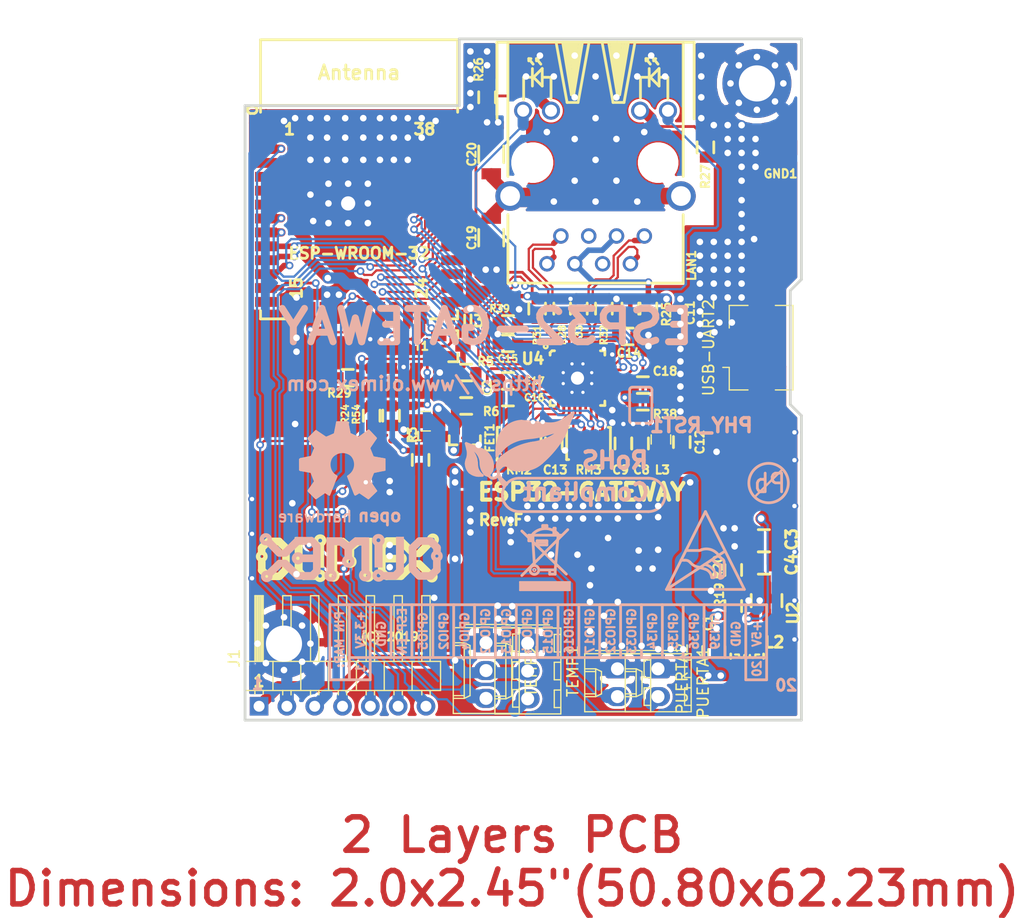
<source format=kicad_pcb>
(kicad_pcb (version 20171130) (host pcbnew "(5.1.10)-1")
  (title_block (title ESP32-GATEWAY) (date 2019-04-23) (rev F) (company "OLIMEX Ltd.") (comment 1 https://www.olimex.com))
  (layers (0 F.Cu mixed) (31 B.Cu mixed hide) (34 B.Paste user hide) (35 F.Paste user hide) (36 B.SilkS user hide) (37 F.SilkS user) (38 B.Mask user) (39 F.Mask user) (44 Edge.Cuts user))
  (net 0 "")
  (net 1 +5V)
  (net 2 GND)
  (net 3 +3V3)
  (net 4 "Net-(C18-Pad2)")
  (net 5 /ESP_EN)
  (net 6 "Net-(L2-Pad1)")
  (net 7 "Net-(R19-Pad1)")
  (net 8 "Net-(R39-Pad1)")
  (net 9 /PHYAD0)
  (net 10 /PHYAD1)
  (net 11 /PHYAD2)
  (net 12 /RMIISEL)
  (net 13 /VDD1A-2A)
  (net 14 /VDDCR)
  (net 15 "Net-(LAN1-Pad1)")
  (net 16 "Net-(LAN1-Pad2)")
  (net 17 "Net-(LAN1-Pad7)")
  (net 18 "Net-(LAN1-Pad8)")
  (net 19 "Net-(LAN1-PadAG1)")
  (net 20 "Net-(LAN1-PadAY1)")
  (net 21 "Net-(LAN1-PadKG1)")
  (net 22 "Net-(LAN1-PadKY1)")
  (net 23 "Net-(C19-Pad1)")
  (net 24 "Net-(U3-Pad32)")
  (net 25 "Net-(U4-Pad4)")
  (net 26 "Net-(U4-Pad14)")
  (net 27 "Net-(U4-Pad18)")
  (net 28 "Net-(U4-Pad20)")
  (net 29 "Net-(U4-Pad26)")
  (net 30 /GPI35)
  (net 31 /GPIO16)
  (net 32 /GPI39)
  (net 33 /GPI36)
  (net 34 +3.3VLAN)
  (net 35 /GPIO0)
  (net 36 "Net-(C2-Pad2)")
  (net 37 "Net-(R5-Pad2)")
  (net 38 "Net-(U3-Pad22)")
  (net 39 "Net-(U3-Pad21)")
  (net 40 "Net-(U3-Pad20)")
  (net 41 "Net-(U3-Pad19)")
  (net 42 "Net-(U3-Pad18)")
  (net 43 "Net-(U3-Pad17)")
  (net 44 "Net-(FID2-PadFid1)")
  (net 45 "Net-(FID3-PadFid1)")
  (net 46 "Net-(FID1-PadFid1)")
  (net 47 /GPIO5\PHY_PWR)
  (net 48 /GPIO3\U0RXD)
  (net 49 /GPIO2\HS2_DATA0)
  (net 50 /GPIO4\HS2_DATA1)
  (net 51 /GPIO1\U0TXD)
  (net 52 "/GPIO26\\EMAC_RXD1(RMII)")
  (net 53 "/GPIO25\\EMAC_RXD0(RMII)")
  (net 54 /GPIO27\EMAC_RX_CRS_DV)
  (net 55 "/GPIO18\\MDIO(RMII)")
  (net 56 /GPIO15\HS2_CMD)
  (net 57 /GPIO12\HS2_DATA2)
  (net 58 "/GPIO22\\EMAC_TXD1(RMII)")
  (net 59 "/GPIO19\\EMAC_TXD0(RMII)")
  (net 60 "/GPIO21\\EMAC_TX_EN(RMII)")
  (net 61 "/GPIO23\\MDC(RMII)")
  (net 62 /GPIO17\EMAC_CLK_OUT_180)
  (net 63 /GPI34)
  (net 64 "Net-(USB-UART2-Pad2)")
  (net 65 "Net-(USB-UART2-Pad3)")
  (net 66 "Net-(USB-UART2-Pad4)")
  (net 67 /GPIO32\PUERTA1)
  (net 68 /GPIO33\PUERTA2)
  (net 69 /GPIO13\TEMP1)
  (net 70 /GPIO14\TEMP2)
  (module Connector_Molex:Molex_KK-254_AE-6410-03A_1x03_P2.54mm_Vertical (layer F.Cu) (at 91.6 122.22 270)
    (fp_text reference TEMP2 (at 2.54 -4.12 90) (layer F.SilkS))
    (fp_text value Conn_01x03_Female)
    (pad 3 thru_hole oval (at 5.08 0 270) (size 1.74 2.19) (drill 1.19) (layers *.Cu *.Mask) (net 70 /GPIO14\TEMP2))
    (pad 2 thru_hole oval (at 2.54 0 270) (size 1.74 2.19) (drill 1.19) (layers *.Cu *.Mask) (net 3 +3V3))
    (pad 1 thru_hole roundrect (at 0 0 270) (size 1.74 2.19) (drill 1.19) (layers *.Cu *.Mask) (roundrect_rratio 0.143678) (net 2 GND))
  )
  (module Connector_Molex:Molex_KK-254_AE-6410-03A_1x03_P2.54mm_Vertical (layer F.Cu) (at 95.4 122.26 270)
    (fp_text reference TEMP1 (at 2.54 -4.12 90) (layer F.SilkS))
    (fp_text value Conn_01x03_Female)
    (pad 3 thru_hole oval (at 5.08 0 270) (size 1.74 2.19) (drill 1.19) (layers *.Cu *.Mask) (net 69 /GPIO13\TEMP1))
    (pad 2 thru_hole oval (at 2.54 0 270) (size 1.74 2.19) (drill 1.19) (layers *.Cu *.Mask) (net 3 +3V3))
    (pad 1 thru_hole roundrect (at 0 0 270) (size 1.74 2.19) (drill 1.19) (layers *.Cu *.Mask) (roundrect_rratio 0.143678) (net 2 GND))
  )
  (module Connector_Molex:Molex_KK-254_AE-6410-02A_1x02_P2.54mm_Vertical (layer F.Cu) (at 103.6 124.6 270)
    (fp_text reference PUERTA2 (at 0.9 -5.9 90) (layer F.SilkS))
    (fp_text value Conn_01x02_Female)
    (pad 2 thru_hole oval (at 2.54 0 270) (size 1.74 2.19) (drill 1.19) (layers *.Cu *.Mask) (net 68 /GPIO33\PUERTA2))
    (pad 1 thru_hole roundrect (at 0 0 270) (size 1.74 2.19) (drill 1.19) (layers *.Cu *.Mask) (roundrect_rratio 0.143678) (net 2 GND))
  )
  (module Connector_Molex:Molex_KK-254_AE-6410-02A_1x02_P2.54mm_Vertical (layer F.Cu) (at 107.3 124.6 270)
    (fp_text reference PUERTA1 (at 1.27 -4.12 90) (layer F.SilkS))
    (fp_text value Conn_01x02_Female)
    (pad 2 thru_hole oval (at 2.54 0 270) (size 1.74 2.19) (drill 1.19) (layers *.Cu *.Mask) (net 67 /GPIO32\PUERTA1))
    (pad 1 thru_hole roundrect (at 0 0 270) (size 1.74 2.19) (drill 1.19) (layers *.Cu *.Mask) (roundrect_rratio 0.143678) (net 2 GND))
  )
  (module Connector_USB:USB_Micro-B_Amphenol_10104110_Horizontal (layer F.Cu) (at 115.4684 95.2627 90)
    (fp_text reference USB-UART2 (at 0 -3.55 90) (layer F.SilkS))
    (fp_text value USB_B_Micro)
    (pad 1 smd rect (at -1.3 -1.55 90) (size 0.4 1.4) (layers F.Cu F.Paste F.Mask) (net 1 +5V))
    (pad 2 smd rect (at -0.65 -1.55 90) (size 0.4 1.4) (layers F.Cu F.Paste F.Mask) (net 64 "Net-(USB-UART2-Pad2)"))
    (pad 3 smd rect (at 0 -1.55 90) (size 0.4 1.4) (layers F.Cu F.Paste F.Mask) (net 65 "Net-(USB-UART2-Pad3)"))
    (pad 4 smd rect (at 0.65 -1.55 90) (size 0.4 1.4) (layers F.Cu F.Paste F.Mask) (net 66 "Net-(USB-UART2-Pad4)"))
    (pad 5 smd rect (at 1.3 -1.55 90) (size 0.4 1.4) (layers F.Cu F.Paste F.Mask) (net 2 GND))
    (pad 6 smd rect (at -3.75 1.3 90) (size 2.3 1.9) (layers F.Cu F.Paste F.Mask) (net 2 GND))
    (pad 6 smd rect (at 3.75 1.3 90) (size 2.3 1.9) (layers F.Cu F.Paste F.Mask) (net 2 GND))
    (pad 6 smd rect (at -1.15 1.3 90) (size 1.8 1.9) (layers F.Cu F.Paste F.Mask) (net 2 GND))
    (pad 6 smd rect (at 1.15 1.3 90) (size 1.8 1.9) (layers F.Cu F.Paste F.Mask) (net 2 GND))
  )
  (module Connector_PinHeader_2.54mm:PinHeader_1x07_P2.54mm_Horizontal (layer F.Cu) (at 70.87616 128.02108 90)
    (fp_text reference J1 (at 4.385 -2.27 90) (layer F.SilkS))
    (fp_text value Conn_01x07_Male)
    (pad 7 thru_hole oval (at 0 15.24 90) (size 1.7 1.7) (drill 1) (layers *.Cu *.Mask) (net 35 /GPIO0))
    (pad 6 thru_hole oval (at 0 12.7 90) (size 1.7 1.7) (drill 1) (layers *.Cu *.Mask) (net 50 /GPIO4\HS2_DATA1))
    (pad 5 thru_hole oval (at 0 10.16 90) (size 1.7 1.7) (drill 1) (layers *.Cu *.Mask) (net 48 /GPIO3\U0RXD))
    (pad 4 thru_hole oval (at 0 7.62 90) (size 1.7 1.7) (drill 1) (layers *.Cu *.Mask) (net 51 /GPIO1\U0TXD))
    (pad 3 thru_hole oval (at 0 5.08 90) (size 1.7 1.7) (drill 1) (layers *.Cu *.Mask) (net 5 /ESP_EN))
    (pad 2 thru_hole oval (at 0 2.54 90) (size 1.7 1.7) (drill 1) (layers *.Cu *.Mask) (net 2 GND))
    (pad 1 thru_hole rect (at 0 0 90) (size 1.7 1.7) (drill 1) (layers *.Cu *.Mask) (net 3 +3V3))
  )
  (module OLIMEX_LOGOs-FP:OLIMEX_LOGO_TB (layer F.Cu) (at 79.11084 114.46002)
    (fp_text reference Logo-OlimexBIG hide)
    (fp_text value "" hide)
  )
  (module OLIMEX_Connectors-FP:RJLBC-060TC1 (layer F.Cu) (at 101.6 78.359 180)
    (fp_text reference LAN1 (at -8.763 -9.398 270) (layer F.SilkS) (effects (font (size 0.762 0.762) (thickness 0.1905))))
    (fp_text value "RJLD-060TC1(LPJ4013EDNL)")
    (pad 1 thru_hole circle (at -4.455 -6.7 180) (size 1.41 1.41) (drill 0.9) (layers *.Cu *.Mask) (net 15 "Net-(LAN1-Pad1)"))
    (pad 2 thru_hole circle (at -3.185 -9.24 180) (size 1.41 1.41) (drill 0.9) (layers *.Cu *.Mask) (net 16 "Net-(LAN1-Pad2)"))
    (pad 3 thru_hole circle (at -1.915 -6.7 180) (size 1.41 1.41) (drill 0.9) (layers *.Cu *.Mask) (net 13 /VDD1A-2A))
    (pad 4 thru_hole circle (at -0.645 -9.24 180) (size 1.41 1.41) (drill 0.9) (layers *.Cu *.Mask))
    (pad 5 thru_hole circle (at 0.625 -6.7 180) (size 1.41 1.41) (drill 0.9) (layers *.Cu *.Mask))
    (pad 6 thru_hole circle (at 1.895 -9.24 180) (size 1.41 1.41) (drill 0.9) (layers *.Cu *.Mask) (net 13 /VDD1A-2A))
    (pad 7 thru_hole circle (at 3.165 -6.7 180) (size 1.41 1.41) (drill 0.9) (layers *.Cu *.Mask) (net 17 "Net-(LAN1-Pad7)"))
    (pad 8 thru_hole circle (at 4.435 -9.24 180) (size 1.41 1.41) (drill 0.9) (layers *.Cu *.Mask) (net 18 "Net-(LAN1-Pad8)"))
    (pad AG1 thru_hole circle (at 4.07 4.7485 180) (size 1.65 1.65) (drill 1.1) (layers *.Cu *.Mask) (net 19 "Net-(LAN1-PadAG1)"))
    (pad AY1 thru_hole circle (at -6.61 4.7485 180) (size 1.65 1.65) (drill 1.1) (layers *.Cu *.Mask) (net 20 "Net-(LAN1-PadAY1)"))
    (pad GND1 thru_hole circle (at -7.8 -3.05 180) (size 2.7 2.7) (drill 1.8) (layers *.Cu *.Mask) (net 23 "Net-(C19-Pad1)"))
    (pad GND2 thru_hole circle (at 7.8 -3.05 180) (size 2.7 2.7) (drill 1.8) (layers *.Cu *.Mask) (net 23 "Net-(C19-Pad1)"))
    (pad KG1 thru_hole circle (at 6.61 4.7485 180) (size 1.65 1.65) (drill 1.1) (layers *.Cu *.Mask) (net 21 "Net-(LAN1-PadKG1)"))
    (pad KY1 thru_hole circle (at -4.07 4.7485 180) (size 1.65 1.65) (drill 1.1) (layers *.Cu *.Mask) (net 22 "Net-(LAN1-PadKY1)"))
    (pad "" np_thru_hole circle (at -5.715 0 180) (size 3.2 3.2) (drill 3.2) (layers *.Cu *.Mask))
    (pad "" np_thru_hole circle (at 5.715 0 180) (size 3.2 3.2) (drill 3.2) (layers *.Cu *.Mask))
  )
  (module OLIMEX_RLC-FP:R_0603_5MIL_DWS (layer F.Cu) (at 89.789 97.536 180)
    (fp_text reference R5 (at -1.778 1.016 180) (layer F.SilkS) (effects (font (size 0.762 0.762) (thickness 0.1905))))
    (fp_text value 1k/R0603)
    (pad 2 smd rect (at 0.889 0 180) (size 1.016 1.016) (layers F.Cu F.Paste F.Mask) (net 37 "Net-(R5-Pad2)"))
    (pad 1 smd rect (at -0.889 0 180) (size 1.016 1.016) (layers F.Cu F.Paste F.Mask) (net 36 "Net-(C2-Pad2)"))
  )
  (module OLIMEX_RLC-FP:L_0805_5MIL_DWS (layer F.Cu) (at 86.106 101.981)
    (fp_text reference L1 (at -1.016 1.397) (layer F.SilkS) (effects (font (size 0.762 0.762) (thickness 0.1905))))
    (fp_text value "NA(FB0805/600R/2A)")
    (pad 1 smd rect (at -1.016 0) (size 1.524 1.27) (layers F.Cu F.Paste F.Mask) (net 3 +3V3) (clearance 0.0508))
    (pad 2 smd rect (at 1.016 0) (size 1.524 1.27) (layers F.Cu F.Paste F.Mask) (net 34 +3.3VLAN) (clearance 0.0508))
  )
  (module OLIMEX_RLC-FP:C_0603_5MIL_DWS (layer F.Cu) (at 89.788999 99.06)
    (fp_text reference C2 (at 1.930401 -0.127 90) (layer F.SilkS) (effects (font (size 0.7112 0.7112) (thickness 0.1778))))
    (fp_text value 22uF/6.3V/20%/X5R/C0603)
    (pad 2 smd rect (at 0.889 0) (size 1.016 1.016) (layers F.Cu F.Paste F.Mask) (net 36 "Net-(C2-Pad2)") (clearance 0.0508))
    (pad 1 smd rect (at -0.889 0) (size 1.016 1.016) (layers F.Cu F.Paste F.Mask) (net 3 +3V3) (clearance 0.0508))
  )
  (module OLIMEX_Transistors-FP:SOT23 (layer F.Cu) (at 88.392 95.123 180)
    (fp_text reference T1 (at 2.667 0 180) (layer F.SilkS) (effects (font (size 0.762 0.762) (thickness 0.1905))))
    (fp_text value DTC114YKA)
    (pad 1 smd rect (at 1.10744 0.94996 180) (size 1.4 1) (layers F.Cu F.Paste F.Mask) (net 47 /GPIO5\PHY_PWR) (clearance 0.0508))
    (pad 2 smd rect (at 1.10744 -0.9525 180) (size 1.4 1) (layers F.Cu F.Paste F.Mask) (net 2 GND) (clearance 0.0508))
    (pad 3 smd rect (at -1.10236 0.00254 180) (size 1.4 1) (layers F.Cu F.Paste F.Mask) (net 37 "Net-(R5-Pad2)") (clearance 0.0508))
  )
  (module OLIMEX_RLC-FP:R_0603_5MIL_DWS (layer F.Cu) (at 89.788999 100.584)
    (fp_text reference R6 (at 2.286001 0.508) (layer F.SilkS) (effects (font (size 0.762 0.762) (thickness 0.1905))))
    (fp_text value 10k/R0603)
    (pad 2 smd rect (at 0.889 0) (size 1.016 1.016) (layers F.Cu F.Paste F.Mask) (net 36 "Net-(C2-Pad2)"))
    (pad 1 smd rect (at -0.889 0) (size 1.016 1.016) (layers F.Cu F.Paste F.Mask) (net 3 +3V3))
  )
  (module OLIMEX_Transistors-FP:SOT23 (layer F.Cu) (at 89.662 103.505 90)
    (fp_text reference FET1 (at 0 2.286 270) (layer F.SilkS) (effects (font (size 0.762 0.762) (thickness 0.1905))))
    (fp_text value WPM2015-3/TR)
    (pad 1 smd rect (at 1.10744 0.94996 90) (size 1.4 1) (layers F.Cu F.Paste F.Mask) (net 36 "Net-(C2-Pad2)") (clearance 0.0508))
    (pad 2 smd rect (at 1.10744 -0.9525 90) (size 1.4 1) (layers F.Cu F.Paste F.Mask) (net 3 +3V3) (clearance 0.0508))
    (pad 3 smd rect (at -1.10236 0.00254 90) (size 1.4 1) (layers F.Cu F.Paste F.Mask) (net 34 +3.3VLAN) (clearance 0.0508))
  )
  (module OLIMEX_RLC-FP:R_0603_5MIL_DWS (layer F.Cu) (at 85.62594 105.51668 90)
    (fp_text reference R3 (at 2.286 -0.762 270) (layer F.SilkS) (effects (font (size 0.762 0.762) (thickness 0.1905))))
    (fp_text value 2.2k/R0603)
    (pad 2 smd rect (at 0.889 0 90) (size 1.016 1.016) (layers F.Cu F.Paste F.Mask) (net 49 /GPIO2\HS2_DATA0))
    (pad 1 smd rect (at -0.889 0 90) (size 1.016 1.016) (layers F.Cu F.Paste F.Mask) (net 2 GND))
  )
  (module OLIMEX_LOGOs-FP:OLIMEX_LOGO_TB (layer B.Cu) (at 79.121 114.427 180)
    (fp_text reference Logo-OLimeX hide)
    (fp_text value "" hide)
  )
  (module OLIMEX_LOGOs-FP:LOGO_ROHS_1 (layer B.Cu) (at 106.934 109.601 180)
    (fp_text reference Sign_RoHS hide)
    (fp_text value Val** hide)
    (fp_text user Compliant (at 6.20014 1.143 180) (layer B.SilkS) (effects (font (size 1.524 1.524) (thickness 0.35)) (justify mirror)))
    (fp_text user RoHS (at 3.556 4.04368 180) (layer B.SilkS) (effects (font (size 1.524 1.524) (thickness 0.381)) (justify mirror)))
  )
  (module OLIMEX_LOGOs-FP:LOGO_RECYCLEBIN_1 (layer B.Cu) (at 99.314 117.475 180)
    (fp_text reference Sign-RecyclBin hide)
    (fp_text value "" hide)
  )
  (module OLIMEX_LOGOs-FP:LOGO_PBFREE (layer B.Cu) (at 117.602 107.315)
    (fp_text reference Sign_Pb-Free)
    (fp_text value "")
    (fp_text user Pb (at -0.08636 0.33528) (layer B.SilkS) (effects (font (size 1.7 1.5) (thickness 0.254)) (justify mirror)))
  )
  (module OLIMEX_LOGOs-FP:LOGO_OPENHARDWARE_8x8 (layer B.Cu) (at 78.486 106.045 180)
    (fp_text reference Logo-OSHW hide)
    (fp_text value "" hide)
    (fp_text user open (at -3.40106 -4.55676 180) (layer B.SilkS) (effects (font (size 1.1 1.1) (thickness 0.254)) (justify mirror)))
    (fp_text user hardware (at 2.51206 -4.6482 180) (layer B.SilkS) (effects (font (thickness 0.18)) (justify mirror)))
  )
  (module OLIMEX_LOGOs-FP:LOGO_ANTISTATIC_1 (layer B.Cu) (at 115.189 117.348 180)
    (fp_text reference Sign-Antistatic hide)
    (fp_text value Val** hide)
  )
  (module OLIMEX_RLC-FP:C_0805_5MIL_DWS (layer F.Cu) (at 116.967 114.935 180)
    (fp_text reference C4 (at -2.54 -0.127 270) (layer F.SilkS) (effects (font (size 1.016 1.016) (thickness 0.254))))
    (fp_text value 4.7uF/6.3V/20%/X5R/C0805/1mΩ)
    (pad 2 smd rect (at 1.016 0 270) (size 1.524 1.27) (layers F.Cu F.Paste F.Mask) (net 2 GND))
    (pad 1 smd rect (at -1.016 0 270) (size 1.524 1.27) (layers F.Cu F.Paste F.Mask) (net 1 +5V))
  )
  (module OLIMEX_RLC-FP:C_0805_5MIL_DWS (layer F.Cu) (at 116.967 112.903 180)
    (fp_text reference C3 (at -2.54 0.127 270) (layer F.SilkS) (effects (font (size 1.016 1.016) (thickness 0.254))))
    (fp_text value 4.7uF/6.3V/20%/X5R/C0805/1mΩ)
    (pad 2 smd rect (at 1.016 0 270) (size 1.524 1.27) (layers F.Cu F.Paste F.Mask) (net 2 GND))
    (pad 1 smd rect (at -1.016 0 270) (size 1.524 1.27) (layers F.Cu F.Paste F.Mask) (net 1 +5V))
  )
  (module OLIMEX_RLC-FP:R_0603_5MIL_DWS (layer F.Cu) (at 114.173 115.57 90)
    (fp_text reference R20 (at 0.254 -1.397 90) (layer F.SilkS) (effects (font (size 0.762 0.762) (thickness 0.1905))))
    (fp_text value 100k/1%/63mw/R0603)
    (pad 2 smd rect (at 0.889 0 90) (size 1.016 1.016) (layers F.Cu F.Paste F.Mask) (net 2 GND))
    (pad 1 smd rect (at -0.889 0 90) (size 1.016 1.016) (layers F.Cu F.Paste F.Mask) (net 7 "Net-(R19-Pad1)"))
  )
  (module OLIMEX_RLC-FP:R_0603_5MIL_DWS (layer F.Cu) (at 114.173 118.872 270)
    (fp_text reference R19 (at -1.016 1.27 270) (layer F.SilkS) (effects (font (size 0.762 0.762) (thickness 0.1905))))
    (fp_text value 442k/1%/50mW/R0603)
    (pad 2 smd rect (at 0.889 0 270) (size 1.016 1.016) (layers F.Cu F.Paste F.Mask) (net 3 +3V3))
    (pad 1 smd rect (at -0.889 0 270) (size 1.016 1.016) (layers F.Cu F.Paste F.Mask) (net 7 "Net-(R19-Pad1)"))
  )
  (module OLIMEX_RLC-FP:R_0603_5MIL_DWS (layer F.Cu) (at 82.931 101.473 270)
    (fp_text reference R54 (at -0.127 3.175 270) (layer F.SilkS) (effects (font (size 0.635 0.635) (thickness 0.15875))))
    (fp_text value 10K/R0603)
    (pad 2 smd rect (at 0.889 0 270) (size 1.016 1.016) (layers F.Cu F.Paste F.Mask) (net 3 +3V3))
    (pad 1 smd rect (at -0.889 0 270) (size 1.016 1.016) (layers F.Cu F.Paste F.Mask) (net 35 /GPIO0))
  )
  (module OLIMEX_RLC-FP:C_1206_5MIL_DWS_ISO (layer F.Cu) (at 92.075 77.597 90)
    (fp_text reference C20 (at 0 -1.778 270) (layer F.SilkS) (effects (font (size 0.762 0.762) (thickness 0.1905))))
    (fp_text value "NA(1nF/2000V/10%/X7R/C1206)")
    (pad 2 smd rect (at 1.778 0 90) (size 1.016 1.778) (layers F.Cu F.Paste F.Mask) (net 2 GND))
    (pad 1 smd rect (at -1.778 0 90) (size 1.016 1.778) (layers F.Cu F.Paste F.Mask) (net 23 "Net-(C19-Pad1)"))
  )
  (module OLIMEX_RLC-FP:C_1206_5MIL_DWS_ISO (layer F.Cu) (at 92.075 85.217 270)
    (fp_text reference C19 (at 0 1.778 90) (layer F.SilkS) (effects (font (size 0.762 0.762) (thickness 0.1905))))
    (fp_text value 1nF/2000V/10%/X7R/C1206)
    (pad 2 smd rect (at 1.778 0 270) (size 1.016 1.778) (layers F.Cu F.Paste F.Mask) (net 2 GND))
    (pad 1 smd rect (at -1.778 0 270) (size 1.016 1.778) (layers F.Cu F.Paste F.Mask) (net 23 "Net-(C19-Pad1)"))
  )
  (module OLIMEX_RLC-FP:R_0603_5MIL_DWS (layer F.Cu) (at 93.599 93.091 180)
    (fp_text reference R39 (at 0.762 1.397) (layer F.SilkS) (effects (font (size 0.635 0.635) (thickness 0.15875))))
    (fp_text value 12.1k/1%/R0603)
    (pad 2 smd rect (at 0.889 0 180) (size 1.016 1.016) (layers F.Cu F.Paste F.Mask) (net 2 GND))
    (pad 1 smd rect (at -0.889 0 180) (size 1.016 1.016) (layers F.Cu F.Paste F.Mask) (net 8 "Net-(R39-Pad1)"))
  )
  (module OLIMEX_RLC-FP:R_0603_5MIL_DWS (layer F.Cu) (at 105.918 100.203)
    (fp_text reference R38 (at 2.032 1.143) (layer F.SilkS) (effects (font (size 0.762 0.762) (thickness 0.1905))))
    (fp_text value 10k/R0603)
    (pad 2 smd rect (at 0.889 0) (size 1.016 1.016) (layers F.Cu F.Paste F.Mask) (net 34 +3.3VLAN))
    (pad 1 smd rect (at -0.889 0) (size 1.016 1.016) (layers F.Cu F.Paste F.Mask) (net 4 "Net-(C18-Pad2)"))
  )
  (module OLIMEX_RLC-FP:R_0603_5MIL_DWS (layer F.Cu) (at 100.076 91.694 270)
    (fp_text reference R33 (at 2.413 0 270) (layer F.SilkS) (effects (font (size 0.635 0.635) (thickness 0.15875))))
    (fp_text value 49.9R/1%/R0603)
    (pad 2 smd rect (at 0.889 0 270) (size 1.016 1.016) (layers F.Cu F.Paste F.Mask) (net 15 "Net-(LAN1-Pad1)"))
    (pad 1 smd rect (at -0.889 0 270) (size 1.016 1.016) (layers F.Cu F.Paste F.Mask) (net 13 /VDD1A-2A))
  )
  (module OLIMEX_RLC-FP:R_0603_5MIL_DWS (layer F.Cu) (at 102.362 91.694 270)
    (fp_text reference R32 (at 2.413 0 270) (layer F.SilkS) (effects (font (size 0.635 0.635) (thickness 0.15875))))
    (fp_text value 49.9R/1%/R0603)
    (pad 2 smd rect (at 0.889 0 270) (size 1.016 1.016) (layers F.Cu F.Paste F.Mask) (net 16 "Net-(LAN1-Pad2)"))
    (pad 1 smd rect (at -0.889 0 270) (size 1.016 1.016) (layers F.Cu F.Paste F.Mask) (net 13 /VDD1A-2A))
  )
  (module OLIMEX_RLC-FP:R_0603_5MIL_DWS (layer F.Cu) (at 96.266 91.694 270)
    (fp_text reference R31 (at 2.413 0 270) (layer F.SilkS) (effects (font (size 0.635 0.635) (thickness 0.15875))))
    (fp_text value 49.9R/1%/R0603)
    (pad 2 smd rect (at 0.889 0 270) (size 1.016 1.016) (layers F.Cu F.Paste F.Mask) (net 17 "Net-(LAN1-Pad7)"))
    (pad 1 smd rect (at -0.889 0 270) (size 1.016 1.016) (layers F.Cu F.Paste F.Mask) (net 13 /VDD1A-2A))
  )
  (module OLIMEX_RLC-FP:R_0603_5MIL_DWS (layer F.Cu) (at 78.97368 98.01098 180)
    (fp_text reference R29 (at 0.762 -1.397) (layer F.SilkS) (effects (font (size 0.762 0.762) (thickness 0.1905))))
    (fp_text value 10k/R0603)
    (pad 2 smd rect (at 0.889 0 180) (size 1.016 1.016) (layers F.Cu F.Paste F.Mask) (net 56 /GPIO15\HS2_CMD))
    (pad 1 smd rect (at -0.889 0 180) (size 1.016 1.016) (layers F.Cu F.Paste F.Mask) (net 3 +3V3))
  )
  (module OLIMEX_RLC-FP:R_0603_5MIL_DWS (layer F.Cu) (at 98.552 91.694 270)
    (fp_text reference R28 (at 2.413 0 270) (layer F.SilkS) (effects (font (size 0.635 0.635) (thickness 0.15875))))
    (fp_text value 49.9R/1%/R0603)
    (pad 2 smd rect (at 0.889 0 270) (size 1.016 1.016) (layers F.Cu F.Paste F.Mask) (net 18 "Net-(LAN1-Pad8)"))
    (pad 1 smd rect (at -0.889 0 270) (size 1.016 1.016) (layers F.Cu F.Paste F.Mask) (net 13 /VDD1A-2A))
  )
  (module OLIMEX_RLC-FP:R_0603_5MIL_DWS (layer F.Cu) (at 111.633 76.962 270)
    (fp_text reference R27 (at 2.667 0 270) (layer F.SilkS) (effects (font (size 0.762 0.762) (thickness 0.1905))))
    (fp_text value 330R/R0603)
    (pad 2 smd rect (at 0.889 0 270) (size 1.016 1.016) (layers F.Cu F.Paste F.Mask) (net 2 GND))
    (pad 1 smd rect (at -0.889 0 270) (size 1.016 1.016) (layers F.Cu F.Paste F.Mask) (net 22 "Net-(LAN1-PadKY1)"))
  )
  (module OLIMEX_RLC-FP:R_0603_5MIL_DWS (layer F.Cu) (at 91.694 72.39 90)
    (fp_text reference R26 (at 2.54 -0.762 270) (layer F.SilkS) (effects (font (size 0.762 0.762) (thickness 0.1905))))
    (fp_text value 330R/R0603)
    (pad 2 smd rect (at 0.889 0 90) (size 1.016 1.016) (layers F.Cu F.Paste F.Mask) (net 19 "Net-(LAN1-PadAG1)"))
    (pad 1 smd rect (at -0.889 0 90) (size 1.016 1.016) (layers F.Cu F.Paste F.Mask) (net 13 /VDD1A-2A))
  )
  (module OLIMEX_RLC-FP:R_0603_5MIL_DWS (layer F.Cu) (at 81.153 101.473 90)
    (fp_text reference R24 (at 0.127 -2.413 90) (layer F.SilkS) (effects (font (size 0.635 0.635) (thickness 0.15875))))
    (fp_text value 1M/R0603)
    (pad 2 smd rect (at 0.889 0 90) (size 1.016 1.016) (layers F.Cu F.Paste F.Mask) (net 5 /ESP_EN))
    (pad 1 smd rect (at -0.889 0 90) (size 1.016 1.016) (layers F.Cu F.Paste F.Mask) (net 3 +3V3))
  )
  (module OLIMEX_Other-FP:TESTPAD_40-ROUND (layer F.Cu) (at 118.872 77.978)
    (fp_text reference GND1 (at -0.381 1.397 unlocked) (layer F.SilkS) (effects (font (size 0.762 0.762) (thickness 0.1905))))
    (fp_text value TESTPAD hide)
    (pad 1 smd circle (at 0 0) (size 1 1) (layers F.Cu F.Mask) (net 2 GND))
  )
  (module OLIMEX_RLC-FP:C_0603_5MIL_DWS (layer F.Cu) (at 105.918 98.679 180)
    (fp_text reference C18 (at -2.032 1.27 180) (layer F.SilkS) (effects (font (size 0.762 0.762) (thickness 0.1905))))
    (fp_text value "NA(10uF/6.3V/20%/X5R/C0603)")
    (pad 2 smd rect (at 0.889 0 180) (size 1.016 1.016) (layers F.Cu F.Paste F.Mask) (net 4 "Net-(C18-Pad2)") (clearance 0.0508))
    (pad 1 smd rect (at -0.889 0 180) (size 1.016 1.016) (layers F.Cu F.Paste F.Mask) (net 2 GND) (clearance 0.0508))
  )
  (module OLIMEX_RLC-FP:C_0603_5MIL_DWS (layer F.Cu) (at 93.599 98.298 180)
    (fp_text reference C17 (at -2.413 0 180) (layer F.SilkS) (effects (font (size 0.635 0.635) (thickness 0.15875))))
    (fp_text value 100nF/50V/20%/Y5V/C0603)
    (pad 2 smd rect (at 0.889 0 180) (size 1.016 1.016) (layers F.Cu F.Paste F.Mask) (net 2 GND) (clearance 0.0508))
    (pad 1 smd rect (at -0.889 0 180) (size 1.016 1.016) (layers F.Cu F.Paste F.Mask) (net 14 /VDDCR) (clearance 0.0508))
  )
  (module OLIMEX_RLC-FP:C_0603_5MIL_DWS (layer F.Cu) (at 93.599 99.822 180)
    (fp_text reference C16 (at -2.413 0 180) (layer F.SilkS) (effects (font (size 0.635 0.635) (thickness 0.15875))))
    (fp_text value 2.2uF/6.3V/10%/X5R/C0603)
    (pad 2 smd rect (at 0.889 0 180) (size 1.016 1.016) (layers F.Cu F.Paste F.Mask) (net 2 GND) (clearance 0.0508))
    (pad 1 smd rect (at -0.889 0 180) (size 1.016 1.016) (layers F.Cu F.Paste F.Mask) (net 14 /VDDCR) (clearance 0.0508))
  )
  (module OLIMEX_RLC-FP:C_0603_5MIL_DWS (layer F.Cu) (at 93.599 94.869 180)
    (fp_text reference C15 (at 0 -1.397 180) (layer F.SilkS) (effects (font (size 0.635 0.635) (thickness 0.15875))))
    (fp_text value 100nF/50V/20%/Y5V/C0603)
    (pad 2 smd rect (at 0.889 0 180) (size 1.016 1.016) (layers F.Cu F.Paste F.Mask) (net 2 GND) (clearance 0.0508))
    (pad 1 smd rect (at -0.889 0 180) (size 1.016 1.016) (layers F.Cu F.Paste F.Mask) (net 13 /VDD1A-2A) (clearance 0.0508))
  )
  (module OLIMEX_RLC-FP:C_0603_5MIL_DWS (layer F.Cu) (at 104.521 94.234)
    (fp_text reference C14 (at 0.127 1.524) (layer F.SilkS) (effects (font (size 0.762 0.762) (thickness 0.1905))))
    (fp_text value 100nF/50V/20%/Y5V/C0603)
    (pad 2 smd rect (at 0.889 0) (size 1.016 1.016) (layers F.Cu F.Paste F.Mask) (net 2 GND) (clearance 0.0508))
    (pad 1 smd rect (at -0.889 0) (size 1.016 1.016) (layers F.Cu F.Paste F.Mask) (net 13 /VDD1A-2A) (clearance 0.0508))
  )
  (module OLIMEX_RLC-FP:C_0603_5MIL_DWS (layer F.Cu) (at 97.79 104.013 270)
    (fp_text reference C13 (at 2.413 -0.127) (layer F.SilkS) (effects (font (size 0.762 0.762) (thickness 0.1905))))
    (fp_text value 100nF/50V/20%/Y5V/C0603)
    (pad 2 smd rect (at 0.889 0 270) (size 1.016 1.016) (layers F.Cu F.Paste F.Mask) (net 2 GND) (clearance 0.0508))
    (pad 1 smd rect (at -0.889 0 270) (size 1.016 1.016) (layers F.Cu F.Paste F.Mask) (net 34 +3.3VLAN) (clearance 0.0508))
  )
  (module OLIMEX_RLC-FP:C_0603_5MIL_DWS (layer F.Cu) (at 109.474 103.886 270)
    (fp_text reference C12 (at 0 -1.651 90) (layer F.SilkS) (effects (font (size 0.762 0.762) (thickness 0.1905))))
    (fp_text value 22uF/6.3V/20%/X5R/C0603)
    (pad 2 smd rect (at 0.889 0 270) (size 1.016 1.016) (layers F.Cu F.Paste F.Mask) (net 2 GND) (clearance 0.0508))
    (pad 1 smd rect (at -0.889 0 270) (size 1.016 1.016) (layers F.Cu F.Paste F.Mask) (net 13 /VDD1A-2A) (clearance 0.0508))
  )
  (module OLIMEX_RLC-FP:C_0603_5MIL_DWS (layer F.Cu) (at 106.426 91.694 270)
    (fp_text reference C11 (at 0.381 -3.81 270) (layer F.SilkS) (effects (font (size 0.762 0.762) (thickness 0.1905))))
    (fp_text value 100nF/50V/20%/Y5V/C0603)
    (pad 2 smd rect (at 0.889 0 270) (size 1.016 1.016) (layers F.Cu F.Paste F.Mask) (net 2 GND) (clearance 0.0508))
    (pad 1 smd rect (at -0.889 0 270) (size 1.016 1.016) (layers F.Cu F.Paste F.Mask) (net 13 /VDD1A-2A) (clearance 0.0508))
  )
  (module OLIMEX_RLC-FP:C_0603_5MIL_DWS (layer F.Cu) (at 104.14 104.013 90)
    (fp_text reference C9 (at -2.413 -0.254 180) (layer F.SilkS) (effects (font (size 0.762 0.762) (thickness 0.1905))))
    (fp_text value 22uF/6.3V/20%/X5R/C0603)
    (pad 2 smd rect (at 0.889 0 90) (size 1.016 1.016) (layers F.Cu F.Paste F.Mask) (net 2 GND) (clearance 0.0508))
    (pad 1 smd rect (at -0.889 0 90) (size 1.016 1.016) (layers F.Cu F.Paste F.Mask) (net 34 +3.3VLAN) (clearance 0.0508))
  )
  (module OLIMEX_RLC-FP:C_0603_5MIL_DWS (layer F.Cu) (at 105.664 104.013 90)
    (fp_text reference C8 (at -2.413 0.127 180) (layer F.SilkS) (effects (font (size 0.762 0.762) (thickness 0.1905))))
    (fp_text value 22uF/6.3V/20%/X5R/C0603)
    (pad 2 smd rect (at 0.889 0 90) (size 1.016 1.016) (layers F.Cu F.Paste F.Mask) (net 2 GND) (clearance 0.0508))
    (pad 1 smd rect (at -0.889 0 90) (size 1.016 1.016) (layers F.Cu F.Paste F.Mask) (net 34 +3.3VLAN) (clearance 0.0508))
  )
  (module OLIMEX_RLC-FP:C_0805_5MIL_DWS (layer F.Cu) (at 112.395 123.063 90)
    (fp_text reference C1 (at 2.667 -0.508 90) (layer F.SilkS) (effects (font (size 0.762 0.762) (thickness 0.1905))))
    (fp_text value 10uF/6.3V/20%/X5R/C0805/1mΩ)
    (pad 2 smd rect (at 1.016 0 180) (size 1.524 1.27) (layers F.Cu F.Paste F.Mask) (net 2 GND))
    (pad 1 smd rect (at -1.016 0 180) (size 1.524 1.27) (layers F.Cu F.Paste F.Mask) (net 3 +3V3))
  )
  (module OLIMEX_Jumpers-FP:SJ (layer B.Cu) (at 105.7275 100.5205 90)
    (fp_text reference PHY_RST1 (at -1.8415 5.5245) (layer B.SilkS) (effects (font (size 1.27 1.27) (thickness 0.3175)) (justify mirror)))
    (fp_text value Opened)
    (pad 2 smd rect (at 0.762 0 90) (size 1.1684 1.6002) (layers B.Cu B.Mask) (net 4 "Net-(C18-Pad2)") (clearance 0.0508))
    (pad 1 smd rect (at -0.762 0 90) (size 1.1684 1.6002) (layers B.Cu B.Mask) (net 2 GND))
    (pad 1 smd rect (at -0.762 0 90) (size 1.1684 1.6002) (layers B.Cu B.Mask) (net 2 GND) (clearance 0.0508))
  )
  (module "OLIMEX_IC-FP:QFN32_EP(33)_5.00x5.00x0.90mm_Pitch_0.50mm" (layer F.Cu) (at 99.949 98.044 270)
    (fp_text reference U4 (at -1.778 4.064 180) (layer F.SilkS) (effects (font (size 1.016 1.016) (thickness 0.254))))
    (fp_text value "LAN8710A-EZC(QFN32)")
    (pad 33 smd rect (at 0 0 270) (size 3.6 3.6) (layers F.Cu F.Mask) (net 2 GND))
    (pad 33 thru_hole rect (at -0.5 -1.3 270) (size 0.4 0.4) (drill 0.3) (layers *.Cu F.Mask) (net 2 GND))
    (pad 33 thru_hole rect (at 0.5 -1.3 270) (size 0.4 0.4) (drill 0.3) (layers *.Cu F.Mask) (net 2 GND))
    (pad 33 thru_hole rect (at 1.3 -0.5 270) (size 0.4 0.4) (drill 0.29972) (layers *.Cu F.Mask) (net 2 GND))
    (pad 33 thru_hole rect (at 1.3 0.5 270) (size 0.4 0.4) (drill 0.3) (layers *.Cu F.Mask) (net 2 GND))
    (pad 33 thru_hole rect (at 0.5 1.3 270) (size 0.4 0.4) (drill 0.3) (layers *.Cu F.Mask) (net 2 GND))
    (pad 33 thru_hole rect (at -0.5 1.3 270) (size 0.4 0.4) (drill 0.3) (layers *.Cu F.Mask) (net 2 GND))
    (pad 33 thru_hole rect (at -1.3 0.5 270) (size 0.4 0.4) (drill 0.3) (layers *.Cu F.Mask) (net 2 GND))
    (pad 33 thru_hole rect (at -1.3 -0.5 270) (size 0.4 0.4) (drill 0.3) (layers *.Cu F.Mask) (net 2 GND))
    (pad 33 thru_hole rect (at 0 0 270) (size 1.4224 1.4224) (drill 1.2) (layers *.Cu *.Mask) (net 2 GND))
    (pad 32 smd rect (at -2.45 1.75 270) (size 0.8 0.25) (layers F.Cu F.Paste F.Mask) (net 8 "Net-(R39-Pad1)"))
    (pad 31 smd rect (at -2.45 1.25 270) (size 0.8 0.25) (layers F.Cu F.Paste F.Mask) (net 17 "Net-(LAN1-Pad7)"))
    (pad 30 smd rect (at -2.45 0.75 270) (size 0.8 0.25) (layers F.Cu F.Paste F.Mask) (net 18 "Net-(LAN1-Pad8)"))
    (pad 29 smd rect (at -2.45 0.25 270) (size 0.8 0.25) (layers F.Cu F.Paste F.Mask) (net 15 "Net-(LAN1-Pad1)"))
    (pad 28 smd rect (at -2.45 -0.25 270) (size 0.8 0.25) (layers F.Cu F.Paste F.Mask) (net 16 "Net-(LAN1-Pad2)"))
    (pad 27 smd rect (at -2.45 -0.75 270) (size 0.8 0.25) (layers F.Cu F.Paste F.Mask) (net 13 /VDD1A-2A))
    (pad 26 smd rect (at -2.45 -1.25 270) (size 0.8 0.25) (layers F.Cu F.Paste F.Mask) (net 29 "Net-(U4-Pad26)"))
    (pad 25 smd rect (at -2.45 -1.75 270) (size 0.8 0.25) (layers F.Cu F.Paste F.Mask) (net 2 GND))
    (pad 24 smd rect (at -1.75 -2.45 180) (size 0.8 0.25) (layers F.Cu F.Paste F.Mask) (net 2 GND))
    (pad 23 smd rect (at -1.25 -2.45 180) (size 0.8 0.25) (layers F.Cu F.Paste F.Mask) (net 58 "/GPIO22\\EMAC_TXD1(RMII)"))
    (pad 22 smd rect (at -0.75 -2.45 180) (size 0.8 0.25) (layers F.Cu F.Paste F.Mask) (net 59 "/GPIO19\\EMAC_TXD0(RMII)"))
    (pad 21 smd rect (at -0.25 -2.45 180) (size 0.8 0.25) (layers F.Cu F.Paste F.Mask) (net 60 "/GPIO21\\EMAC_TX_EN(RMII)"))
    (pad 20 smd rect (at 0.25 -2.45 180) (size 0.8 0.25) (layers F.Cu F.Paste F.Mask) (net 28 "Net-(U4-Pad20)"))
    (pad 19 smd rect (at 0.75 -2.45 180) (size 0.8 0.25) (layers F.Cu F.Paste F.Mask) (net 4 "Net-(C18-Pad2)"))
    (pad 18 smd rect (at 1.25 -2.45 180) (size 0.8 0.25) (layers F.Cu F.Paste F.Mask) (net 27 "Net-(U4-Pad18)"))
    (pad 17 smd rect (at 1.75 -2.45 180) (size 0.8 0.25) (layers F.Cu F.Paste F.Mask) (net 61 "/GPIO23\\MDC(RMII)"))
    (pad 16 smd rect (at 2.45 -1.75 90) (size 0.8 0.25) (layers F.Cu F.Paste F.Mask) (net 55 "/GPIO18\\MDIO(RMII)"))
    (pad 15 smd rect (at 2.45 -1.25 90) (size 0.8 0.25) (layers F.Cu F.Paste F.Mask) (net 54 /GPIO27\EMAC_RX_CRS_DV))
    (pad 14 smd rect (at 2.45 -0.75 90) (size 0.8 0.25) (layers F.Cu F.Paste F.Mask) (net 26 "Net-(U4-Pad14)"))
    (pad 13 smd rect (at 2.45 -0.25 90) (size 0.8 0.25) (layers F.Cu F.Paste F.Mask) (net 9 /PHYAD0))
    (pad 12 smd rect (at 2.45 0.25 90) (size 0.8 0.25) (layers F.Cu F.Paste F.Mask) (net 34 +3.3VLAN))
    (pad 11 smd rect (at 2.45 0.75 90) (size 0.8 0.25) (layers F.Cu F.Paste F.Mask) (net 53 "/GPIO25\\EMAC_RXD0(RMII)"))
    (pad 10 smd rect (at 2.45 1.25 90) (size 0.8 0.25) (layers F.Cu F.Paste F.Mask) (net 52 "/GPIO26\\EMAC_RXD1(RMII)"))
    (pad 9 smd rect (at 2.45 1.75 90) (size 0.8 0.25) (layers F.Cu F.Paste F.Mask) (net 12 /RMIISEL))
    (pad 8 smd rect (at 1.75 2.45) (size 0.8 0.25) (layers F.Cu F.Paste F.Mask) (net 11 /PHYAD2))
    (pad 7 smd rect (at 1.25 2.45) (size 0.8 0.25) (layers F.Cu F.Paste F.Mask) (net 10 /PHYAD1))
    (pad 6 smd rect (at 0.75 2.45) (size 0.8 0.25) (layers F.Cu F.Paste F.Mask) (net 14 /VDDCR))
    (pad 5 smd rect (at 0.25 2.45) (size 0.8 0.25) (layers F.Cu F.Paste F.Mask) (net 62 /GPIO17\EMAC_CLK_OUT_180))
    (pad 4 smd rect (at -0.25 2.45) (size 0.8 0.25) (layers F.Cu F.Paste F.Mask) (net 25 "Net-(U4-Pad4)"))
    (pad 3 smd rect (at -0.75 2.45) (size 0.8 0.25) (layers F.Cu F.Paste F.Mask) (net 20 "Net-(LAN1-PadAY1)"))
    (pad 2 smd rect (at -1.25 2.45) (size 0.8 0.25) (layers F.Cu F.Paste F.Mask) (net 21 "Net-(LAN1-PadKG1)"))
    (pad 1 smd rect (at -1.75 2.45) (size 0.8 0.25) (layers F.Cu F.Paste F.Mask) (net 13 /VDD1A-2A))
  )
  (module OLIMEX_Other-FP:Mounting_hole_Shield_3.3mm (layer F.Cu) (at 73.152 122.301)
    (fp_text reference MH1 hide)
    (fp_text value Mounting_hole_Shield_3.3mm hide)
    (pad GND1 thru_hole circle (at -2.413 0) (size 1.2 1.2) (drill 0.6) (layers *.Cu *.Mask) (net 2 GND))
    (pad GND1 thru_hole circle (at 2.413 0) (size 1.2 1.2) (drill 0.6) (layers *.Cu *.Mask) (net 2 GND))
    (pad GND1 thru_hole circle (at 1.651 1.651) (size 1.2 1.2) (drill 0.6) (layers *.Cu *.Mask) (net 2 GND))
    (pad GND1 thru_hole circle (at -1.651 1.778) (size 1.2 1.2) (drill 0.6) (layers *.Cu *.Mask) (net 2 GND))
    (pad GND1 thru_hole circle (at 1.651 -1.651) (size 1.2 1.2) (drill 0.6) (layers *.Cu *.Mask) (net 2 GND))
    (pad GND1 thru_hole circle (at -1.651 -1.651) (size 1.2 1.2) (drill 0.6) (layers *.Cu *.Mask) (net 2 GND))
    (pad GND1 thru_hole circle (at 0 2.413) (size 1.2 1.2) (drill 0.6) (layers *.Cu *.Mask) (net 2 GND))
    (pad GND1 thru_hole circle (at 0 -2.413) (size 1.2 1.2) (drill 0.6) (layers *.Cu *.Mask) (net 2 GND))
    (pad GND1 thru_hole circle (at 0 0) (size 6.3 6.3) (drill 3.3) (layers *.Cu *.Mask) (net 2 GND))
  )
  (module OLIMEX_Other-FP:Mounting_hole_Shield_3.3mm (layer F.Cu) (at 116.332 71.12)
    (fp_text reference MH2 hide)
    (fp_text value Mounting_hole_Shield_3.3mm hide)
    (pad GND1 thru_hole circle (at -2.413 0) (size 1.2 1.2) (drill 0.6) (layers *.Cu *.Mask) (net 2 GND))
    (pad GND1 thru_hole circle (at 2.413 0) (size 1.2 1.2) (drill 0.6) (layers *.Cu *.Mask) (net 2 GND))
    (pad GND1 thru_hole circle (at 1.651 1.651) (size 1.2 1.2) (drill 0.6) (layers *.Cu *.Mask) (net 2 GND))
    (pad GND1 thru_hole circle (at -1.651 1.778) (size 1.2 1.2) (drill 0.6) (layers *.Cu *.Mask) (net 2 GND))
    (pad GND1 thru_hole circle (at 1.651 -1.651) (size 1.2 1.2) (drill 0.6) (layers *.Cu *.Mask) (net 2 GND))
    (pad GND1 thru_hole circle (at -1.651 -1.651) (size 1.2 1.2) (drill 0.6) (layers *.Cu *.Mask) (net 2 GND))
    (pad GND1 thru_hole circle (at 0 2.413) (size 1.2 1.2) (drill 0.6) (layers *.Cu *.Mask) (net 2 GND))
    (pad GND1 thru_hole circle (at 0 -2.413) (size 1.2 1.2) (drill 0.6) (layers *.Cu *.Mask) (net 2 GND))
    (pad GND1 thru_hole circle (at 0 0) (size 6.3 6.3) (drill 3.3) (layers *.Cu *.Mask) (net 2 GND))
  )
  (module OLIMEX_RLC-FP:CD32 (layer F.Cu) (at 115.443 123.444 270)
    (fp_text reference L2 (at -1.27 -2.4765) (layer F.SilkS) (effects (font (size 1.016 1.016) (thickness 0.254))))
    (fp_text value "2.2uH/1.5A/DCR=35mR/20%/3.00x3.00x1.50mm/CD32(NR3015T2R2M)")
    (pad 2 smd rect (at 1.2 0 90) (size 1.6 3) (layers F.Cu F.Paste F.Mask) (net 3 +3V3) (clearance 0.0508))
    (pad 1 smd rect (at -1.2 0 90) (size 1.6 3) (layers F.Cu F.Paste F.Mask) (net 6 "Net-(L2-Pad1)") (clearance 0.0508))
  )
  (module OLIMEX_Regulators-FP:SOT-23-5 (layer F.Cu) (at 117.221 118.364 270)
    (fp_text reference U2 (at 1.143 -2.413 270) (layer F.SilkS) (effects (font (size 1.016 1.016) (thickness 0.254))))
    (fp_text value "TLV62569DBVT(SOT23-5)")
    (pad 1 smd rect (at 1.3 0.95 270) (size 1.2 0.55) (layers F.Cu F.Paste F.Mask) (net 1 +5V) (clearance 0.0508))
    (pad 2 smd rect (at 1.3 0 270) (size 1.2 0.55) (layers F.Cu F.Paste F.Mask) (net 2 GND) (clearance 0.0508))
    (pad 3 smd rect (at 1.3 -0.95 270) (size 1.2 0.55) (layers F.Cu F.Paste F.Mask) (net 6 "Net-(L2-Pad1)") (clearance 0.0508))
    (pad 5 smd rect (at -1.3 0.95 270) (size 1.2 0.55) (layers F.Cu F.Paste F.Mask) (net 7 "Net-(R19-Pad1)") (clearance 0.0508))
    (pad 4 smd rect (at -1.3 -0.95 270) (size 1.2 0.55) (layers F.Cu F.Paste F.Mask) (net 1 +5V) (clearance 0.0508))
  )
  (module OLIMEX_RLC-FP:L_0805_5MIL_DWS (layer F.Cu) (at 107.569 103.632 90)
    (fp_text reference L3 (at -2.794 0.127 180) (layer F.SilkS) (effects (font (size 0.762 0.762) (thickness 0.1905))))
    (fp_text value FB0805/600R/2A)
    (pad 1 smd rect (at -1.016 0 90) (size 1.524 1.27) (layers F.Cu F.Paste F.Mask) (net 34 +3.3VLAN) (clearance 0.0508))
    (pad 2 smd rect (at 1.016 0 90) (size 1.524 1.27) (layers F.Cu F.Paste F.Mask) (net 13 /VDD1A-2A) (clearance 0.0508))
  )
  (module OLIMEX_RLC-FP:R_MATRIX_4 (layer F.Cu) (at 100.965 104.013 180)
    (fp_text reference RM3 (at 0 -2.413 180) (layer F.SilkS) (effects (font (size 0.762 0.762) (thickness 0.1905))))
    (fp_text value "RA1206_(4X0603)_4B8_2.2k")
    (pad 3.1 smd rect (at 0.381 0.762 180) (size 0.381 1.016) (layers F.Cu F.Paste F.Mask) (net 53 "/GPIO25\\EMAC_RXD0(RMII)") (clearance 0.0508))
    (pad 2.1 smd rect (at -0.381 0.762 180) (size 0.381 1.016) (layers F.Cu F.Paste F.Mask) (net 54 /GPIO27\EMAC_RX_CRS_DV) (clearance 0.0508))
    (pad 3.2 smd rect (at 0.381 -0.762 180) (size 0.381 1.016) (layers F.Cu F.Paste F.Mask) (net 34 +3.3VLAN) (clearance 0.0508))
    (pad 2.2 smd rect (at -0.381 -0.762 180) (size 0.381 1.016) (layers F.Cu F.Paste F.Mask) (net 34 +3.3VLAN) (clearance 0.0508))
    (pad 4.1 smd rect (at 1.27 0.762 180) (size 0.635 1.016) (layers F.Cu F.Paste F.Mask) (net 9 /PHYAD0) (clearance 0.0508))
    (pad 4.2 smd rect (at 1.27 -0.762 180) (size 0.635 1.016) (layers F.Cu F.Paste F.Mask) (net 2 GND) (clearance 0.0508))
    (pad 1.1 smd rect (at -1.27 0.762 180) (size 0.635 1.016) (layers F.Cu F.Paste F.Mask) (net 55 "/GPIO18\\MDIO(RMII)") (clearance 0.0508))
    (pad 1.2 smd rect (at -1.27 -0.762 180) (size 0.635 1.016) (layers F.Cu F.Paste F.Mask) (net 34 +3.3VLAN) (clearance 0.0508))
  )
  (module OLIMEX_RLC-FP:R_MATRIX_4 (layer F.Cu) (at 94.615 104.013)
    (fp_text reference RM2 (at 0 2.413) (layer F.SilkS) (effects (font (size 0.762 0.762) (thickness 0.1905))))
    (fp_text value "RA1206_(4X0603)_4B8_2.2k")
    (pad 3.1 smd rect (at 0.381 0.762) (size 0.381 1.016) (layers F.Cu F.Paste F.Mask) (net 34 +3.3VLAN) (clearance 0.0508))
    (pad 2.1 smd rect (at -0.381 0.762) (size 0.381 1.016) (layers F.Cu F.Paste F.Mask) (net 2 GND) (clearance 0.0508))
    (pad 3.2 smd rect (at 0.381 -0.762) (size 0.381 1.016) (layers F.Cu F.Paste F.Mask) (net 12 /RMIISEL) (clearance 0.0508))
    (pad 2.2 smd rect (at -0.381 -0.762) (size 0.381 1.016) (layers F.Cu F.Paste F.Mask) (net 11 /PHYAD2) (clearance 0.0508))
    (pad 4.1 smd rect (at 1.27 0.762) (size 0.635 1.016) (layers F.Cu F.Paste F.Mask) (net 34 +3.3VLAN) (clearance 0.0508))
    (pad 4.2 smd rect (at 1.27 -0.762) (size 0.635 1.016) (layers F.Cu F.Paste F.Mask) (net 52 "/GPIO26\\EMAC_RXD1(RMII)") (clearance 0.0508))
    (pad 1.1 smd rect (at -1.27 0.762) (size 0.635 1.016) (layers F.Cu F.Paste F.Mask) (net 2 GND) (clearance 0.0508))
    (pad 1.2 smd rect (at -1.27 -0.762) (size 0.635 1.016) (layers F.Cu F.Paste F.Mask) (net 10 /PHYAD1) (clearance 0.0508))
  )
  (module OLIMEX_Cases-FP:ESP-WROOM-32_MODULE (layer F.Cu) (at 80.01 79.883)
    (fp_text reference U3 (at 10.414 12.954) (layer F.SilkS) (effects (font (size 1.016 1.016) (thickness 0.254))))
    (fp_text value ESP32-WROOM-32D-4MB)
    (fp_text user o (at -9.906 -6.35 90) (layer F.SilkS) (effects (font (size 1.27 1.27) (thickness 0.254))))
    (fp_text user Antenna (at 0 -9.75) (layer F.SilkS) (effects (font (size 1.27 1.27) (thickness 0.254))))
    (fp_text user ESP-WROOM-32 (at 0 6.76) (layer F.SilkS) (effects (font (size 1.016 1.016) (thickness 0.254))))
    (fp_text user 1 (at -6.35 -4.572) (layer F.SilkS) (effects (font (size 1.016 1.016) (thickness 0.254))))
    (fp_text user 38 (at 5.969 -4.572) (layer F.SilkS) (effects (font (size 1.016 1.016) (thickness 0.254))))
    (fp_text user 15 (at -5.715 9.935 90) (layer F.SilkS) (effects (font (size 1.016 1.016) (thickness 0.254))))
    (fp_text user 24 (at 5.715 9.935 90) (layer F.SilkS) (effects (font (size 1.016 1.016) (thickness 0.254))))
    (pad 39 thru_hole circle (at -2.8 4) (size 1.3 1.3) (drill 0.6) (layers *.Cu) (net 2 GND))
    (pad 39 thru_hole circle (at -1 2.2) (size 2 2) (drill 1.3) (layers *.Cu *.Mask) (net 2 GND))
    (pad 39 smd rect (at -1 2.2) (size 5 5) (layers F.Cu F.Mask) (net 2 GND))
    (pad 38 smd rect (at 8.5 -5.31) (size 2 0.9) (layers F.Cu F.Paste F.Mask) (net 2 GND))
    (pad 37 smd rect (at 8.5 -4.04) (size 2 0.9) (layers F.Cu F.Paste F.Mask) (net 61 "/GPIO23\\MDC(RMII)"))
    (pad 36 smd rect (at 8.5 -2.77) (size 2 0.9) (layers F.Cu F.Paste F.Mask) (net 58 "/GPIO22\\EMAC_TXD1(RMII)"))
    (pad 35 smd rect (at 8.5 -1.5) (size 2 0.9) (layers F.Cu F.Paste F.Mask) (net 51 /GPIO1\U0TXD))
    (pad 34 smd rect (at 8.5 -0.23) (size 2 0.9) (layers F.Cu F.Paste F.Mask) (net 48 /GPIO3\U0RXD))
    (pad 33 smd rect (at 8.5 1.04) (size 2 0.9) (layers F.Cu F.Paste F.Mask) (net 60 "/GPIO21\\EMAC_TX_EN(RMII)"))
    (pad 32 smd rect (at 8.5 2.31) (size 2 0.9) (layers F.Cu F.Paste F.Mask) (net 24 "Net-(U3-Pad32)"))
    (pad 31 smd rect (at 8.5 3.58) (size 2 0.9) (layers F.Cu F.Paste F.Mask) (net 59 "/GPIO19\\EMAC_TXD0(RMII)"))
    (pad 30 smd rect (at 8.5 4.85) (size 2 0.9) (layers F.Cu F.Paste F.Mask) (net 55 "/GPIO18\\MDIO(RMII)"))
    (pad 29 smd rect (at 8.5 6.12) (size 2 0.9) (layers F.Cu F.Paste F.Mask) (net 47 /GPIO5\PHY_PWR))
    (pad 28 smd rect (at 8.5 7.39) (size 2 0.9) (layers F.Cu F.Paste F.Mask) (net 62 /GPIO17\EMAC_CLK_OUT_180))
    (pad 27 smd rect (at 8.5 8.66) (size 2 0.9) (layers F.Cu F.Paste F.Mask) (net 31 /GPIO16))
    (pad 26 smd rect (at 8.5 9.93) (size 2 0.9) (layers F.Cu F.Paste F.Mask) (net 50 /GPIO4\HS2_DATA1))
    (pad 25 smd rect (at 8.5 11.2) (size 2 0.9) (layers F.Cu F.Paste F.Mask) (net 35 /GPIO0))
    (pad 24 smd rect (at 5.73 12.2) (size 0.9 2) (layers F.Cu F.Paste F.Mask) (net 49 /GPIO2\HS2_DATA0))
    (pad 23 smd rect (at 4.46 12.2) (size 0.9 2) (layers F.Cu F.Paste F.Mask) (net 56 /GPIO15\HS2_CMD))
    (pad 22 smd rect (at 3.19 12.2) (size 0.9 2) (layers F.Cu F.Paste F.Mask) (net 38 "Net-(U3-Pad22)"))
    (pad 21 smd rect (at 1.92 12.2) (size 0.9 2) (layers F.Cu F.Paste F.Mask) (net 39 "Net-(U3-Pad21)"))
    (pad 20 smd rect (at 0.65 12.2) (size 0.9 2) (layers F.Cu F.Paste F.Mask) (net 40 "Net-(U3-Pad20)"))
    (pad 19 smd rect (at -0.62 12.2) (size 0.9 2) (layers F.Cu F.Paste F.Mask) (net 41 "Net-(U3-Pad19)"))
    (pad 18 smd rect (at -1.89 12.2) (size 0.9 2) (layers F.Cu F.Paste F.Mask) (net 42 "Net-(U3-Pad18)"))
    (pad 17 smd rect (at -3.16 12.2) (size 0.9 2) (layers F.Cu F.Paste F.Mask) (net 43 "Net-(U3-Pad17)"))
    (pad 16 smd rect (at -4.43 12.2) (size 0.9 2) (layers F.Cu F.Paste F.Mask) (net 69 /GPIO13\TEMP1))
    (pad 15 smd rect (at -5.7 12.2) (size 0.9 2) (layers F.Cu F.Paste F.Mask) (net 2 GND))
    (pad 14 smd rect (at -8.5 11.2) (size 2 0.9) (layers F.Cu F.Paste F.Mask) (net 57 /GPIO12\HS2_DATA2))
    (pad 13 smd rect (at -8.5 9.93) (size 2 0.9) (layers F.Cu F.Paste F.Mask) (net 70 /GPIO14\TEMP2))
    (pad 12 smd rect (at -8.5 8.66) (size 2 0.9) (layers F.Cu F.Paste F.Mask) (net 54 /GPIO27\EMAC_RX_CRS_DV))
    (pad 11 smd rect (at -8.5 7.39) (size 2 0.9) (layers F.Cu F.Paste F.Mask) (net 52 "/GPIO26\\EMAC_RXD1(RMII)"))
    (pad 10 smd rect (at -8.5 6.12) (size 2 0.9) (layers F.Cu F.Paste F.Mask) (net 53 "/GPIO25\\EMAC_RXD0(RMII)"))
    (pad 9 smd rect (at -8.5 4.85) (size 2 0.9) (layers F.Cu F.Paste F.Mask) (net 68 /GPIO33\PUERTA2))
    (pad 8 smd rect (at -8.5 3.58) (size 2 0.9) (layers F.Cu F.Paste F.Mask) (net 67 /GPIO32\PUERTA1))
    (pad 7 smd rect (at -8.5 2.31) (size 2 0.9) (layers F.Cu F.Paste F.Mask) (net 30 /GPI35))
    (pad 6 smd rect (at -8.5 1.04) (size 2 0.9) (layers F.Cu F.Paste F.Mask) (net 63 /GPI34))
    (pad 5 smd rect (at -8.5 -0.23) (size 2 0.9) (layers F.Cu F.Paste F.Mask) (net 32 /GPI39))
    (pad 4 smd rect (at -8.5 -1.5) (size 2 0.9) (layers F.Cu F.Paste F.Mask) (net 33 /GPI36))
    (pad 3 smd rect (at -8.5 -2.77) (size 2 0.9) (layers F.Cu F.Paste F.Mask) (net 5 /ESP_EN))
    (pad 2 smd rect (at -8.5 -4.04) (size 2 0.9) (layers F.Cu F.Paste F.Mask) (net 3 +3V3))
    (pad 1 smd rect (at -8.5 -5.31) (size 2 0.9) (layers F.Cu F.Paste F.Mask) (net 2 GND))
    (pad 39 thru_hole circle (at 0.8 4) (size 1.3 1.3) (drill 0.6) (layers *.Cu) (net 2 GND))
    (pad 39 thru_hole circle (at -2.8 0.4) (size 1.3 1.3) (drill 0.6) (layers *.Cu) (net 2 GND))
    (pad 39 thru_hole circle (at 0.8 0.4) (size 1.3 1.3) (drill 0.6) (layers *.Cu) (net 2 GND))
    (pad 39 thru_hole circle (at -1 0.4) (size 1.3 1.3) (drill 0.6) (layers *.Cu) (net 2 GND))
    (pad 39 thru_hole circle (at -1 4) (size 1.3 1.3) (drill 0.6) (layers *.Cu) (net 2 GND))
    (pad 39 thru_hole circle (at -2.8 2.2) (size 1.3 1.3) (drill 0.6) (layers *.Cu) (net 2 GND))
    (pad 39 thru_hole circle (at 0.8 2.2) (size 1.3 1.3) (drill 0.6) (layers *.Cu) (net 2 GND))
  )
  (module OLIMEX_Other-FP:Fiducial1x3 (layer F.Cu) (at 118.872 124.079)
    (fp_text reference FID2 hide)
    (fp_text value Fiducial hide)
    (pad Fid1 connect circle (at 0 0) (size 1 1) (layers F.Cu F.Mask) (net 44 "Net-(FID2-PadFid1)") (clearance 1.016))
  )
  (module OLIMEX_Other-FP:Fiducial1x3 (layer F.Cu) (at 77.47 124.079)
    (fp_text reference FID1 hide)
    (fp_text value Fiducial hide)
    (pad Fid1 connect circle (at 0 0) (size 1 1) (layers F.Cu F.Mask) (net 46 "Net-(FID1-PadFid1)") (clearance 1.016))
  )
  (module OLIMEX_Other-FP:Fiducial1x3 (layer F.Cu) (at 118.872 75.057)
    (fp_text reference FID3 hide)
    (fp_text value Fiducial hide)
    (pad Fid1 connect circle (at 0 0) (size 1 1) (layers F.Cu F.Mask) (net 45 "Net-(FID3-PadFid1)") (clearance 1.016))
  )
  (module OLIMEX_RLC-FP:R_0603_5MIL_DWS (layer F.Cu) (at 104.775 91.694 90)
    (fp_text reference R25 (at -0.508 3.302 270) (layer F.SilkS) (effects (font (size 0.762 0.762) (thickness 0.1905))))
    (fp_text value "0R(Board_Mounted)")
    (pad 2 smd rect (at 0.889 0 90) (size 1.016 1.016) (layers F.Cu F.Paste F.Mask) (net 13 /VDD1A-2A))
    (pad 1 smd rect (at -0.889 0 90) (size 1.016 1.016) (layers F.Cu F.Paste F.Mask) (net 13 /VDD1A-2A))
  )
  (gr_text "ESP32-GATEWAY\n" (at 100.33 108.458) (layer F.SilkS) (effects (font (size 1.524 1.524) (thickness 0.381))))
  (gr_text 20 (at 118.999 126.111) (layer B.SilkS) (effects (font (size 1.016 1.016) (thickness 0.254)) (justify mirror)))
  (gr_line (start 115.316 125.603) (end 115.316 123.571) (angle 90) (layer B.SilkS) (width 0.254))
  (gr_line (start 117.221 123.571) (end 117.221 125.603) (angle 90) (layer B.SilkS) (width 0.254))
  (gr_line (start 77.343 118.745) (end 77.343 125.603) (angle 90) (layer B.SilkS) (width 0.254))
  (gr_line (start 79.121 125.603) (end 79.121 118.745) (angle 90) (layer B.SilkS) (width 0.254))
  (gr_line (start 81.026 123.698) (end 81.026 125.603) (angle 90) (layer B.SilkS) (width 0.254))
  (gr_line (start 79.121 125.603) (end 81.026 125.603) (angle 90) (layer B.SilkS) (width 0.254))
  (gr_text 20 (at 116.332 124.587 90) (layer B.SilkS) (effects (font (size 0.762 0.762) (thickness 0.1905)) (justify mirror)))
  (gr_line (start 117.221 125.603) (end 115.316 125.603) (angle 90) (layer B.SilkS) (width 0.254))
  (gr_line (start 117.221 118.745) (end 117.221 123.571) (angle 90) (layer B.SilkS) (width 0.254))
  (gr_line (start 117.221 118.745) (end 77.343 118.745) (angle 90) (layer B.SilkS) (width 0.254))
  (gr_line (start 117.221 123.571) (end 79.121 123.571) (angle 90) (layer B.SilkS) (width 0.254))
  (gr_line (start 115.316 118.745) (end 115.316 123.571) (angle 90) (layer B.SilkS) (width 0.254))
  (gr_line (start 111.506 118.745) (end 111.506 123.571) (angle 90) (layer B.SilkS) (width 0.254))
  (gr_line (start 109.601 118.745) (end 109.601 123.571) (angle 90) (layer B.SilkS) (width 0.254))
  (gr_line (start 107.696 118.745) (end 107.696 123.571) (angle 90) (layer B.SilkS) (width 0.254))
  (gr_line (start 105.791 118.745) (end 105.791 123.571) (angle 90) (layer B.SilkS) (width 0.254))
  (gr_line (start 103.886 118.745) (end 103.886 123.571) (angle 90) (layer B.SilkS) (width 0.254))
  (gr_line (start 101.981 118.745) (end 101.981 123.571) (angle 90) (layer B.SilkS) (width 0.254))
  (gr_line (start 100.076 118.745) (end 100.076 123.571) (angle 90) (layer B.SilkS) (width 0.254))
  (gr_line (start 98.171 118.745) (end 98.171 123.571) (angle 90) (layer B.SilkS) (width 0.254))
  (gr_line (start 96.266 118.745) (end 96.266 123.571) (angle 90) (layer B.SilkS) (width 0.254))
  (gr_line (start 94.361 118.745) (end 94.361 123.571) (angle 90) (layer B.SilkS) (width 0.254))
  (gr_line (start 92.456 118.745) (end 92.456 123.571) (angle 90) (layer B.SilkS) (width 0.254))
  (gr_line (start 90.551 118.745) (end 90.551 123.571) (angle 90) (layer B.SilkS) (width 0.254))
  (gr_line (start 88.646 118.745) (end 88.646 123.571) (angle 90) (layer B.SilkS) (width 0.254))
  (gr_line (start 86.741 118.745) (end 86.741 123.571) (angle 90) (layer B.SilkS) (width 0.254))
  (gr_line (start 84.836 118.745) (end 84.836 123.571) (angle 90) (layer B.SilkS) (width 0.254))
  (gr_line (start 82.931 118.745) (end 82.931 123.571) (angle 90) (layer B.SilkS) (width 0.254))
  (gr_line (start 81.026 118.872) (end 81.026 123.571) (angle 90) (layer B.SilkS) (width 0.254))
  (gr_line (start 113.411 118.745) (end 113.411 123.571) (angle 90) (layer B.SilkS) (width 0.254))
  (gr_line (start 120.396 101.473) (end 120.396 129.286) (angle 90) (layer Edge.Cuts) (width 0.254))
  (gr_line (start 119.38 100.457) (end 120.396 101.473) (angle 90) (layer Edge.Cuts) (width 0.254))
  (gr_line (start 119.38 90.043) (end 119.38 100.457) (angle 90) (layer Edge.Cuts) (width 0.254))
  (gr_line (start 120.396 89.027) (end 119.38 90.043) (angle 90) (layer Edge.Cuts) (width 0.254))
  (gr_line (start 120.396 67.056) (end 120.396 89.027) (angle 90) (layer Edge.Cuts) (width 0.254))
  (gr_line (start 120.396 67.056) (end 89.154 67.056) (angle 90) (layer Edge.Cuts) (width 0.254))
  (gr_line (start 69.596 129.286) (end 120.396 129.286) (angle 90) (layer Edge.Cuts) (width 0.254))
  (gr_line (start 69.596 73.152) (end 69.596 129.286) (angle 90) (layer Edge.Cuts) (width 0.254))
  (gr_text 1 (at 70.866 125.73) (layer F.SilkS) (effects (font (size 1.016 1.016) (thickness 0.254))))
  (gr_text Rev.F (at 92.964 110.998) (layer F.SilkS) (effects (font (size 1.016 1.016) (thickness 0.254))))
  (gr_text "(C) 2019" (at 82.804 121.666) (layer F.SilkS) (effects (font (size 0.762 0.762) (thickness 0.1905))))
  (gr_text https://www.olimex.com (at 85.09 98.552) (layer B.SilkS) (effects (font (size 1.27 1.27) (thickness 0.254)) (justify mirror)))
  (gr_text 1 (at 70.739 125.984) (layer B.SilkS) (effects (font (size 1.016 1.016) (thickness 0.254)) (justify mirror)))
  (gr_text ESP32-GATEWAY (at 91.567 93.345) (layer B.SilkS) (effects (font (size 3.048 3.048) (thickness 0.635)) (justify mirror)))
  (gr_text +5V (at 116.332 121.412 90) (layer B.SilkS) (effects (font (size 0.762 0.762) (thickness 0.1905)) (justify mirror)))
  (gr_text GPI39 (at 112.522 121.158 90) (layer B.SilkS) (effects (font (size 0.762 0.762) (thickness 0.1905)) (justify mirror)))
  (gr_text GND (at 114.427 121.412 90) (layer B.SilkS) (effects (font (size 0.762 0.762) (thickness 0.1905)) (justify mirror)))
  (gr_text GPI36 (at 110.617 121.158 90) (layer B.SilkS) (effects (font (size 0.762 0.762) (thickness 0.1905)) (justify mirror)))
  (gr_text GPI35 (at 108.712 121.158 90) (layer B.SilkS) (effects (font (size 0.762 0.762) (thickness 0.1905)) (justify mirror)))
  (gr_text GPI34 (at 106.807 121.158 90) (layer B.SilkS) (effects (font (size 0.762 0.762) (thickness 0.1905)) (justify mirror)))
  (gr_text GPIO33 (at 104.902 121.158 90) (layer B.SilkS) (effects (font (size 0.762 0.762) (thickness 0.1905)) (justify mirror)))
  (gr_text GPIO32 (at 102.997 121.158 90) (layer B.SilkS) (effects (font (size 0.762 0.762) (thickness 0.1905)) (justify mirror)))
  (gr_line (start 77.343 125.603) (end 79.121 125.603) (angle 90) (layer B.SilkS) (width 0.254))
  (gr_text "PIN MAP:" (at 78.232 121.92 90) (layer B.SilkS) (effects (font (size 0.762 0.762) (thickness 0.1905)) (justify mirror)))
  (gr_text GPIO17 (at 101.092 121.158 90) (layer B.SilkS) (effects (font (size 0.762 0.762) (thickness 0.1905)) (justify mirror)))
  (gr_text GPIO16 (at 99.187 121.158 90) (layer B.SilkS) (effects (font (size 0.762 0.762) (thickness 0.1905)) (justify mirror)))
  (gr_text GPIO15 (at 97.282 121.158 90) (layer B.SilkS) (effects (font (size 0.762 0.762) (thickness 0.1905)) (justify mirror)))
  (gr_text GPIO14 (at 95.377 121.158 90) (layer B.SilkS) (effects (font (size 0.762 0.762) (thickness 0.1905)) (justify mirror)))
  (gr_text GPIO13 (at 93.472 121.158 90) (layer B.SilkS) (effects (font (size 0.762 0.762) (thickness 0.1905)) (justify mirror)))
  (gr_text GPIO12 (at 91.567 121.158 90) (layer B.SilkS) (effects (font (size 0.762 0.762) (thickness 0.1905)) (justify mirror)))
  (gr_text GPIO4 (at 89.662 121.158 90) (layer B.SilkS) (effects (font (size 0.762 0.762) (thickness 0.1905)) (justify mirror)))
  (gr_text GPIO2 (at 87.757 121.158 90) (layer B.SilkS) (effects (font (size 0.762 0.762) (thickness 0.1905)) (justify mirror)))
  (gr_text GPIO5 (at 85.852 121.158 90) (layer B.SilkS) (effects (font (size 0.762 0.762) (thickness 0.1905)) (justify mirror)))
  (gr_text ESP_EN (at 83.947 121.158 90) (layer B.SilkS) (effects (font (size 0.762 0.762) (thickness 0.1905)) (justify mirror)))
  (gr_text 1 (at 80.137 124.587 90) (layer B.SilkS) (effects (font (size 0.762 0.762) (thickness 0.1905)) (justify mirror)))
  (gr_text GND (at 82.042 121.412 90) (layer B.SilkS) (effects (font (size 0.762 0.762) (thickness 0.1905)) (justify mirror)))
  (gr_text +3.3V (at 80.137 121.031 90) (layer B.SilkS) (effects (font (size 0.762 0.762) (thickness 0.1905)) (justify mirror)))
  (gr_text "2 Layers PCB\nDimensions: 2.0x2.45\"(50.80x62.23mm)" (at 93.98 142.24) (layer F.Cu) (effects (font (size 3.048 3.048) (thickness 0.508))))
  (gr_line (start 89.154 73.152) (end 89.154 67.056) (angle 90) (layer Edge.Cuts) (width 0.254))
  (gr_line (start 69.596 73.152) (end 89.154 73.152) (angle 90) (layer Edge.Cuts) (width 0.254))
  (segment (start 118.171 117.064) (end 118.491 116.744) (width 0.508) (layer F.Cu) (net 1))
  (segment (start 118.491 116.744) (end 118.491 116.459) (width 0.508) (layer F.Cu) (net 1))
  (segment (start 118.491 116.459) (end 118.491 115.443) (width 1.27) (layer F.Cu) (net 1))
  (segment (start 118.491 115.443) (end 117.983 114.935) (width 1.27) (layer F.Cu) (net 1))
  (segment (start 118.364 106.386) (end 118.364 104.902) (width 1.524) (layer F.Cu) (net 1))
  (segment (start 118.07 106.68) (end 118.364 106.386) (width 1.524) (layer F.Cu) (net 1))
  (segment (start 118.001 109.982) (end 118.07 109.913) (width 1.524) (layer F.Cu) (net 1))
  (segment (start 118.07 109.913) (end 118.07 106.68) (width 1.524) (layer F.Cu) (net 1))
  (segment (start 118.364 104.16794) (end 118.364 104.902) (width 1.016) (layer F.Cu) (net 1))
  (segment (start 118.3005 104.10444) (end 118.364 104.16794) (width 1.016) (layer F.Cu) (net 1))
  (via (at 115.57 120.015) (size 0.7) (drill 0.4) (layers F.Cu B.Cu) (net 1))
  (segment (start 116.713 120.015) (end 117.322589 119.405411) (width 0.2032) (layer B.Cu) (net 1))
  (segment (start 115.57 120.015) (end 116.713 120.015) (width 0.2032) (layer B.Cu) (net 1))
  (segment (start 117.322589 119.405411) (end 117.322589 111.480589) (width 0.2032) (layer B.Cu) (net 1))
  (segment (start 117.322589 111.480589) (end 117.162999 111.320999) (width 0.2032) (layer B.Cu) (net 1))
  (segment (start 117.162999 111.320999) (end 116.713 110.871) (width 0.2032) (layer B.Cu) (net 1))
  (segment (start 117.983 112.903) (end 117.983 114.935) (width 1.524) (layer F.Cu) (net 1))
  (segment (start 118.001 109.982) (end 117.983 110) (width 1.524) (layer F.Cu) (net 1))
  (segment (start 117.983 110) (end 117.983 111.252) (width 1.524) (layer F.Cu) (net 1))
  (segment (start 117.983 111.252) (end 117.983 112.903) (width 1.524) (layer F.Cu) (net 1))
  (segment (start 117.983 111.252) (end 117.602 110.871) (width 0.508) (layer F.Cu) (net 1))
  (segment (start 117.983 112.141) (end 117.983 112.903) (width 1.016) (layer F.Cu) (net 1))
  (segment (start 116.271 119.664) (end 115.921 119.664) (width 0.508) (layer F.Cu) (net 1))
  (segment (start 116.271 119.664) (end 116.271 119.949) (width 0.508) (layer F.Cu) (net 1))
  (segment (start 116.205 120.015) (end 115.57 120.015) (width 0.508) (layer F.Cu) (net 1))
  (segment (start 116.271 119.949) (end 116.205 120.015) (width 0.508) (layer F.Cu) (net 1))
  (segment (start 116.205 119.38) (end 115.57 120.015) (width 0.508) (layer F.Cu) (net 1))
  (segment (start 113.03 97.282) (end 112.649 97.282) (width 0.762) (layer F.Cu) (net 1))
  (segment (start 116.84 101.981) (end 117.2591 101.981) (width 1.016) (layer F.Cu) (net 1))
  (segment (start 116.84 101.981) (end 116.83998 101.98098) (width 1.524) (layer F.Cu) (net 1))
  (segment (start 117.34546 101.89464) (end 117.2591 101.981) (width 1.016) (layer F.Cu) (net 1))
  (segment (start 116.83998 101.98098) (end 112.396372 101.98098) (width 1.524) (layer F.Cu) (net 1))
  (segment (start 111.76 98.171) (end 111.76 100.2665) (width 1.524) (layer F.Cu) (net 1))
  (segment (start 112.649 97.282) (end 111.76 98.171) (width 1.524) (layer F.Cu) (net 1))
  (segment (start 111.76 100.2665) (end 111.76 101.980956) (width 1.524) (layer F.Cu) (net 1))
  (segment (start 111.76 101.980956) (end 111.759976 101.98098) (width 1.524) (layer F.Cu) (net 1))
  (segment (start 112.396372 101.98098) (end 111.759976 101.98098) (width 1.524) (layer F.Cu) (net 1))
  (segment (start 113.817 96.6375) (end 112.8935 96.6375) (width 0.508) (layer F.Cu) (net 1))
  (segment (start 112.522 97.155) (end 112.649 97.282) (width 0.508) (layer F.Cu) (net 1))
  (segment (start 112.522 96.647) (end 112.522 97.155) (width 0.508) (layer F.Cu) (net 1))
  (segment (start 112.522 96.647) (end 113.8075 96.647) (width 0.508) (layer F.Cu) (net 1))
  (segment (start 113.2205 97.282) (end 112.649 97.282) (width 0.508) (layer F.Cu) (net 1))
  (segment (start 113.817 96.6375) (end 113.817 96.6855) (width 0.508) (layer F.Cu) (net 1))
  (segment (start 113.817 96.6855) (end 113.2205 97.282) (width 0.508) (layer F.Cu) (net 1))
  (segment (start 113.03 97.663) (end 112.649 97.282) (width 0.508) (layer F.Cu) (net 1))
  (segment (start 113.284 97.663) (end 114.3 96.647) (width 0.508) (layer F.Cu) (net 1))
  (segment (start 113.284 97.663) (end 113.03 97.663) (width 0.508) (layer F.Cu) (net 1))
  (segment (start 112.522 96.647) (end 112.522 98.042598) (width 0.508) (layer F.Cu) (net 1))
  (segment (start 117.29719 102.01905) (end 117.29719 102.401097) (width 1.524) (layer F.Cu) (net 1))
  (segment (start 117.29719 102.401097) (end 118.364 103.467907) (width 1.524) (layer F.Cu) (net 1))
  (segment (start 118.364 103.467907) (end 118.364 104.902) (width 1.524) (layer F.Cu) (net 1))
  (segment (start 116.83998 101.98098) (end 117.25912 101.98098) (width 1.524) (layer F.Cu) (net 1))
  (segment (start 117.25912 101.98098) (end 117.29719 102.01905) (width 1.524) (layer F.Cu) (net 1))
  (segment (start 117.602 109.982) (end 118.001 109.982) (width 1.016) (layer F.Cu) (net 1))
  (segment (start 117.602 110.871) (end 117.349396 110.871) (width 0.508) (layer F.Cu) (net 1))
  (segment (start 117.349396 110.871) (end 116.713 110.871) (width 0.508) (layer F.Cu) (net 1))
  (segment (start 116.713 110.871) (end 117.602 109.982) (width 1.016) (layer F.Cu) (net 1))
  (segment (start 116.713 110.871) (end 117.983 112.141) (width 1.016) (layer F.Cu) (net 1))
  (via (at 116.713 110.871) (size 0.9) (drill 0.6) (layers F.Cu B.Cu) (net 1))
  (segment (start 119.761 121.92) (end 119.761 126.111) (width 0.508) (layer B.Cu) (net 2))
  (segment (start 119.761 113.919) (end 119.761 109.728) (width 0.508) (layer B.Cu) (net 2))
  (segment (start 119.761 118.364) (end 119.761 113.919) (width 0.508) (layer B.Cu) (net 2))
  (segment (start 119.761 121.92) (end 119.761 118.364) (width 0.508) (layer B.Cu) (net 2))
  (via (at 70.231 109.093) (size 0.7) (drill 0.4) (layers F.Cu B.Cu) (net 2))
  (via (at 70.231 112.268) (size 0.7) (drill 0.4) (layers F.Cu B.Cu) (net 2))
  (via (at 70.231 116.332) (size 0.7) (drill 0.4) (layers F.Cu B.Cu) (net 2))
  (via (at 119.761 102.997) (size 0.7) (drill 0.4) (layers F.Cu B.Cu) (net 2))
  (via (at 119.761 105.537) (size 0.7) (drill 0.4) (layers F.Cu B.Cu) (net 2))
  (via (at 119.761 109.728) (size 0.7) (drill 0.4) (layers F.Cu B.Cu) (net 2))
  (via (at 119.761 113.919) (size 0.7) (drill 0.4) (layers F.Cu B.Cu) (net 2))
  (via (at 119.761 118.364) (size 0.7) (drill 0.4) (layers F.Cu B.Cu) (net 2))
  (via (at 119.761 121.92) (size 0.7) (drill 0.4) (layers F.Cu B.Cu) (net 2))
  (segment (start 113.284 111.76) (end 114.3 111.76) (width 1.016) (layer F.Cu) (net 2))
  (segment (start 113.647 109.982) (end 114.3 110.635) (width 1.016) (layer F.Cu) (net 2))
  (segment (start 114.3 110.635) (end 114.3 111.76) (width 1.016) (layer F.Cu) (net 2))
  (segment (start 115.951 112.903) (end 115.697 112.649) (width 1.016) (layer F.Cu) (net 2))
  (segment (start 115.697 112.649) (end 114.3 112.649) (width 1.016) (layer F.Cu) (net 2))
  (segment (start 115.951 114.935) (end 115.697 114.681) (width 1.016) (layer F.Cu) (net 2))
  (segment (start 115.697 114.681) (end 114.173 114.681) (width 1.016) (layer F.Cu) (net 2))
  (segment (start 114.173 114.681) (end 114.3 114.554) (width 1.016) (layer F.Cu) (net 2))
  (segment (start 114.3 114.554) (end 114.3 113.411) (width 1.016) (layer F.Cu) (net 2))
  (via (at 114.3 113.411) (size 0.9) (drill 0.6) (layers F.Cu B.Cu) (net 2))
  (segment (start 113.647 109.982) (end 113.284 110.345) (width 1.016) (layer F.Cu) (net 2))
  (segment (start 113.284 110.345) (end 113.284 111.76) (width 1.016) (layer F.Cu) (net 2))
  (via (at 113.284 111.76) (size 0.9) (drill 0.6) (layers F.Cu B.Cu) (net 2))
  (segment (start 113.284 111.76) (end 114.3 111.76) (width 1.016) (layer B.Cu) (net 2))
  (via (at 114.3 111.76) (size 0.9) (drill 0.6) (layers F.Cu B.Cu) (net 2))
  (segment (start 114.3 111.76) (end 114.3 112.649) (width 1.016) (layer F.Cu) (net 2))
  (segment (start 114.3 112.649) (end 114.3 113.411) (width 1.016) (layer F.Cu) (net 2))
  (segment (start 111.633 77.851) (end 113.792 77.851) (width 1.016) (layer F.Cu) (net 2))
  (segment (start 119.761 118.364) (end 117.221 118.364) (width 0.508) (layer F.Cu) (net 2))
  (via (at 109.347 94.234) (size 0.9) (drill 0.6) (layers F.Cu B.Cu) (net 2))
  (via (at 109.347 95.377) (size 0.9) (drill 0.6) (layers F.Cu B.Cu) (net 2))
  (via (at 109.347 96.52) (size 0.9) (drill 0.6) (layers F.Cu B.Cu) (net 2))
  (segment (start 116.84 120.904) (end 112.649 120.904) (width 0.508) (layer F.Cu) (net 2))
  (segment (start 115.951 114.935) (end 115.951 115.062) (width 0.508) (layer F.Cu) (net 2))
  (segment (start 115.951 115.062) (end 117.221 116.332) (width 0.508) (layer F.Cu) (net 2))
  (segment (start 117.221 116.332) (end 117.221 118.364) (width 0.508) (layer F.Cu) (net 2))
  (segment (start 119.761 102.997) (end 119.761 105.537) (width 0.508) (layer F.Cu) (net 2))
  (segment (start 119.761 105.537) (end 119.761 109.728) (width 0.508) (layer F.Cu) (net 2))
  (segment (start 119.761 109.728) (end 119.761 113.919) (width 0.508) (layer F.Cu) (net 2))
  (segment (start 119.761 113.919) (end 119.761 118.364) (width 0.508) (layer F.Cu) (net 2))
  (segment (start 119.761 118.364) (end 119.761 121.92) (width 0.508) (layer F.Cu) (net 2))
  (segment (start 93.853 110.998) (end 98.806 106.045) (width 1.016) (layer B.Cu) (net 2))
  (via (at 98.806 104.648) (size 0.9) (drill 0.6) (layers F.Cu B.Cu) (net 2))
  (segment (start 98.806 106.045) (end 98.806 104.648) (width 1.016) (layer B.Cu) (net 2))
  (segment (start 112.395 122.047) (end 112.649 121.793) (width 1.016) (layer F.Cu) (net 2))
  (segment (start 112.649 121.793) (end 112.649 120.904) (width 1.016) (layer F.Cu) (net 2))
  (via (at 112.649 120.904) (size 0.9) (drill 0.6) (layers F.Cu B.Cu) (net 2))
  (via (at 112.649 104.775) (size 0.9) (drill 0.6) (layers F.Cu B.Cu) (net 2))
  (segment (start 117.221 118.364) (end 116.586 118.364) (width 0.762) (layer F.Cu) (net 2))
  (via (at 116.586 118.364) (size 0.9) (drill 0.6) (layers F.Cu B.Cu) (net 2))
  (segment (start 116.586 118.364) (end 115.57 118.364) (width 0.762) (layer B.Cu) (net 2))
  (via (at 115.57 118.364) (size 0.9) (drill 0.6) (layers F.Cu B.Cu) (net 2))
  (segment (start 115.57 118.364) (end 116.459 118.364) (width 0.762) (layer F.Cu) (net 2))
  (segment (start 117.221 119.664) (end 117.221 118.364) (width 0.762) (layer F.Cu) (net 2))
  (segment (start 117.221 119.664) (end 117.221 120.523) (width 0.508) (layer F.Cu) (net 2))
  (segment (start 117.221 120.523) (end 116.84 120.904) (width 0.508) (layer F.Cu) (net 2))
  (segment (start 81.577 114.275) (end 81.577 114.724) (width 0.508) (layer F.Cu) (net 2))
  (via (at 101.092 121.158) (size 0.9) (drill 0.6) (layers F.Cu B.Cu) (net 2))
  (via (at 102.362 119.761) (size 0.9) (drill 0.6) (layers F.Cu B.Cu) (net 2))
  (segment (start 102.362 119.761) (end 101.092 118.491) (width 1.016) (layer F.Cu) (net 2))
  (via (at 101.092 118.491) (size 0.9) (drill 0.6) (layers F.Cu B.Cu) (net 2))
  (via (at 101.092 116.967) (size 0.9) (drill 0.6) (layers F.Cu B.Cu) (net 2))
  (segment (start 101.092 116.967) (end 101.219 116.84) (width 1.016) (layer F.Cu) (net 2))
  (segment (start 101.219 116.84) (end 101.219 115.443) (width 1.016) (layer F.Cu) (net 2))
  (via (at 99.949 114.173) (size 0.9) (drill 0.6) (layers F.Cu B.Cu) (net 2))
  (segment (start 99.949 114.173) (end 97.536 114.173) (width 1.016) (layer F.Cu) (net 2))
  (via (at 97.536 114.173) (size 0.9) (drill 0.6) (layers F.Cu B.Cu) (net 2))
  (via (at 102.743 112.649) (size 0.9) (drill 0.6) (layers F.Cu B.Cu) (net 2))
  (segment (start 97.917 110.109) (end 97.917 110.871) (width 1.016) (layer F.Cu) (net 2))
  (via (at 97.917 110.871) (size 0.9) (drill 0.6) (layers F.Cu B.Cu) (net 2))
  (via (at 100.457 110.871) (size 0.9) (drill 0.6) (layers F.Cu B.Cu) (net 2))
  (segment (start 100.457 110.871) (end 100.457 110.109) (width 1.016) (layer F.Cu) (net 2))
  (segment (start 100.457 110.109) (end 100.457 110.363) (width 1.016) (layer F.Cu) (net 2))
  (segment (start 100.457 110.363) (end 100.457 110.109) (width 1.016) (layer F.Cu) (net 2))
  (segment (start 105.537 110.109) (end 105.537 110.744) (width 1.016) (layer F.Cu) (net 2))
  (via (at 105.537 110.744) (size 0.9) (drill 0.6) (layers F.Cu B.Cu) (net 2))
  (via (at 107.315 110.744) (size 0.9) (drill 0.6) (layers F.Cu B.Cu) (net 2))
  (via (at 101.219 115.443) (size 0.9) (drill 0.6) (layers F.Cu B.Cu) (net 2))
  (segment (start 93.98 114.3) (end 94.996 115.316) (width 0.4064) (layer F.Cu) (net 2))
  (segment (start 94.996 115.316) (end 99.568 115.316) (width 0.4064) (layer F.Cu) (net 2))
  (segment (start 93.98 114.3) (end 93.853 114.3) (width 0.762) (layer F.Cu) (net 2))
  (segment (start 93.853 114.3) (end 93.853 113.03) (width 0.762) (layer F.Cu) (net 2))
  (segment (start 81.577 114.275) (end 81.577 114.511) (width 1.016) (layer F.Cu) (net 2))
  (segment (start 93.853 112.014) (end 93.853 110.998) (width 1.016) (layer F.Cu) (net 2))
  (segment (start 95.504 110.109) (end 94.615 110.998) (width 1.016) (layer F.Cu) (net 2))
  (segment (start 94.615 110.998) (end 93.853 110.998) (width 1.016) (layer F.Cu) (net 2))
  (via (at 93.853 110.998) (size 0.9) (drill 0.6) (layers F.Cu B.Cu) (net 2))
  (via (at 93.853 112.014) (size 0.9) (drill 0.6) (layers F.Cu B.Cu) (net 2))
  (segment (start 93.853 112.014) (end 93.853 113.03) (width 1.016) (layer F.Cu) (net 2))
  (via (at 93.853 113.03) (size 0.9) (drill 0.6) (layers F.Cu B.Cu) (net 2))
  (segment (start 90.17 111.125) (end 90.17 109.982) (width 1.016) (layer F.Cu) (net 2))
  (via (at 90.17 109.982) (size 0.9) (drill 0.6) (layers F.Cu B.Cu) (net 2))
  (via (at 90.17 111.125) (size 0.9) (drill 0.6) (layers F.Cu B.Cu) (net 2))
  (segment (start 81.577 108.215) (end 82.35 107.442) (width 1.016) (layer F.Cu) (net 2))
  (segment (start 82.35 107.442) (end 82.804 107.442) (width 1.016) (layer F.Cu) (net 2))
  (segment (start 82.804 108.458) (end 82.804 107.442) (width 1.016) (layer F.Cu) (net 2))
  (via (at 82.804 107.442) (size 0.9) (drill 0.6) (layers F.Cu B.Cu) (net 2))
  (via (at 82.804 108.458) (size 0.9) (drill 0.6) (layers F.Cu B.Cu) (net 2))
  (via (at 102.362 122.428) (size 0.9) (drill 0.6) (layers F.Cu B.Cu) (net 2))
  (via (at 103.632 118.491) (size 0.9) (drill 0.6) (layers F.Cu B.Cu) (net 2))
  (segment (start 103.987 118.136) (end 103.632 118.491) (width 0.4064) (layer F.Cu) (net 2))
  (via (at 103.632 110.871) (size 0.9) (drill 0.6) (layers F.Cu B.Cu) (net 2))
  (segment (start 103.632 110.109) (end 103.632 110.363) (width 1.016) (layer F.Cu) (net 2))
  (segment (start 103.632 110.363) (end 103.632 110.109) (width 1.016) (layer F.Cu) (net 2))
  (segment (start 93.726 121.158) (end 93.98 121.158) (width 0.254) (layer F.Cu) (net 2))
  (segment (start 107.569 110.109) (end 105.537 110.109) (width 1.016) (layer F.Cu) (net 2))
  (segment (start 105.537 110.109) (end 103.632 110.109) (width 1.016) (layer F.Cu) (net 2))
  (segment (start 103.632 110.109) (end 100.457 110.109) (width 1.016) (layer F.Cu) (net 2))
  (segment (start 100.457 110.109) (end 97.917 110.109) (width 1.016) (layer F.Cu) (net 2))
  (segment (start 97.917 110.109) (end 95.504 110.109) (width 1.016) (layer F.Cu) (net 2))
  (segment (start 95.504 110.109) (end 95.631 110.109) (width 1.016) (layer F.Cu) (net 2))
  (segment (start 93.98 121.158) (end 93.98 120.015) (width 1.016) (layer F.Cu) (net 2))
  (via (at 93.98 120.01754) (size 0.9) (drill 0.6) (layers F.Cu B.Cu) (net 2))
  (segment (start 90.17 111.125) (end 90.17 112.141) (width 1.016) (layer F.Cu) (net 2))
  (segment (start 81.577 108.215) (end 81.82 108.458) (width 1.016) (layer F.Cu) (net 2))
  (segment (start 81.82 108.458) (end 82.804 108.458) (width 1.016) (layer F.Cu) (net 2))
  (via (at 90.17 112.141) (size 0.9) (drill 0.6) (layers F.Cu B.Cu) (net 2))
  (via (at 74.295 94.361) (size 0.9) (drill 0.6) (layers F.Cu B.Cu) (net 2))
  (via (at 74.295 95.631) (size 0.9) (drill 0.6) (layers F.Cu B.Cu) (net 2))
  (segment (start 84.455 76.073) (end 85.979 76.073) (width 1.016) (layer F.Cu) (net 2))
  (via (at 85.725 76.073) (size 0.9) (drill 0.6) (layers F.Cu B.Cu) (net 2))
  (via (at 83.185 76.073) (size 0.9) (drill 0.6) (layers F.Cu B.Cu) (net 2))
  (segment (start 83.185 76.073) (end 80.391 76.073) (width 1.016) (layer F.Cu) (net 2))
  (via (at 80.391 76.073) (size 0.9) (drill 0.6) (layers F.Cu B.Cu) (net 2))
  (via (at 77.089 76.073) (size 0.9) (drill 0.6) (layers F.Cu B.Cu) (net 2))
  (segment (start 77.089 76.073) (end 75.565 76.073) (width 1.016) (layer F.Cu) (net 2))
  (segment (start 75.565 76.073) (end 75.692 76.073) (width 1.016) (layer F.Cu) (net 2))
  (segment (start 75.692 76.073) (end 75.565 76.073) (width 1.016) (layer F.Cu) (net 2))
  (via (at 75.819 83.693) (size 0.9) (drill 0.6) (layers F.Cu B.Cu) (net 2))
  (segment (start 76.073 82.296) (end 75.565 81.788) (width 1.016) (layer F.Cu) (net 2))
  (segment (start 75.565 81.788) (end 75.565 81.28) (width 1.016) (layer F.Cu) (net 2))
  (via (at 75.565 81.28) (size 0.9) (drill 0.6) (layers F.Cu B.Cu) (net 2))
  (via (at 75.565 78.105) (size 0.9) (drill 0.6) (layers F.Cu B.Cu) (net 2))
  (segment (start 75.565 78.105) (end 75.565 76.073) (width 1.016) (layer F.Cu) (net 2))
  (segment (start 75.565 76.073) (end 75.565 74.295) (width 1.016) (layer F.Cu) (net 2))
  (via (at 75.565 74.295) (size 0.9) (drill 0.6) (layers F.Cu B.Cu) (net 2))
  (via (at 78.74 74.295) (size 0.9) (drill 0.6) (layers F.Cu B.Cu) (net 2))
  (segment (start 78.74 74.295) (end 78.74 78.105) (width 1.016) (layer F.Cu) (net 2))
  (via (at 78.74 78.105) (size 0.9) (drill 0.6) (layers F.Cu B.Cu) (net 2))
  (via (at 81.915 78.105) (size 0.9) (drill 0.6) (layers F.Cu B.Cu) (net 2))
  (segment (start 81.915 78.105) (end 81.915 74.295) (width 1.016) (layer F.Cu) (net 2))
  (via (at 81.915 74.295) (size 0.9) (drill 0.6) (layers F.Cu B.Cu) (net 2))
  (via (at 84.455 74.295) (size 0.9) (drill 0.6) (layers F.Cu B.Cu) (net 2))
  (segment (start 84.455 74.295) (end 84.455 76.073) (width 1.016) (layer F.Cu) (net 2))
  (segment (start 84.455 76.073) (end 84.455 78.105) (width 1.016) (layer F.Cu) (net 2))
  (via (at 84.455 78.105) (size 0.9) (drill 0.6) (layers F.Cu B.Cu) (net 2))
  (segment (start 80.281 82.346) (end 80.231 82.296) (width 1.016) (layer F.Cu) (net 2))
  (segment (start 80.231 82.296) (end 76.073 82.296) (width 1.016) (layer F.Cu) (net 2))
  (segment (start 80.281 82.346) (end 77.945 80.01) (width 1.016) (layer F.Cu) (net 2))
  (segment (start 77.945 80.01) (end 75.946 80.01) (width 1.016) (layer F.Cu) (net 2))
  (segment (start 80.281 82.346) (end 77.724 79.789) (width 1.016) (layer F.Cu) (net 2))
  (segment (start 77.724 79.789) (end 77.724 77.851) (width 1.016) (layer F.Cu) (net 2))
  (segment (start 80.281 82.346) (end 82.804 79.823) (width 1.016) (layer F.Cu) (net 2))
  (segment (start 82.804 79.823) (end 82.804 77.851) (width 1.016) (layer F.Cu) (net 2))
  (segment (start 80.281 82.346) (end 80.264 82.329) (width 1.016) (layer F.Cu) (net 2))
  (segment (start 80.264 82.329) (end 80.264 77.978) (width 1.016) (layer F.Cu) (net 2))
  (segment (start 80.281 82.346) (end 82.744 79.883) (width 1.016) (layer F.Cu) (net 2))
  (segment (start 82.744 79.883) (end 84.328 79.883) (width 1.016) (layer F.Cu) (net 2))
  (segment (start 80.281 82.346) (end 80.585 82.042) (width 1.016) (layer F.Cu) (net 2))
  (segment (start 80.585 82.042) (end 84.074 82.042) (width 1.016) (layer F.Cu) (net 2))
  (segment (start 80.281 82.346) (end 81.882 83.947) (width 1.016) (layer F.Cu) (net 2))
  (via (at 74.295 90.678) (size 0.9) (drill 0.6) (layers F.Cu B.Cu) (net 2))
  (via (at 86.995 74.549) (size 0.9) (drill 0.6) (layers F.Cu B.Cu) (net 2))
  (via (at 91.694 68.199) (size 0.9) (drill 0.6) (layers F.Cu B.Cu) (net 2))
  (segment (start 91.059 68.199) (end 91.059 69.469) (width 1.016) (layer F.Cu) (net 2))
  (via (at 91.694 69.469) (size 0.9) (drill 0.6) (layers F.Cu B.Cu) (net 2))
  (segment (start 101.092 118.491) (end 101.092 116.967) (width 1.016) (layer B.Cu) (net 2))
  (segment (start 97.917 110.871) (end 100.457 110.871) (width 1.016) (layer B.Cu) (net 2))
  (segment (start 81.407 106.045) (end 82.804 107.442) (width 0.508) (layer B.Cu) (net 2))
  (segment (start 82.804 107.442) (end 82.804 108.458) (width 0.762) (layer B.Cu) (net 2))
  (segment (start 70.231 109.093) (end 70.231 112.268) (width 0.508) (layer B.Cu) (net 2))
  (segment (start 70.231 112.268) (end 70.231 116.332) (width 0.508) (layer B.Cu) (net 2))
  (segment (start 70.231 116.332) (end 70.231 126.111) (width 0.508) (layer B.Cu) (net 2))
  (segment (start 85.979 76.073) (end 83.185 76.073) (width 1.016) (layer B.Cu) (net 2))
  (segment (start 80.391 76.073) (end 77.089 76.073) (width 1.016) (layer B.Cu) (net 2))
  (segment (start 75.565 81.28) (end 75.565 78.105) (width 1.016) (layer B.Cu) (net 2))
  (segment (start 75.565 74.295) (end 78.74 74.295) (width 1.016) (layer B.Cu) (net 2))
  (segment (start 78.74 78.105) (end 81.915 78.105) (width 1.016) (layer B.Cu) (net 2))
  (segment (start 81.915 74.295) (end 84.455 74.295) (width 1.016) (layer B.Cu) (net 2))
  (segment (start 91.059 69.469) (end 91.059 68.199) (width 1.016) (layer B.Cu) (net 2))
  (segment (start 101.219 115.443) (end 99.949 114.173) (width 1.016) (layer B.Cu) (net 2))
  (segment (start 103.632 112.649) (end 102.743 112.649) (width 1.016) (layer B.Cu) (net 2))
  (segment (start 103.505 115.443) (end 101.219 115.443) (width 1.016) (layer B.Cu) (net 2))
  (segment (start 103.632 115.443) (end 103.505 115.443) (width 1.016) (layer B.Cu) (net 2))
  (segment (start 93.853 110.998) (end 93.853 112.014) (width 1.016) (layer B.Cu) (net 2))
  (segment (start 93.853 113.03) (end 93.853 112.014) (width 1.016) (layer B.Cu) (net 2))
  (segment (start 90.17 109.982) (end 90.17 111.125) (width 1.016) (layer B.Cu) (net 2))
  (segment (start 90.17 111.125) (end 90.17 112.141) (width 1.016) (layer B.Cu) (net 2))
  (segment (start 102.362 122.428) (end 102.362 121.158) (width 1.016) (layer B.Cu) (net 2))
  (segment (start 102.362 121.158) (end 102.362 119.761) (width 1.016) (layer B.Cu) (net 2))
  (segment (start 102.362 119.761) (end 103.632 118.491) (width 1.016) (layer B.Cu) (net 2))
  (segment (start 103.632 118.491) (end 103.632 115.443) (width 1.016) (layer B.Cu) (net 2))
  (segment (start 103.632 115.443) (end 103.632 112.649) (width 1.016) (layer B.Cu) (net 2))
  (segment (start 103.632 112.649) (end 103.632 111.125) (width 1.016) (layer B.Cu) (net 2))
  (segment (start 84.455 78.105) (end 84.455 78.172) (width 1.016) (layer B.Cu) (net 2))
  (segment (start 84.455 78.172) (end 82.6432 79.9838) (width 1.016) (layer B.Cu) (net 2))
  (segment (start 107.569 97.663) (end 107.823 97.663) (width 0.508) (layer B.Cu) (net 2))
  (segment (start 107.823 97.663) (end 108.204 97.536) (width 0.508) (layer B.Cu) (net 2))
  (segment (start 108.204 97.536) (end 107.823 97.663) (width 0.508) (layer B.Cu) (net 2))
  (via (at 103.124 102.108) (size 0.9) (drill 0.6) (layers F.Cu B.Cu) (net 2))
  (segment (start 92.71 93.091) (end 92.71 94.107) (width 0.762) (layer F.Cu) (net 2))
  (segment (start 92.71 99.822) (end 92.71 98.298) (width 0.508) (layer F.Cu) (net 2))
  (segment (start 99.695 104.775) (end 99.568 104.648) (width 0.508) (layer F.Cu) (net 2))
  (segment (start 99.568 104.648) (end 98.806 104.648) (width 0.508) (layer F.Cu) (net 2))
  (segment (start 97.79 104.902) (end 98.044 104.648) (width 0.508) (layer F.Cu) (net 2))
  (segment (start 98.044 104.648) (end 98.806 104.648) (width 0.508) (layer F.Cu) (net 2))
  (segment (start 107.823 101.219) (end 107.188 101.219) (width 0.4064) (layer B.Cu) (net 2))
  (segment (start 107.188 101.219) (end 107.823 101.219) (width 0.4064) (layer B.Cu) (net 2))
  (segment (start 105.664 103.124) (end 104.14 103.124) (width 1.016) (layer F.Cu) (net 2))
  (segment (start 94.234 104.775) (end 93.345 104.775) (width 0.254) (layer F.Cu) (net 2))
  (segment (start 106.807 98.679) (end 106.68 98.552) (width 0.508) (layer F.Cu) (net 2))
  (segment (start 106.68 95.377) (end 106.426 95.123) (width 0.508) (layer F.Cu) (net 2))
  (segment (start 106.426 94.107) (end 106.426 95.123) (width 1.016) (layer F.Cu) (net 2))
  (via (at 106.426 95.123) (size 0.9) (drill 0.6) (layers F.Cu B.Cu) (net 2))
  (segment (start 105.41 94.234) (end 105.537 94.107) (width 0.762) (layer F.Cu) (net 2))
  (segment (start 105.537 94.107) (end 106.426 94.107) (width 0.762) (layer F.Cu) (net 2))
  (segment (start 106.426 92.583) (end 106.553 92.583) (width 0.254) (layer F.Cu) (net 2))
  (segment (start 92.075 86.995) (end 91.567 87.503) (width 1.016) (layer F.Cu) (net 2))
  (segment (start 91.567 87.503) (end 91.567 88.138) (width 1.016) (layer F.Cu) (net 2))
  (segment (start 92.71 74.676) (end 91.694 74.676) (width 1.016) (layer B.Cu) (net 2))
  (segment (start 92.71 74.676) (end 91.694 74.676) (width 1.016) (layer F.Cu) (net 2))
  (segment (start 92.71 99.822) (end 92.71 101.854) (width 0.762) (layer F.Cu) (net 2))
  (segment (start 92.71 101.854) (end 92.329 102.235) (width 0.762) (layer F.Cu) (net 2))
  (segment (start 92.329 102.235) (end 92.329 104.267) (width 0.762) (layer F.Cu) (net 2))
  (segment (start 92.329 104.267) (end 92.329 104.775) (width 0.762) (layer F.Cu) (net 2))
  (segment (start 92.075 75.819) (end 91.694 75.438) (width 1.016) (layer F.Cu) (net 2))
  (segment (start 91.694 75.438) (end 91.694 74.676) (width 1.016) (layer F.Cu) (net 2))
  (via (at 91.694 74.676) (size 0.9) (drill 0.6) (layers F.Cu B.Cu) (net 2))
  (via (at 92.71 74.676) (size 0.9) (drill 0.6) (layers F.Cu B.Cu) (net 2))
  (segment (start 92.71 74.676) (end 92.71 75.184) (width 1.016) (layer F.Cu) (net 2))
  (segment (start 92.71 75.184) (end 92.075 75.819) (width 1.016) (layer F.Cu) (net 2))
  (via (at 91.567 88.138) (size 0.9) (drill 0.6) (layers F.Cu B.Cu) (net 2))
  (segment (start 105.664 103.124) (end 105.791 102.997) (width 0.4064) (layer F.Cu) (net 2))
  (segment (start 107.823 101.219) (end 107.823 99.568) (width 1.778) (layer B.Cu) (net 2))
  (segment (start 107.823 99.568) (end 107.823 97.663) (width 1.778) (layer B.Cu) (net 2))
  (segment (start 106.426 92.583) (end 106.426 94.107) (width 0.762) (layer F.Cu) (net 2))
  (via (at 106.426 94.107) (size 0.9) (drill 0.6) (layers F.Cu B.Cu) (net 2))
  (segment (start 93.345 104.775) (end 92.329 104.775) (width 0.254) (layer F.Cu) (net 2))
  (segment (start 81.407 106.045) (end 81.407 97.028) (width 0.508) (layer B.Cu) (net 2))
  (segment (start 90.482001 104.589999) (end 90.932 104.14) (width 1.016) (layer B.Cu) (net 2))
  (segment (start 91.567 104.775) (end 91.381999 104.589999) (width 0.762) (layer F.Cu) (net 2))
  (via (at 90.932 104.14) (size 0.9) (drill 0.6) (layers F.Cu B.Cu) (net 2))
  (segment (start 91.381999 104.589999) (end 90.932 104.14) (width 0.762) (layer F.Cu) (net 2))
  (segment (start 90.17 109.982) (end 90.17 104.902) (width 1.016) (layer B.Cu) (net 2))
  (segment (start 92.329 104.775) (end 91.567 104.775) (width 0.762) (layer F.Cu) (net 2))
  (segment (start 90.17 104.902) (end 90.482001 104.589999) (width 1.016) (layer B.Cu) (net 2))
  (segment (start 90.932 103.503604) (end 90.932 104.14) (width 1.016) (layer B.Cu) (net 2))
  (via (at 87.376 97.536) (size 0.9) (drill 0.6) (layers F.Cu B.Cu) (net 2))
  (segment (start 87.376 97.536) (end 87.884016 97.536) (width 1.016) (layer B.Cu) (net 2))
  (segment (start 87.376 97.536) (end 87.28456 97.44456) (width 1.016) (layer F.Cu) (net 2))
  (segment (start 90.932 100.583984) (end 90.932 103.503604) (width 1.016) (layer B.Cu) (net 2))
  (segment (start 87.884016 97.536) (end 90.932 100.583984) (width 1.016) (layer B.Cu) (net 2))
  (segment (start 87.28456 97.44456) (end 87.28456 96.0755) (width 1.016) (layer F.Cu) (net 2))
  (segment (start 92.5576 87.4776) (end 92.075 86.995) (width 1.016) (layer F.Cu) (net 2))
  (segment (start 92.5576 88.138) (end 92.5576 87.4776) (width 1.016) (layer F.Cu) (net 2))
  (segment (start 92.5576 88.138) (end 91.567 88.138) (width 1.016) (layer F.Cu) (net 2))
  (via (at 92.5576 88.138) (size 0.9) (drill 0.6) (layers F.Cu B.Cu) (net 2))
  (via (at 103.124 100.965) (size 0.9) (drill 0.6) (layers F.Cu B.Cu) (net 2))
  (via (at 73.152 74.549) (size 0.9) (drill 0.6) (layers F.Cu B.Cu) (net 2))
  (segment (start 73.128 74.573) (end 73.152 74.549) (width 0.762) (layer F.Cu) (net 2))
  (segment (start 71.51 74.573) (end 73.128 74.573) (width 0.762) (layer F.Cu) (net 2))
  (segment (start 86.741 74.295) (end 84.455 74.295) (width 1.016) (layer F.Cu) (net 2))
  (segment (start 86.995 74.549) (end 86.741 74.295) (width 1.016) (layer F.Cu) (net 2))
  (segment (start 73.406 74.295) (end 73.152 74.549) (width 1.016) (layer F.Cu) (net 2))
  (segment (start 75.565 74.295) (end 73.406 74.295) (width 1.016) (layer F.Cu) (net 2))
  (via (at 77.089 90.424) (size 0.9) (drill 0.6) (layers F.Cu B.Cu) (net 2))
  (via (at 78.1685 90.423439) (size 0.9) (drill 0.6) (layers F.Cu B.Cu) (net 2))
  (segment (start 75.946 83.82) (end 75.819 83.693) (width 1.016) (layer F.Cu) (net 2))
  (segment (start 77.216 83.82) (end 75.946 83.82) (width 1.016) (layer F.Cu) (net 2))
  (segment (start 73.406 124.968) (end 73.152 124.714) (width 1.016) (layer B.Cu) (net 2))
  (segment (start 73.406 128.016) (end 73.406 124.968) (width 1.016) (layer B.Cu) (net 2))
  (segment (start 81.577 114.275) (end 81.577 115.075) (width 1.016) (layer F.Cu) (net 2))
  (via (at 74.295 115.951) (size 0.9) (drill 0.6) (layers F.Cu B.Cu) (net 2))
  (segment (start 73.152 122.301) (end 73.152 117.094) (width 1.524) (layer F.Cu) (net 2))
  (segment (start 74.295 115.951) (end 73.152 117.094) (width 1.016) (layer F.Cu) (net 2))
  (segment (start 89.662 112.649) (end 90.17 112.141) (width 1.016) (layer F.Cu) (net 2))
  (segment (start 87.249 112.649) (end 89.662 112.649) (width 1.016) (layer F.Cu) (net 2))
  (segment (start 93.343604 120.015) (end 93.98 120.015) (width 1.016) (layer B.Cu) (net 2))
  (segment (start 90.17 116.841396) (end 93.343604 120.015) (width 1.016) (layer B.Cu) (net 2))
  (segment (start 90.17 112.141) (end 90.17 116.841396) (width 1.016) (layer B.Cu) (net 2))
  (segment (start 116.586 128.016) (end 116.586 125.857) (width 1.524) (layer B.Cu) (net 2))
  (via (at 112.140998 117.475002) (size 0.9) (drill 0.6) (layers F.Cu B.Cu) (net 2))
  (segment (start 109.474 104.775) (end 112.649 104.775) (width 1.016) (layer F.Cu) (net 2))
  (segment (start 112.649 104.648) (end 112.649 104.775) (width 1.016) (layer F.Cu) (net 2))
  (segment (start 112.903 103.886) (end 112.903 104.394) (width 1.016) (layer F.Cu) (net 2))
  (segment (start 112.903 104.394) (end 112.649 104.648) (width 1.016) (layer F.Cu) (net 2))
  (segment (start 110.748066 117.479066) (end 111.500538 117.479066) (width 1.016) (layer F.Cu) (net 2))
  (segment (start 111.500538 117.479066) (end 111.504602 117.475002) (width 1.016) (layer F.Cu) (net 2))
  (segment (start 110.744 117.475) (end 110.748066 117.479066) (width 1.016) (layer F.Cu) (net 2))
  (segment (start 111.504602 117.475002) (end 112.140998 117.475002) (width 1.016) (layer F.Cu) (net 2))
  (segment (start 106.158974 101.409496) (end 105.664 101.409496) (width 0.4064) (layer B.Cu) (net 2))
  (segment (start 107.632504 101.409496) (end 106.158974 101.409496) (width 0.4064) (layer B.Cu) (net 2))
  (via (at 73.913946 109.474) (size 0.9) (drill 0.6) (layers F.Cu B.Cu) (net 2))
  (segment (start 75.183946 108.204) (end 73.913946 109.474) (width 1.016) (layer F.Cu) (net 2))
  (segment (start 81.577 108.215) (end 81.566 108.204) (width 1.016) (layer F.Cu) (net 2))
  (segment (start 73.913946 109.474) (end 73.914 109.474) (width 1.016) (layer F.Cu) (net 2))
  (segment (start 72.702001 74.998999) (end 73.152 74.549) (width 0.508) (layer B.Cu) (net 2))
  (segment (start 70.231 109.093) (end 70.231 108.598026) (width 0.508) (layer B.Cu) (net 2))
  (segment (start 70.231 108.598026) (end 70.15481 108.521836) (width 0.508) (layer B.Cu) (net 2))
  (segment (start 70.15481 108.521836) (end 70.15481 77.54619) (width 0.508) (layer B.Cu) (net 2))
  (segment (start 70.15481 77.54619) (end 72.702001 74.998999) (width 0.508) (layer B.Cu) (net 2))
  (segment (start 103.124 102.108) (end 103.124 100.965) (width 1.016) (layer F.Cu) (net 2))
  (segment (start 104.14 103.124) (end 103.124 102.108) (width 1.016) (layer F.Cu) (net 2))
  (segment (start 107.823 95.504) (end 106.426 94.107) (width 1.778) (layer B.Cu) (net 2))
  (segment (start 107.823 97.663) (end 107.823 95.504) (width 1.778) (layer B.Cu) (net 2))
  (segment (start 101.699 95.405) (end 101.727 95.377) (width 0.254) (layer F.Cu) (net 2))
  (segment (start 101.699 95.594) (end 101.699 95.405) (width 0.254) (layer F.Cu) (net 2))
  (segment (start 101.727 95.377) (end 102.362 95.377) (width 0.254) (layer F.Cu) (net 2))
  (via (at 94.615 91.7575) (size 0.9) (drill 0.6) (layers F.Cu B.Cu) (net 2))
  (segment (start 83.59141 109.24541) (end 89.43341 109.24541) (width 1.016) (layer F.Cu) (net 2))
  (segment (start 89.43341 109.24541) (end 89.720001 109.532001) (width 1.016) (layer F.Cu) (net 2))
  (segment (start 89.720001 109.532001) (end 90.17 109.982) (width 1.016) (layer F.Cu) (net 2))
  (segment (start 82.804 108.458) (end 83.59141 109.24541) (width 1.016) (layer F.Cu) (net 2))
  (segment (start 74.295 102.108152) (end 74.168 102.235152) (width 1.016) (layer B.Cu) (net 2))
  (segment (start 71.12 102.997) (end 71.881848 102.235152) (width 1.016) (layer F.Cu) (net 2))
  (segment (start 74.363945 109.024001) (end 74.363945 102.431097) (width 1.016) (layer B.Cu) (net 2))
  (segment (start 74.363945 102.431097) (end 74.168 102.235152) (width 1.016) (layer B.Cu) (net 2))
  (segment (start 73.531604 102.235152) (end 74.168 102.235152) (width 1.016) (layer F.Cu) (net 2))
  (segment (start 71.881848 102.235152) (end 73.531604 102.235152) (width 1.016) (layer F.Cu) (net 2))
  (segment (start 74.295 95.631) (end 74.295 102.108152) (width 1.016) (layer B.Cu) (net 2))
  (segment (start 73.913946 109.474) (end 74.363945 109.024001) (width 1.016) (layer B.Cu) (net 2))
  (via (at 74.168 102.235152) (size 0.9) (drill 0.6) (layers F.Cu B.Cu) (net 2))
  (segment (start 82.55 84.615) (end 82.55 86.487) (width 1.016) (layer F.Cu) (net 2))
  (segment (start 80.281 82.346) (end 82.55 84.615) (width 1.016) (layer F.Cu) (net 2))
  (segment (start 80.264 82.379) (end 80.264 86.487) (width 1.016) (layer F.Cu) (net 2))
  (segment (start 80.31 82.333) (end 80.264 82.379) (width 1.016) (layer F.Cu) (net 2))
  (segment (start 109.855 110.109) (end 107.569 110.109) (width 1.016) (layer F.Cu) (net 2))
  (segment (start 111.252 114.3) (end 111.252 111.506) (width 1.016) (layer F.Cu) (net 2))
  (segment (start 111.252 111.506) (end 109.855 110.109) (width 1.016) (layer F.Cu) (net 2))
  (segment (start 111.506 111.76) (end 111.252 111.506) (width 1.016) (layer F.Cu) (net 2))
  (segment (start 113.284 111.76) (end 111.506 111.76) (width 1.016) (layer F.Cu) (net 2))
  (via (at 82.804 113.284) (size 0.9) (drill 0.6) (layers F.Cu B.Cu) (net 2))
  (via (at 82.804 114.3) (size 0.9) (drill 0.6) (layers F.Cu B.Cu) (net 2))
  (via (at 82.804 115.316) (size 0.9) (drill 0.6) (layers F.Cu B.Cu) (net 2))
  (segment (start 82.779 114.275) (end 82.804 114.3) (width 1.016) (layer F.Cu) (net 2))
  (segment (start 81.577 114.275) (end 82.779 114.275) (width 1.016) (layer F.Cu) (net 2))
  (segment (start 82.804 113.284) (end 82.804 115.316) (width 1.016) (layer F.Cu) (net 2))
  (segment (start 81.577 114.275) (end 81.577 113.368) (width 1.016) (layer F.Cu) (net 2))
  (segment (start 81.661 113.284) (end 82.804 113.284) (width 1.016) (layer F.Cu) (net 2))
  (segment (start 81.577 113.368) (end 81.661 113.284) (width 1.016) (layer F.Cu) (net 2))
  (segment (start 82.804 115.316) (end 81.9785 115.316) (width 1.016) (layer F.Cu) (net 2))
  (segment (start 82.804 115.316) (end 82.804 107.442) (width 1.016) (layer B.Cu) (net 2))
  (segment (start 74.295 90.678) (end 74.295 94.994604) (width 1.016) (layer F.Cu) (net 2))
  (segment (start 74.295 94.994604) (end 74.295 95.631) (width 1.016) (layer F.Cu) (net 2))
  (segment (start 74.575801 90.397199) (end 74.295 90.678) (width 1.016) (layer F.Cu) (net 2))
  (segment (start 78.994 89.446436) (end 78.043237 90.397199) (width 1.016) (layer F.Cu) (net 2))
  (segment (start 78.043237 90.397199) (end 74.575801 90.397199) (width 1.016) (layer F.Cu) (net 2))
  (segment (start 78.994 83.947) (end 78.994 89.446436) (width 1.016) (layer F.Cu) (net 2))
  (segment (start 90.297 110.998) (end 90.17 111.125) (width 1.016) (layer F.Cu) (net 2))
  (segment (start 93.853 110.998) (end 90.297 110.998) (width 1.016) (layer F.Cu) (net 2))
  (segment (start 91.059 113.03) (end 90.17 112.141) (width 1.016) (layer F.Cu) (net 2))
  (segment (start 93.853 113.03) (end 91.059 113.03) (width 1.016) (layer F.Cu) (net 2))
  (segment (start 93.853 114.173) (end 93.98 114.3) (width 1.016) (layer F.Cu) (net 2))
  (segment (start 93.853 113.03) (end 93.853 114.173) (width 1.016) (layer F.Cu) (net 2))
  (segment (start 101.092 121.158) (end 101.092 118.491) (width 1.016) (layer B.Cu) (net 2))
  (segment (start 116.586 124.841) (end 116.586 125.857) (width 1.016) (layer B.Cu) (net 2))
  (segment (start 112.649 120.904) (end 116.586 124.841) (width 1.016) (layer B.Cu) (net 2))
  (via (at 107.315 113.72643) (size 0.9) (drill 0.6) (layers F.Cu B.Cu) (net 2))
  (segment (start 105.537 110.744) (end 107.315 110.744) (width 1.016) (layer B.Cu) (net 2))
  (segment (start 107.569 110.49) (end 107.569 110.109) (width 1.016) (layer F.Cu) (net 2))
  (segment (start 107.315 110.744) (end 107.569 110.49) (width 1.016) (layer F.Cu) (net 2))
  (via (at 112.4585 93.853) (size 0.9) (drill 0.6) (layers F.Cu B.Cu) (net 2))
  (segment (start 112.468 93.8625) (end 112.4585 93.853) (width 0.508) (layer F.Cu) (net 2))
  (via (at 111.125 94.107) (size 0.9) (drill 0.6) (layers F.Cu B.Cu) (net 2))
  (segment (start 111.3155 93.853) (end 112.4585 93.853) (width 0.508) (layer F.Cu) (net 2))
  (segment (start 111.3155 93.853) (end 110.871 93.4085) (width 0.508) (layer F.Cu) (net 2))
  (via (at 111.125 93.091) (size 0.9) (drill 0.6) (layers F.Cu B.Cu) (net 2))
  (via (at 112.903 92.964) (size 0.9) (drill 0.6) (layers F.Cu B.Cu) (net 2))
  (via (at 114.046 92.964) (size 0.9) (drill 0.6) (layers F.Cu B.Cu) (net 2))
  (segment (start 114.046 92.964) (end 112.903 92.964) (width 0.508) (layer F.Cu) (net 2))
  (segment (start 112.903 92.964) (end 111.76 92.964) (width 0.508) (layer F.Cu) (net 2))
  (segment (start 112.4585 93.4085) (end 112.903 92.964) (width 0.508) (layer F.Cu) (net 2))
  (segment (start 112.4585 93.853) (end 112.4585 93.4085) (width 0.508) (layer F.Cu) (net 2))
  (segment (start 112.4585 93.6625) (end 111.76 92.964) (width 0.508) (layer F.Cu) (net 2))
  (segment (start 112.4585 93.853) (end 112.4585 93.6625) (width 0.508) (layer F.Cu) (net 2))
  (segment (start 113.817 93.8625) (end 113.0395 93.8625) (width 0.508) (layer F.Cu) (net 2))
  (segment (start 113.0395 93.8625) (end 112.468 93.8625) (width 0.508) (layer F.Cu) (net 2))
  (segment (start 110.871 93.216604) (end 110.871 93.4085) (width 0.508) (layer F.Cu) (net 2))
  (segment (start 111.123604 92.964) (end 110.871 93.216604) (width 0.508) (layer F.Cu) (net 2))
  (segment (start 111.76 92.964) (end 111.123604 92.964) (width 0.508) (layer F.Cu) (net 2))
  (segment (start 111.3155 93.4085) (end 111.76 92.964) (width 0.508) (layer F.Cu) (net 2))
  (segment (start 111.3155 93.853) (end 111.3155 93.4085) (width 0.508) (layer F.Cu) (net 2))
  (segment (start 111.76 93.4085) (end 111.3155 93.853) (width 0.508) (layer F.Cu) (net 2))
  (segment (start 111.76 92.964) (end 111.76 93.4085) (width 0.508) (layer F.Cu) (net 2))
  (segment (start 113.817 93.8625) (end 113.8265 93.853) (width 0.508) (layer F.Cu) (net 2))
  (segment (start 114.046 91.949) (end 113.747 91.65) (width 0.508) (layer F.Cu) (net 2))
  (segment (start 114.046 92.964) (end 114.046 91.949) (width 0.508) (layer F.Cu) (net 2))
  (segment (start 115.36 91.65) (end 117.217 91.65) (width 0.508) (layer F.Cu) (net 2))
  (segment (start 114.046 92.964) (end 115.36 91.65) (width 0.508) (layer F.Cu) (net 2))
  (segment (start 114.682801 93.981801) (end 114.5635 93.8625) (width 0.508) (layer F.Cu) (net 2))
  (segment (start 115.418265 93.981801) (end 114.682801 93.981801) (width 0.508) (layer F.Cu) (net 2))
  (segment (start 114.5635 93.8625) (end 113.817 93.8625) (width 0.508) (layer F.Cu) (net 2))
  (segment (start 118.367 93.75) (end 115.650066 93.75) (width 0.508) (layer F.Cu) (net 2))
  (segment (start 115.650066 93.75) (end 115.418265 93.981801) (width 0.508) (layer F.Cu) (net 2))
  (segment (start 113.7285 91.6315) (end 113.7285 89.8525) (width 1.016) (layer B.Cu) (net 2))
  (segment (start 113.747 91.65) (end 113.7285 91.6315) (width 1.016) (layer B.Cu) (net 2))
  (segment (start 105.918004 102.869996) (end 105.918004 102.729974) (width 0.508) (layer F.Cu) (net 2))
  (segment (start 105.918004 102.729974) (end 105.918004 102.235) (width 0.508) (layer F.Cu) (net 2))
  (segment (start 105.664 103.124) (end 105.918004 102.869996) (width 0.508) (layer F.Cu) (net 2))
  (via (at 105.918004 102.235) (size 0.7) (drill 0.4) (layers F.Cu B.Cu) (net 2))
  (via (at 105.029 102.235) (size 0.7) (drill 0.4) (layers F.Cu B.Cu) (net 2))
  (via (at 104.14 102.235) (size 0.7) (drill 0.4) (layers F.Cu B.Cu) (net 2))
  (segment (start 105.918004 101.473004) (end 105.7275 101.2825) (width 0.762) (layer B.Cu) (net 2))
  (segment (start 105.918004 102.235) (end 105.918004 101.473004) (width 0.762) (layer B.Cu) (net 2))
  (segment (start 105.918004 102.235) (end 104.14 102.235) (width 0.762) (layer B.Cu) (net 2))
  (segment (start 105.7275 101.5365) (end 105.029 102.235) (width 0.762) (layer B.Cu) (net 2))
  (segment (start 105.7275 101.2825) (end 105.7275 101.5365) (width 0.762) (layer B.Cu) (net 2))
  (segment (start 107.7595 101.2825) (end 107.823 101.219) (width 0.762) (layer B.Cu) (net 2))
  (segment (start 105.7275 101.2825) (end 107.7595 101.2825) (width 0.762) (layer B.Cu) (net 2))
  (segment (start 118.618 101.854) (end 119.761 102.997) (width 0.508) (layer F.Cu) (net 2))
  (segment (start 118.574 98.85) (end 118.618 98.806) (width 0.762) (layer F.Cu) (net 2))
  (segment (start 117.217 98.85) (end 118.574 98.85) (width 0.762) (layer F.Cu) (net 2))
  (segment (start 118.367 96.75) (end 118.618 97.001) (width 0.762) (layer F.Cu) (net 2))
  (segment (start 118.618 97.001) (end 118.618 98.806) (width 0.762) (layer F.Cu) (net 2))
  (segment (start 118.618 101.854) (end 119.71019 102.94619) (width 0.762) (layer F.Cu) (net 2))
  (segment (start 118.618 101.854) (end 118.618 98.806) (width 0.762) (layer F.Cu) (net 2))
  (segment (start 113.817 93.193) (end 114.046 92.964) (width 0.508) (layer F.Cu) (net 2))
  (segment (start 113.817 93.8625) (end 113.817 93.193) (width 0.508) (layer F.Cu) (net 2))
  (segment (start 114.046 93.345) (end 114.046 92.964) (width 0.508) (layer F.Cu) (net 2))
  (segment (start 114.5635 93.8625) (end 114.046 93.345) (width 0.508) (layer F.Cu) (net 2))
  (via (at 111.125 91.948) (size 0.9) (drill 0.6) (layers F.Cu B.Cu) (net 2))
  (segment (start 107.391169 117.779831) (end 107.035 118.136) (width 0.254) (layer F.Cu) (net 2))
  (segment (start 107.391169 116.382831) (end 107.391169 117.779831) (width 0.254) (layer F.Cu) (net 2))
  (segment (start 110.077725 115.354078) (end 108.419922 115.354078) (width 0.254) (layer F.Cu) (net 2))
  (segment (start 111.252 114.3) (end 111.131803 114.3) (width 0.254) (layer F.Cu) (net 2))
  (segment (start 111.131803 114.3) (end 110.077725 115.354078) (width 0.254) (layer F.Cu) (net 2))
  (segment (start 108.419922 115.354078) (end 107.391169 116.382831) (width 0.254) (layer F.Cu) (net 2))
  (segment (start 103.124 100.965) (end 103.632 101.473) (width 1.524) (layer B.Cu) (net 2))
  (segment (start 103.632 101.473) (end 103.632 110.488604) (width 1.524) (layer B.Cu) (net 2))
  (segment (start 103.632 110.488604) (end 103.632 111.125) (width 1.524) (layer B.Cu) (net 2))
  (via (at 103.124 95.885) (size 0.7) (drill 0.4) (layers F.Cu B.Cu) (net 2))
  (segment (start 102.674 96.294) (end 103.083 95.885) (width 0.254) (layer F.Cu) (net 2))
  (segment (start 102.399 96.294) (end 102.674 96.294) (width 0.254) (layer F.Cu) (net 2))
  (segment (start 103.083 95.885) (end 103.124 95.885) (width 0.254) (layer F.Cu) (net 2))
  (via (at 102.361988 95.377) (size 0.7) (drill 0.4) (layers F.Cu B.Cu) (net 2))
  (segment (start 103.124 95.885) (end 102.616 95.377) (width 0.254) (layer B.Cu) (net 2))
  (segment (start 104.267 95.377) (end 102.856962 95.377) (width 0.254) (layer F.Cu) (net 2))
  (segment (start 102.616 95.377) (end 102.361988 95.377) (width 0.254) (layer B.Cu) (net 2))
  (segment (start 102.856962 95.377) (end 102.361988 95.377) (width 0.254) (layer F.Cu) (net 2))
  (segment (start 91.567 88.138) (end 92.5576 88.138) (width 1.524) (layer B.Cu) (net 2))
  (segment (start 92.583 88.138) (end 92.5576 88.138) (width 1.27) (layer B.Cu) (net 2))
  (segment (start 92.71 94.107) (end 92.71 94.107) (width 0.762) (layer F.Cu) (net 2))
  (segment (start 92.71 94.107) (end 92.71 94.615) (width 0.762) (layer F.Cu) (net 2))
  (segment (start 92.5576 89.1286) (end 92.5576 89.801014) (width 1.27) (layer B.Cu) (net 2))
  (segment (start 91.567 88.138) (end 92.5576 89.1286) (width 1.27) (layer B.Cu) (net 2))
  (segment (start 92.71 93.091) (end 92.71 92.747438) (width 0.762) (layer F.Cu) (net 2))
  (segment (start 93.699938 91.7575) (end 94.615 91.7575) (width 0.762) (layer F.Cu) (net 2))
  (segment (start 92.71 92.747438) (end 93.699938 91.7575) (width 0.762) (layer F.Cu) (net 2))
  (segment (start 95.123 92.2655) (end 94.615 91.7575) (width 1.524) (layer B.Cu) (net 2))
  (segment (start 106.426 94.107) (end 104.5845 92.2655) (width 1.524) (layer B.Cu) (net 2))
  (segment (start 104.5845 92.2655) (end 95.123 92.2655) (width 1.524) (layer B.Cu) (net 2))
  (segment (start 94.615 91.7575) (end 92.658514 89.801014) (width 1.524) (layer B.Cu) (net 2))
  (segment (start 92.5576 89.7001) (end 92.5576 88.138) (width 1.524) (layer B.Cu) (net 2))
  (segment (start 93.218 90.3605) (end 92.5576 89.7001) (width 1.524) (layer B.Cu) (net 2))
  (via (at 92.670479 94.019521) (size 0.9) (drill 0.6) (layers F.Cu B.Cu) (net 2))
  (segment (start 96.694958 98.044) (end 92.670479 94.019521) (width 1.016) (layer B.Cu) (net 2))
  (segment (start 99.949 98.044) (end 96.694958 98.044) (width 1.016) (layer B.Cu) (net 2))
  (segment (start 92.71 93.091) (end 92.71 93.98) (width 1.016) (layer F.Cu) (net 2))
  (segment (start 92.71 94.615) (end 92.71 94.059042) (width 1.016) (layer F.Cu) (net 2))
  (via (at 90.17 91.694) (size 0.9) (drill 0.6) (layers F.Cu B.Cu) (net 2))
  (segment (start 92.495521 94.019521) (end 90.17 91.694) (width 1.016) (layer B.Cu) (net 2))
  (segment (start 92.670479 94.019521) (end 92.495521 94.019521) (width 1.016) (layer B.Cu) (net 2))
  (segment (start 106.172 95.377) (end 106.045 95.377) (width 0.254) (layer F.Cu) (net 2))
  (segment (start 104.267 95.377) (end 106.045 95.377) (width 0.254) (layer F.Cu) (net 2))
  (segment (start 104.394 95.377) (end 104.267 95.377) (width 0.254) (layer F.Cu) (net 2))
  (segment (start 106.172 95.377) (end 106.426 95.123) (width 0.508) (layer F.Cu) (net 2))
  (segment (start 105.41 94.361) (end 104.775 94.996) (width 0.508) (layer F.Cu) (net 2))
  (segment (start 105.41 94.234) (end 105.41 94.361) (width 0.508) (layer F.Cu) (net 2))
  (segment (start 104.775 94.996) (end 104.394 95.377) (width 0.508) (layer F.Cu) (net 2))
  (segment (start 103.473999 95.472999) (end 103.378 95.377) (width 0.508) (layer F.Cu) (net 2))
  (segment (start 103.473999 95.535001) (end 103.473999 95.472999) (width 0.508) (layer F.Cu) (net 2))
  (segment (start 103.124 95.885) (end 103.473999 95.535001) (width 0.508) (layer F.Cu) (net 2))
  (segment (start 103.378 95.377) (end 106.172 95.377) (width 0.508) (layer F.Cu) (net 2))
  (segment (start 102.616 95.377) (end 103.378 95.377) (width 0.508) (layer F.Cu) (net 2))
  (segment (start 102.616 95.377) (end 103.124 95.885) (width 0.508) (layer F.Cu) (net 2))
  (segment (start 102.361988 95.377) (end 102.616 95.377) (width 0.508) (layer F.Cu) (net 2))
  (segment (start 100.076 98.044) (end 99.949 98.044) (width 1.524) (layer B.Cu) (net 2))
  (segment (start 103.124 100.965) (end 100.203 98.044) (width 1.524) (layer B.Cu) (net 2))
  (segment (start 100.203 98.044) (end 100.076 98.044) (width 1.524) (layer B.Cu) (net 2))
  (segment (start 112.768825 116.847175) (end 112.590997 117.025003) (width 1.524) (layer B.Cu) (net 2))
  (segment (start 112.590997 117.025003) (end 112.140998 117.475002) (width 1.524) (layer B.Cu) (net 2))
  (segment (start 113.747 98.85) (end 113.911834 99.014834) (width 1.524) (layer B.Cu) (net 2))
  (segment (start 113.911834 99.014834) (end 113.911834 102.920313) (width 1.524) (layer B.Cu) (net 2))
  (segment (start 113.911834 102.920313) (end 112.768825 104.063322) (width 1.524) (layer B.Cu) (net 2))
  (segment (start 112.768825 104.063322) (end 112.768825 116.847175) (width 1.524) (layer B.Cu) (net 2))
  (via (at 109.347 93.091) (size 0.9) (drill 0.6) (layers F.Cu B.Cu) (net 2))
  (via (at 109.347 91.948) (size 0.9) (drill 0.6) (layers F.Cu B.Cu) (net 2))
  (via (at 109.347 90.805) (size 0.9) (drill 0.6) (layers F.Cu B.Cu) (net 2))
  (via (at 109.347 97.663) (size 0.9) (drill 0.6) (layers F.Cu B.Cu) (net 2))
  (via (at 109.347 98.806) (size 0.9) (drill 0.6) (layers F.Cu B.Cu) (net 2))
  (via (at 109.347 99.949) (size 0.9) (drill 0.6) (layers F.Cu B.Cu) (net 2))
  (via (at 109.347 101.092) (size 0.9) (drill 0.6) (layers F.Cu B.Cu) (net 2))
  (segment (start 109.347 90.805) (end 109.347 101.092) (width 1.016) (layer B.Cu) (net 2))
  (segment (start 109.347 95.123) (end 109.347 96.139) (width 1.016) (layer F.Cu) (net 2))
  (segment (start 111.125 91.948) (end 109.347 91.948) (width 1.016) (layer F.Cu) (net 2))
  (segment (start 111.423 91.65) (end 111.125 91.948) (width 1.016) (layer F.Cu) (net 2))
  (segment (start 113.747 91.65) (end 111.423 91.65) (width 1.016) (layer F.Cu) (net 2))
  (segment (start 111.379 91.694) (end 111.125 91.948) (width 1.016) (layer F.Cu) (net 2))
  (segment (start 111.76 91.694) (end 111.379 91.694) (width 1.016) (layer F.Cu) (net 2))
  (segment (start 111.125 92.5195) (end 111.125 91.948) (width 0.508) (layer F.Cu) (net 2))
  (segment (start 112.4585 93.853) (end 111.125 92.5195) (width 0.508) (layer F.Cu) (net 2))
  (segment (start 110.871 92.202) (end 111.125 91.948) (width 0.508) (layer F.Cu) (net 2))
  (segment (start 110.871 93.4085) (end 110.871 92.202) (width 0.508) (layer F.Cu) (net 2))
  (segment (start 111.76 91.694) (end 111.76 92.964) (width 1.016) (layer F.Cu) (net 2))
  (segment (start 109.6645 93.853) (end 109.347 93.5355) (width 1.016) (layer F.Cu) (net 2))
  (segment (start 109.347 90.805) (end 109.347 93.5355) (width 1.016) (layer F.Cu) (net 2))
  (segment (start 111.3155 93.853) (end 109.6645 93.853) (width 1.016) (layer F.Cu) (net 2))
  (segment (start 109.347 93.5355) (end 109.347 95.123) (width 1.016) (layer F.Cu) (net 2))
  (segment (start 110.236 91.694) (end 109.347 90.805) (width 1.016) (layer F.Cu) (net 2))
  (segment (start 111.76 91.694) (end 110.236 91.694) (width 1.016) (layer F.Cu) (net 2))
  (segment (start 73.913946 115.569946) (end 73.913946 109.474) (width 1.016) (layer B.Cu) (net 2))
  (segment (start 74.295 115.951) (end 73.913946 115.569946) (width 1.016) (layer B.Cu) (net 2))
  (via (at 99.187 109.728) (size 0.9) (drill 0.6) (layers F.Cu B.Cu) (net 2))
  (via (at 101.854 109.728) (size 0.9) (drill 0.6) (layers F.Cu B.Cu) (net 2))
  (via (at 103.632 109.728) (size 0.9) (drill 0.6) (layers F.Cu B.Cu) (net 2))
  (via (at 105.537 109.728) (size 0.9) (drill 0.6) (layers F.Cu B.Cu) (net 2))
  (via (at 101.854 110.871) (size 0.9) (drill 0.6) (layers F.Cu B.Cu) (net 2))
  (segment (start 103.632 110.871) (end 103.632 110.109) (width 1.016) (layer F.Cu) (net 2))
  (via (at 100.457 109.728) (size 0.9) (drill 0.6) (layers F.Cu B.Cu) (net 2))
  (via (at 97.917 109.728) (size 0.9) (drill 0.6) (layers F.Cu B.Cu) (net 2))
  (via (at 99.187 110.871) (size 0.9) (drill 0.6) (layers F.Cu B.Cu) (net 2))
  (via (at 107.315 109.728) (size 0.9) (drill 0.6) (layers F.Cu B.Cu) (net 2))
  (segment (start 107.061 95.631) (end 106.7435 95.3135) (width 0.508) (layer F.Cu) (net 2))
  (segment (start 106.7435 98.4885) (end 107.061 98.171) (width 0.508) (layer F.Cu) (net 2))
  (segment (start 107.061 98.171) (end 107.061 95.631) (width 0.508) (layer F.Cu) (net 2))
  (via (at 95.377 110.871) (size 0.9) (drill 0.6) (layers F.Cu B.Cu) (net 2))
  (via (at 95.377 109.728) (size 0.9) (drill 0.6) (layers F.Cu B.Cu) (net 2))
  (via (at 96.647 110.871) (size 0.9) (drill 0.6) (layers F.Cu B.Cu) (net 2))
  (via (at 96.647 109.728) (size 0.9) (drill 0.6) (layers F.Cu B.Cu) (net 2))
  (via (at 111.125 90.678) (size 0.9) (drill 0.6) (layers F.Cu B.Cu) (net 2))
  (via (at 111.125 89.408) (size 0.9) (drill 0.6) (layers F.Cu B.Cu) (net 2))
  (via (at 111.125 88.138) (size 0.9) (drill 0.6) (layers F.Cu B.Cu) (net 2))
  (via (at 111.125 86.868) (size 0.9) (drill 0.6) (layers F.Cu B.Cu) (net 2))
  (via (at 111.125 85.598) (size 0.9) (drill 0.6) (layers F.Cu B.Cu) (net 2))
  (via (at 112.395 88.138) (size 0.9) (drill 0.6) (layers F.Cu B.Cu) (net 2))
  (via (at 112.395 90.678) (size 0.9) (drill 0.6) (layers F.Cu B.Cu) (net 2))
  (via (at 112.395 86.868) (size 0.9) (drill 0.6) (layers F.Cu B.Cu) (net 2))
  (via (at 112.395 85.598) (size 0.9) (drill 0.6) (layers F.Cu B.Cu) (net 2))
  (via (at 112.395 89.408) (size 0.9) (drill 0.6) (layers F.Cu B.Cu) (net 2))
  (via (at 113.665 88.138) (size 0.9) (drill 0.6) (layers F.Cu B.Cu) (net 2))
  (via (at 114.935 90.678) (size 0.9) (drill 0.6) (layers F.Cu B.Cu) (net 2))
  (via (at 113.665 90.678) (size 0.9) (drill 0.6) (layers F.Cu B.Cu) (net 2))
  (via (at 113.665 86.868) (size 0.9) (drill 0.6) (layers F.Cu B.Cu) (net 2))
  (via (at 114.935 89.408) (size 0.9) (drill 0.6) (layers F.Cu B.Cu) (net 2))
  (via (at 113.665 85.598) (size 0.9) (drill 0.6) (layers F.Cu B.Cu) (net 2))
  (via (at 113.665 89.408) (size 0.9) (drill 0.6) (layers F.Cu B.Cu) (net 2))
  (via (at 114.935 86.868) (size 0.9) (drill 0.6) (layers F.Cu B.Cu) (net 2))
  (via (at 114.935 85.598) (size 0.9) (drill 0.6) (layers F.Cu B.Cu) (net 2))
  (via (at 114.935 88.138) (size 0.9) (drill 0.6) (layers F.Cu B.Cu) (net 2))
  (via (at 114.935 84.328) (size 0.9) (drill 0.6) (layers F.Cu B.Cu) (net 2))
  (via (at 114.935 83.058) (size 0.9) (drill 0.6) (layers F.Cu B.Cu) (net 2))
  (via (at 114.935 81.788) (size 0.9) (drill 0.6) (layers F.Cu B.Cu) (net 2))
  (via (at 114.935 80.01) (size 0.9) (drill 0.6) (layers F.Cu B.Cu) (net 2))
  (via (at 114.935 78.74) (size 0.9) (drill 0.6) (layers F.Cu B.Cu) (net 2))
  (via (at 114.935 77.47) (size 0.9) (drill 0.6) (layers F.Cu B.Cu) (net 2))
  (via (at 114.935 76.2) (size 0.9) (drill 0.6) (layers F.Cu B.Cu) (net 2))
  (via (at 114.935 74.93) (size 0.9) (drill 0.6) (layers F.Cu B.Cu) (net 2))
  (segment (start 73.152 122.301) (end 73.279 122.174) (width 0.762) (layer F.Cu) (net 2))
  (segment (start 73.279 122.174) (end 76.962 122.174) (width 0.762) (layer F.Cu) (net 2))
  (via (at 109.601 122.809) (size 0.9) (drill 0.6) (layers F.Cu B.Cu) (net 2))
  (via (at 107.315 122.809) (size 0.9) (drill 0.6) (layers F.Cu B.Cu) (net 2))
  (via (at 108.458 122.809) (size 0.9) (drill 0.6) (layers F.Cu B.Cu) (net 2))
  (via (at 105.8 122.5) (size 0.9) (drill 0.6) (layers F.Cu B.Cu) (net 2))
  (via (at 104 122.5) (size 0.9) (drill 0.6) (layers F.Cu B.Cu) (net 2))
  (via (at 92.66682 118.8339) (size 0.9) (drill 0.6) (layers F.Cu B.Cu) (net 2))
  (via (at 92.70238 120.02262) (size 0.9) (drill 0.6) (layers F.Cu B.Cu) (net 2))
  (via (at 93.99016 118.87962) (size 0.9) (drill 0.6) (layers F.Cu B.Cu) (net 2))
  (via (at 86.868 118.11) (size 0.9) (drill 0.6) (layers F.Cu B.Cu) (net 2))
  (via (at 112.395 74.93) (size 0.9) (drill 0.6) (layers F.Cu B.Cu) (net 2))
  (via (at 113.665 74.93) (size 0.9) (drill 0.6) (layers F.Cu B.Cu) (net 2))
  (via (at 113.665 76.2) (size 0.9) (drill 0.6) (layers F.Cu B.Cu) (net 2))
  (via (at 113.665 77.47) (size 0.9) (drill 0.6) (layers F.Cu B.Cu) (net 2))
  (via (at 111.252 74.295) (size 0.9) (drill 0.6) (layers F.Cu B.Cu) (net 2))
  (via (at 111.252 72.39) (size 0.9) (drill 0.6) (layers F.Cu B.Cu) (net 2))
  (via (at 111.252 70.485) (size 0.9) (drill 0.6) (layers F.Cu B.Cu) (net 2))
  (via (at 111.252 68.58) (size 0.9) (drill 0.6) (layers F.Cu B.Cu) (net 2))
  (via (at 116.205 76.2) (size 0.9) (drill 0.6) (layers F.Cu B.Cu) (net 2))
  (via (at 116.205 78.74) (size 0.9) (drill 0.6) (layers F.Cu B.Cu) (net 2))
  (via (at 116.205 77.47) (size 0.9) (drill 0.6) (layers F.Cu B.Cu) (net 2))
  (via (at 105.537 113.792) (size 0.9) (drill 0.6) (layers F.Cu B.Cu) (net 2))
  (segment (start 105.60257 113.72643) (end 105.537 113.792) (width 1.016) (layer F.Cu) (net 2))
  (segment (start 107.315 113.72643) (end 105.60257 113.72643) (width 1.016) (layer F.Cu) (net 2))
  (via (at 105.536992 115.443) (size 0.9) (drill 0.6) (layers F.Cu B.Cu) (net 2))
  (segment (start 105.537 115.442992) (end 105.536992 115.443) (width 1.016) (layer B.Cu) (net 2))
  (segment (start 105.537 113.792) (end 105.537 115.442992) (width 1.016) (layer B.Cu) (net 2))
  (segment (start 103.505 115.443) (end 105.536992 115.443) (width 1.016) (layer B.Cu) (net 2))
  (via (at 106.807 115.443) (size 0.9) (drill 0.6) (layers F.Cu B.Cu) (net 2))
  (via (at 81.026 94.488) (size 0.7) (drill 0.4) (layers F.Cu B.Cu) (net 2))
  (segment (start 81.026 94.982974) (end 81.026 94.488) (width 0.508) (layer B.Cu) (net 2))
  (segment (start 81.026 94.488) (end 82.04201 94.488) (width 0.508) (layer B.Cu) (net 2))
  (via (at 82.04201 94.488) (size 0.7) (drill 0.4) (layers F.Cu B.Cu) (net 2))
  (segment (start 82.04201 94.61501) (end 82.04201 94.488) (width 0.508) (layer F.Cu) (net 2))
  (segment (start 82.967001 81.895199) (end 82.6432 82.219) (width 1.778) (layer B.Cu) (net 2))
  (segment (start 91.567 87.501604) (end 85.960595 81.895199) (width 1.778) (layer B.Cu) (net 2))
  (segment (start 85.960595 81.895199) (end 82.967001 81.895199) (width 1.778) (layer B.Cu) (net 2))
  (segment (start 91.567 88.138) (end 91.567 87.501604) (width 1.778) (layer B.Cu) (net 2))
  (via (at 77.089 74.295) (size 0.9) (drill 0.6) (layers F.Cu B.Cu) (net 2))
  (via (at 80.391 74.295) (size 0.9) (drill 0.6) (layers F.Cu B.Cu) (net 2))
  (via (at 83.185 74.295) (size 0.9) (drill 0.6) (layers F.Cu B.Cu) (net 2))
  (via (at 78.74 76.073) (size 0.9) (drill 0.6) (layers F.Cu B.Cu) (net 2))
  (via (at 75.565 76.073) (size 0.9) (drill 0.6) (layers F.Cu B.Cu) (net 2))
  (via (at 81.915 76.073) (size 0.9) (drill 0.6) (layers F.Cu B.Cu) (net 2))
  (via (at 84.455 76.073) (size 0.9) (drill 0.6) (layers F.Cu B.Cu) (net 2))
  (via (at 85.725 74.295) (size 0.9) (drill 0.6) (layers F.Cu B.Cu) (net 2))
  (via (at 74.168 74.295) (size 0.9) (drill 0.6) (layers F.Cu B.Cu) (net 2))
  (via (at 77.089 78.105) (size 0.9) (drill 0.6) (layers F.Cu B.Cu) (net 2))
  (via (at 80.391 78.105) (size 0.9) (drill 0.6) (layers F.Cu B.Cu) (net 2))
  (via (at 83.185 78.105) (size 0.9) (drill 0.6) (layers F.Cu B.Cu) (net 2))
  (via (at 90.17 68.199) (size 0.9) (drill 0.6) (layers F.Cu B.Cu) (net 2))
  (via (at 90.17 69.469) (size 0.9) (drill 0.6) (layers F.Cu B.Cu) (net 2))
  (via (at 90.17 72.009) (size 0.9) (drill 0.6) (layers F.Cu B.Cu) (net 2))
  (via (at 90.17 70.739) (size 0.9) (drill 0.6) (layers F.Cu B.Cu) (net 2))
  (via (at 90.17 73.279) (size 0.9) (drill 0.6) (layers F.Cu B.Cu) (net 2))
  (segment (start 71.51 74.573) (end 70.2705 74.573) (width 0.508) (layer F.Cu) (net 2))
  (segment (start 70.739 95.631) (end 74.295 95.631) (width 0.3048) (layer F.Cu) (net 2))
  (segment (start 70.104 94.996) (end 70.739 95.631) (width 0.3048) (layer F.Cu) (net 2))
  (segment (start 70.2705 74.573) (end 70.104 74.7395) (width 0.3048) (layer F.Cu) (net 2))
  (segment (start 70.104 74.7395) (end 70.104 94.996) (width 0.3048) (layer F.Cu) (net 2))
  (segment (start 89.720001 73.728999) (end 90.17 73.279) (width 0.3048) (layer F.Cu) (net 2))
  (segment (start 70.172999 73.728999) (end 71.506499 73.728999) (width 0.508) (layer F.Cu) (net 2))
  (segment (start 70.104 74.7395) (end 70.104 73.797998) (width 0.3048) (layer F.Cu) (net 2))
  (segment (start 70.104 73.797998) (end 70.172999 73.728999) (width 0.3048) (layer F.Cu) (net 2))
  (segment (start 74.31 92.083) (end 72.7155 92.083) (width 0.762) (layer F.Cu) (net 2))
  (segment (start 88.51 74.573) (end 87.019 74.573) (width 0.762) (layer F.Cu) (net 2))
  (segment (start 90.297 70.231) (end 91.059 69.469) (width 0.762) (layer F.Cu) (net 2))
  (segment (start 90.297 73.5965) (end 90.297 70.231) (width 0.762) (layer F.Cu) (net 2))
  (segment (start 90.043 89.789) (end 90.043 74.573) (width 0.508) (layer F.Cu) (net 2))
  (segment (start 90.17 91.694) (end 90.17 89.916) (width 0.508) (layer F.Cu) (net 2))
  (segment (start 90.043 74.573) (end 88.51 74.573) (width 0.508) (layer F.Cu) (net 2))
  (segment (start 90.17 89.916) (end 90.043 89.789) (width 0.508) (layer F.Cu) (net 2))
  (segment (start 90.043 74.573) (end 90.043 73.8505) (width 0.508) (layer F.Cu) (net 2))
  (segment (start 90.043 73.8505) (end 90.297 73.5965) (width 0.762) (layer F.Cu) (net 2))
  (segment (start 88.51 73.8595) (end 88.640501 73.728999) (width 0.508) (layer F.Cu) (net 2))
  (segment (start 88.51 74.573) (end 88.51 73.8595) (width 0.508) (layer F.Cu) (net 2))
  (segment (start 71.506499 73.728999) (end 88.640501 73.728999) (width 0.508) (layer F.Cu) (net 2))
  (segment (start 88.640501 73.728999) (end 89.720001 73.728999) (width 0.508) (layer F.Cu) (net 2))
  (segment (start 71.51 73.7325) (end 71.506499 73.728999) (width 0.508) (layer F.Cu) (net 2))
  (segment (start 71.51 74.573) (end 71.51 73.7325) (width 0.508) (layer F.Cu) (net 2))
  (segment (start 92.0115 105.2195) (end 91.567 104.775) (width 0.3048) (layer F.Cu) (net 2))
  (segment (start 94.234 104.775) (end 94.234 105.2195) (width 0.3048) (layer F.Cu) (net 2))
  (segment (start 94.234 105.2195) (end 92.0115 105.2195) (width 0.3048) (layer F.Cu) (net 2))
  (segment (start 82.6135 95.1865) (end 82.04201 94.61501) (width 0.508) (layer F.Cu) (net 2))
  (segment (start 83.185 95.758) (end 82.6135 95.1865) (width 0.508) (layer F.Cu) (net 2))
  (via (at 116.077994 85.344) (size 0.9) (drill 0.6) (layers F.Cu B.Cu) (net 2))
  (segment (start 118.364 85.344) (end 118.364 86.868) (width 0.508) (layer B.Cu) (net 2))
  (segment (start 117.094 85.344) (end 116.077994 85.344) (width 1.016) (layer F.Cu) (net 2))
  (segment (start 118.364 85.344) (end 116.077994 85.344) (width 1.016) (layer B.Cu) (net 2))
  (segment (start 118.618 86.995) (end 118.745 87.122) (width 1.016) (layer F.Cu) (net 2))
  (segment (start 118.618 85.344) (end 118.618 86.995) (width 1.016) (layer F.Cu) (net 2))
  (segment (start 81.407 97.028) (end 81.407 96.647) (width 0.508) (layer B.Cu) (net 2))
  (segment (start 87.376 104.648) (end 87.376 106.299) (width 1.016) (layer F.Cu) (net 3))
  (segment (start 87.376 106.299) (end 88.519 106.299) (width 1.016) (layer F.Cu) (net 3))
  (segment (start 88.519 106.299) (end 88.773 106.553) (width 1.016) (layer F.Cu) (net 3))
  (segment (start 111.887 125.222) (end 111.887 124.968) (width 1.016) (layer B.Cu) (net 3))
  (segment (start 111.125 124.206) (end 111.125 121.285) (width 1.524) (layer B.Cu) (net 3))
  (segment (start 111.887 124.968) (end 111.125 124.206) (width 1.524) (layer B.Cu) (net 3))
  (segment (start 115.443 124.644) (end 112.96 124.644) (width 1.016) (layer F.Cu) (net 3))
  (segment (start 112.96 124.644) (end 112.395 124.079) (width 1.016) (layer F.Cu) (net 3))
  (segment (start 115.443 124.644) (end 114.865 125.222) (width 1.016) (layer F.Cu) (net 3))
  (segment (start 114.865 125.222) (end 113.03 125.222) (width 1.016) (layer F.Cu) (net 3))
  (segment (start 111.887 125.222) (end 113.03 125.222) (width 1.016) (layer F.Cu) (net 3))
  (via (at 113.03 125.222) (size 0.9) (drill 0.6) (layers F.Cu B.Cu) (net 3))
  (segment (start 113.03 125.222) (end 111.887 125.222) (width 1.016) (layer B.Cu) (net 3))
  (via (at 111.887 125.222) (size 0.9) (drill 0.6) (layers F.Cu B.Cu) (net 3))
  (segment (start 111.887 125.222) (end 111.887 124.587) (width 1.016) (layer F.Cu) (net 3))
  (segment (start 111.887 124.587) (end 112.395 124.079) (width 1.016) (layer F.Cu) (net 3))
  (segment (start 112.395 124.079) (end 113.03 124.714) (width 1.016) (layer F.Cu) (net 3))
  (segment (start 113.03 124.714) (end 113.03 125.222) (width 1.016) (layer F.Cu) (net 3))
  (via (at 112.776 119.761) (size 0.9) (drill 0.6) (layers F.Cu B.Cu) (net 3))
  (segment (start 112.776 119.761) (end 114.3 119.761) (width 0.762) (layer F.Cu) (net 3))
  (via (at 88.773 106.553) (size 0.9) (drill 0.6) (layers F.Cu B.Cu) (net 3))
  (segment (start 88.773 106.553) (end 88.773 107.569) (width 1.016) (layer B.Cu) (net 3))
  (via (at 88.773 107.569) (size 0.9) (drill 0.6) (layers F.Cu B.Cu) (net 3))
  (segment (start 88.773 107.569) (end 88.773 106.553) (width 1.016) (layer F.Cu) (net 3))
  (via (at 84.074 102.743) (size 0.9) (drill 0.6) (layers F.Cu B.Cu) (net 3))
  (segment (start 84.074 97.028) (end 84.074 102.743) (width 1.016) (layer B.Cu) (net 3))
  (segment (start 84.201 102.616) (end 84.201 102.362) (width 1.016) (layer F.Cu) (net 3))
  (segment (start 84.074 102.743) (end 84.201 102.616) (width 1.016) (layer F.Cu) (net 3))
  (segment (start 88.7095 102.39756) (end 88.9 102.20706) (width 1.016) (layer F.Cu) (net 3))
  (segment (start 88.9 102.20706) (end 88.899999 102.108) (width 1.016) (layer F.Cu) (net 3))
  (segment (start 88.899999 102.108) (end 88.899999 100.584) (width 1.016) (layer F.Cu) (net 3))
  (segment (start 88.899999 100.584) (end 88.899999 99.06) (width 1.016) (layer F.Cu) (net 3))
  (segment (start 81.153 102.362) (end 82.931 102.362) (width 1.016) (layer F.Cu) (net 3))
  (segment (start 84.709 102.362) (end 85.09 101.981) (width 1.016) (layer F.Cu) (net 3))
  (segment (start 84.201 102.362) (end 84.709 102.362) (width 1.016) (layer F.Cu) (net 3))
  (segment (start 82.931 102.362) (end 84.201 102.362) (width 1.016) (layer F.Cu) (net 3))
  (segment (start 85.09 103.251) (end 85.217 103.378) (width 1.016) (layer F.Cu) (net 3))
  (segment (start 85.09 101.981) (end 85.09 103.251) (width 1.016) (layer F.Cu) (net 3))
  (segment (start 87.376 103.378) (end 87.376 104.648) (width 1.016) (layer F.Cu) (net 3))
  (segment (start 85.217 103.378) (end 87.376 103.378) (width 1.016) (layer F.Cu) (net 3))
  (segment (start 88.7095 103.024942) (end 88.7095 102.39756) (width 1.016) (layer F.Cu) (net 3))
  (segment (start 88.356442 103.378) (end 88.7095 103.024942) (width 1.016) (layer F.Cu) (net 3))
  (segment (start 87.376 103.378) (end 88.356442 103.378) (width 1.016) (layer F.Cu) (net 3))
  (segment (start 112.139604 119.761) (end 111.125 119.761) (width 0.762) (layer B.Cu) (net 3))
  (segment (start 112.139604 119.761) (end 111.125 120.775604) (width 0.762) (layer B.Cu) (net 3))
  (segment (start 111.125 120.775604) (end 111.125 121.285) (width 0.762) (layer B.Cu) (net 3))
  (segment (start 112.776 119.761) (end 112.139604 119.761) (width 0.762) (layer B.Cu) (net 3))
  (segment (start 111.125 121.285) (end 111.125 119.761) (width 1.524) (layer B.Cu) (net 3))
  (segment (start 87.757 105.537) (end 88.773 106.553) (width 1.016) (layer F.Cu) (net 3))
  (segment (start 88.139396 106.299) (end 87.376 106.299) (width 1.016) (layer F.Cu) (net 3))
  (segment (start 88.773 106.932604) (end 88.139396 106.299) (width 1.016) (layer F.Cu) (net 3))
  (segment (start 88.773 107.569) (end 88.773 106.932604) (width 1.016) (layer F.Cu) (net 3))
  (segment (start 89.222999 107.002999) (end 89.789 107.569) (width 1.016) (layer F.Cu) (net 3))
  (segment (start 88.773 106.553) (end 89.222999 107.002999) (width 1.016) (layer F.Cu) (net 3))
  (segment (start 88.773 107.569) (end 89.789 107.569) (width 1.016) (layer F.Cu) (net 3))
  (via (at 77.1525 88.9) (size 0.9) (drill 0.6) (layers F.Cu B.Cu) (net 3))
  (segment (start 78.359 88.9) (end 77.1525 88.9) (width 1.016) (layer B.Cu) (net 3))
  (segment (start 78.9305 89.4715) (end 78.359 88.9) (width 1.016) (layer B.Cu) (net 3))
  (segment (start 79.883 89.4715) (end 78.9305 89.4715) (width 1.016) (layer B.Cu) (net 3))
  (segment (start 84.074 97.028) (end 84.074 93.6625) (width 1.016) (layer B.Cu) (net 3))
  (segment (start 84.074 93.6625) (end 79.883 89.4715) (width 1.016) (layer B.Cu) (net 3))
  (segment (start 73.96481 84.173822) (end 75.184 85.393012) (width 1.016) (layer F.Cu) (net 3))
  (segment (start 73.96481 76.28181) (end 73.96481 84.173822) (width 1.016) (layer F.Cu) (net 3))
  (segment (start 71.51 75.843) (end 73.526 75.843) (width 1.016) (layer F.Cu) (net 3))
  (segment (start 75.184 86.9315) (end 77.1525 88.9) (width 1.016) (layer F.Cu) (net 3))
  (segment (start 75.184 85.393012) (end 75.184 86.9315) (width 1.016) (layer F.Cu) (net 3))
  (segment (start 73.526 75.843) (end 73.96481 76.28181) (width 1.016) (layer F.Cu) (net 3))
  (via (at 88.773 114.554) (size 0.9) (drill 0.6) (layers F.Cu B.Cu) (net 3))
  (via (at 88.773 123.825) (size 0.9) (drill 0.6) (layers F.Cu B.Cu) (net 3))
  (segment (start 70.866 128.016) (end 72.644 126.238) (width 1.016) (layer F.Cu) (net 3))
  (segment (start 72.644 126.238) (end 78.486 126.238) (width 1.016) (layer F.Cu) (net 3))
  (segment (start 78.486 126.238) (end 80.899 123.825) (width 1.016) (layer F.Cu) (net 3))
  (segment (start 80.899 123.825) (end 81.153 123.825) (width 1.016) (layer F.Cu) (net 3))
  (segment (start 88.773 107.569) (end 88.773 123.825) (width 1.016) (layer B.Cu) (net 3))
  (segment (start 81.153 123.825) (end 88.773 123.825) (width 1.016) (layer F.Cu) (net 3))
  (segment (start 111.125 119.761) (end 111.125 119.723698) (width 1.524) (layer B.Cu) (net 3))
  (segment (start 111.162302 119.761) (end 111.125 119.723698) (width 0.762) (layer B.Cu) (net 3))
  (segment (start 112.776 119.761) (end 111.162302 119.761) (width 0.762) (layer B.Cu) (net 3))
  (segment (start 89.789 107.569) (end 110.236 107.569) (width 1.016) (layer F.Cu) (net 3))
  (segment (start 109.601 118.199698) (end 109.601 114.808) (width 1.524) (layer B.Cu) (net 3))
  (segment (start 111.125 119.723698) (end 109.601 118.199698) (width 1.524) (layer B.Cu) (net 3))
  (segment (start 109.601 114.808) (end 110.236 114.173) (width 1.524) (layer B.Cu) (net 3))
  (segment (start 110.236 114.173) (end 110.236 107.569) (width 1.524) (layer B.Cu) (net 3))
  (via (at 110.236 107.569) (size 0.9) (drill 0.6) (layers F.Cu B.Cu) (net 3))
  (segment (start 84.201 102.87) (end 85.09 101.981) (width 1.016) (layer F.Cu) (net 3))
  (segment (start 84.709 103.378) (end 84.201 102.87) (width 1.016) (layer F.Cu) (net 3))
  (segment (start 85.217 103.378) (end 84.709 103.378) (width 1.016) (layer F.Cu) (net 3))
  (segment (start 79.86268 98.01098) (end 83.73364 98.01098) (width 0.2032) (layer F.Cu) (net 3))
  (via (at 84.074 97.028) (size 0.7) (drill 0.4) (layers F.Cu B.Cu) (net 3))
  (segment (start 84.074 97.67062) (end 84.074 97.028) (width 0.2032) (layer F.Cu) (net 3))
  (segment (start 83.73364 98.01098) (end 84.074 97.67062) (width 0.2032) (layer F.Cu) (net 3))
  (segment (start 89.624815 124.960801) (end 91.363379 124.960801) (width 1.016) (layer B.Cu) (net 3))
  (segment (start 89.034199 124.370185) (end 89.624815 124.960801) (width 1.016) (layer B.Cu) (net 3))
  (segment (start 89.034199 124.040479) (end 89.034199 124.370185) (width 1.016) (layer B.Cu) (net 3))
  (segment (start 88.81872 123.825) (end 89.034199 124.040479) (width 1.016) (layer B.Cu) (net 3))
  (segment (start 91.363379 124.960801) (end 91.6305 124.69368) (width 1.016) (layer B.Cu) (net 3))
  (segment (start 88.773 123.825) (end 88.81872 123.825) (width 1.016) (layer B.Cu) (net 3))
  (segment (start 95.094639 124.960801) (end 95.37192 124.68352) (width 1.016) (layer B.Cu) (net 3))
  (segment (start 92.164815 124.960801) (end 95.094639 124.960801) (width 1.016) (layer B.Cu) (net 3))
  (segment (start 91.897694 124.69368) (end 92.164815 124.960801) (width 1.016) (layer B.Cu) (net 3))
  (segment (start 91.6305 124.69368) (end 91.897694 124.69368) (width 1.016) (layer B.Cu) (net 3))
  (segment (start 105.029 98.679) (end 104.775 98.933) (width 0.508) (layer F.Cu) (net 4))
  (segment (start 105.017 98.794) (end 105.029 98.806) (width 0.254) (layer F.Cu) (net 4))
  (segment (start 105.029 98.679) (end 105.029 99.441) (width 1.016) (layer F.Cu) (net 4))
  (segment (start 105.029 99.441) (end 105.029 100.203) (width 1.016) (layer F.Cu) (net 4))
  (segment (start 105.029 98.679) (end 105.029 98.806) (width 0.762) (layer F.Cu) (net 4))
  (segment (start 104.267012 99.821988) (end 104.267012 99.822) (width 0.762) (layer F.Cu) (net 4))
  (segment (start 105.664 99.822) (end 104.761986 99.822) (width 0.762) (layer B.Cu) (net 4))
  (segment (start 104.761986 99.822) (end 104.267012 99.822) (width 0.762) (layer B.Cu) (net 4))
  (segment (start 104.648 99.441) (end 104.616999 99.472001) (width 0.762) (layer F.Cu) (net 4))
  (segment (start 105.7275 99.7585) (end 105.664 99.822) (width 1.016) (layer B.Cu) (net 4))
  (segment (start 105.029 99.06) (end 104.616999 99.472001) (width 0.762) (layer F.Cu) (net 4))
  (segment (start 104.616999 99.472001) (end 104.267012 99.821988) (width 0.762) (layer F.Cu) (net 4))
  (segment (start 105.029 99.441) (end 104.648 99.441) (width 0.762) (layer F.Cu) (net 4))
  (segment (start 105.029 98.806) (end 105.029 99.06) (width 0.762) (layer F.Cu) (net 4))
  (via (at 104.267012 99.822) (size 0.7) (drill 0.4) (layers F.Cu B.Cu) (net 4))
  (segment (start 104.648012 100.203) (end 104.267012 99.822) (width 0.762) (layer F.Cu) (net 4))
  (segment (start 105.029 100.203) (end 104.648012 100.203) (width 0.762) (layer F.Cu) (net 4))
  (segment (start 102.399 98.794) (end 104.509 98.794) (width 0.254) (layer F.Cu) (net 4))
  (segment (start 104.509 98.794) (end 105.017 98.794) (width 0.254) (layer F.Cu) (net 4))
  (segment (start 104.279 98.794) (end 104.509 98.794) (width 0.762) (layer F.Cu) (net 4))
  (segment (start 104.267012 99.822) (end 104.267012 98.805988) (width 0.762) (layer F.Cu) (net 4))
  (segment (start 104.267012 98.805988) (end 104.279 98.794) (width 0.762) (layer F.Cu) (net 4))
  (segment (start 104.394 98.679) (end 104.267012 98.805988) (width 0.762) (layer F.Cu) (net 4))
  (segment (start 105.029 98.679) (end 104.394 98.679) (width 0.762) (layer F.Cu) (net 4))
  (segment (start 79.248 102.997) (end 79.375 102.87) (width 0.508) (layer F.Cu) (net 5))
  (segment (start 71.01 77.173) (end 71.094 77.089) (width 0.508) (layer F.Cu) (net 5))
  (via (at 72.898 77.089) (size 0.7) (drill 0.4) (layers F.Cu B.Cu) (net 5))
  (segment (start 71.501 77.089) (end 72.898 77.089) (width 0.762) (layer F.Cu) (net 5))
  (segment (start 71.51 77.113) (end 71.51 77.098) (width 0.762) (layer F.Cu) (net 5))
  (segment (start 71.51 77.098) (end 71.501 77.089) (width 0.762) (layer F.Cu) (net 5))
  (segment (start 80.761891 100.584) (end 81.153 100.584) (width 0.762) (layer F.Cu) (net 5))
  (segment (start 80.01 102.362) (end 80.01 101.335891) (width 0.762) (layer F.Cu) (net 5))
  (segment (start 80.01 101.335891) (end 80.761891 100.584) (width 0.762) (layer F.Cu) (net 5))
  (segment (start 79.375 102.997) (end 80.01 102.362) (width 0.762) (layer F.Cu) (net 5))
  (segment (start 79.121 102.997) (end 79.375 102.997) (width 0.762) (layer F.Cu) (net 5))
  (segment (start 75.946 128.016) (end 77.089 126.873) (width 1.016) (layer B.Cu) (net 5))
  (via (at 70.973086 104.14) (size 0.7) (drill 0.4) (layers F.Cu B.Cu) (net 5))
  (segment (start 70.973086 99.675086) (end 70.973086 104.14) (width 0.2032) (layer B.Cu) (net 5))
  (segment (start 70.688221 99.390221) (end 70.973086 99.675086) (width 0.2032) (layer B.Cu) (net 5))
  (segment (start 72.898 77.089) (end 70.688221 79.298779) (width 0.2032) (layer B.Cu) (net 5))
  (segment (start 70.688221 79.298779) (end 70.688221 99.390221) (width 0.2032) (layer B.Cu) (net 5))
  (segment (start 77.216 126.746) (end 77.216 121.031) (width 0.2032) (layer B.Cu) (net 5))
  (segment (start 77.089 126.873) (end 77.216 126.746) (width 0.2032) (layer B.Cu) (net 5))
  (segment (start 70.973086 104.634974) (end 70.973086 104.14) (width 0.2032) (layer B.Cu) (net 5))
  (segment (start 70.973086 116.562406) (end 70.973086 104.634974) (width 0.2032) (layer B.Cu) (net 5))
  (segment (start 73.15568 118.745) (end 70.973086 116.562406) (width 0.2032) (layer B.Cu) (net 5))
  (segment (start 75.311 118.745) (end 73.15568 118.745) (width 0.2032) (layer B.Cu) (net 5))
  (segment (start 77.216 121.031) (end 77.216 120.65) (width 0.2032) (layer B.Cu) (net 5))
  (segment (start 77.216 120.65) (end 75.311 118.745) (width 0.2032) (layer B.Cu) (net 5))
  (segment (start 78.5495 103.6955) (end 77.7875 103.6955) (width 0.762) (layer F.Cu) (net 5))
  (segment (start 79.248 102.997) (end 78.5495 103.6955) (width 0.762) (layer F.Cu) (net 5))
  (segment (start 71.323085 103.790001) (end 70.973086 104.14) (width 0.2032) (layer F.Cu) (net 5))
  (segment (start 77.7875 103.6955) (end 77.692999 103.790001) (width 0.2032) (layer F.Cu) (net 5))
  (segment (start 77.692999 103.790001) (end 71.323085 103.790001) (width 0.2032) (layer F.Cu) (net 5))
  (segment (start 117.983 121.539) (end 118.618 121.539) (width 0.508) (layer F.Cu) (net 6))
  (segment (start 118.618 121.539) (end 118.618 120.904) (width 0.508) (layer F.Cu) (net 6))
  (segment (start 118.171 119.664) (end 118.618 120.111) (width 0.508) (layer F.Cu) (net 6))
  (segment (start 118.618 120.111) (end 118.618 120.904) (width 0.508) (layer F.Cu) (net 6))
  (segment (start 118.171 119.664) (end 118.171 121.351) (width 0.508) (layer F.Cu) (net 6))
  (segment (start 118.171 121.351) (end 117.983 121.539) (width 0.508) (layer F.Cu) (net 6))
  (segment (start 117.278 122.244) (end 117.983 121.539) (width 1.524) (layer F.Cu) (net 6))
  (segment (start 117.278 122.244) (end 115.443 122.244) (width 1.524) (layer F.Cu) (net 6))
  (segment (start 114.427 116.713) (end 114.173 116.459) (width 0.508) (layer F.Cu) (net 7))
  (segment (start 115.92 116.713) (end 114.427 116.713) (width 0.508) (layer F.Cu) (net 7))
  (segment (start 116.271 117.064) (end 115.92 116.713) (width 0.508) (layer F.Cu) (net 7))
  (segment (start 114.173 117.983) (end 114.173 116.459) (width 0.508) (layer F.Cu) (net 7))
  (segment (start 97.917 94.996) (end 97.028 94.996) (width 0.254) (layer F.Cu) (net 8))
  (segment (start 97.028 94.996) (end 95.758 93.726) (width 0.254) (layer F.Cu) (net 8))
  (segment (start 95.758 93.726) (end 95.123 93.726) (width 0.254) (layer F.Cu) (net 8))
  (segment (start 95.123 93.726) (end 94.488 93.091) (width 0.254) (layer F.Cu) (net 8))
  (segment (start 98.199 95.594) (end 98.199 95.278) (width 0.254) (layer F.Cu) (net 8))
  (segment (start 98.199 95.278) (end 97.917 94.996) (width 0.254) (layer F.Cu) (net 8))
  (segment (start 100.199 100.494) (end 100.199 101.219) (width 0.254) (layer F.Cu) (net 9))
  (segment (start 100.199 101.219) (end 100.199 101.223) (width 0.254) (layer F.Cu) (net 9))
  (segment (start 99.568 102.05955) (end 99.568 103.124) (width 0.2032) (layer F.Cu) (net 9))
  (segment (start 99.568 103.124) (end 99.695 103.251) (width 0.2032) (layer F.Cu) (net 9))
  (segment (start 100.199 101.219) (end 100.199 101.42855) (width 0.2032) (layer F.Cu) (net 9))
  (segment (start 100.199 101.42855) (end 99.568 102.05955) (width 0.2032) (layer F.Cu) (net 9))
  (segment (start 97.499 99.294) (end 96.667 99.294) (width 0.254) (layer F.Cu) (net 10))
  (segment (start 93.345 102.616) (end 93.345 103.251) (width 0.508) (layer F.Cu) (net 10))
  (segment (start 96.667 99.294) (end 96.499324 99.294) (width 0.2032) (layer F.Cu) (net 10))
  (segment (start 96.499324 99.294) (end 93.345 102.448324) (width 0.2032) (layer F.Cu) (net 10))
  (segment (start 93.345 102.448324) (end 93.345 102.616) (width 0.2032) (layer F.Cu) (net 10))
  (segment (start 97.499 99.794) (end 96.802 99.794) (width 0.254) (layer F.Cu) (net 11))
  (segment (start 94.234 102.5398) (end 94.234 103.251) (width 0.2032) (layer F.Cu) (net 11))
  (segment (start 94.234 102.098154) (end 94.234 102.5398) (width 0.2032) (layer F.Cu) (net 11))
  (segment (start 96.802 99.794) (end 96.538154 99.794) (width 0.2032) (layer F.Cu) (net 11))
  (segment (start 96.538154 99.794) (end 94.234 102.098154) (width 0.2032) (layer F.Cu) (net 11))
  (segment (start 98.199 100.494) (end 98.199 100.683) (width 0.254) (layer F.Cu) (net 12))
  (segment (start 98.199 100.683) (end 98.044 100.838) (width 0.254) (layer F.Cu) (net 12))
  (segment (start 94.996 102.5398) (end 94.996 103.251) (width 0.2032) (layer F.Cu) (net 12))
  (segment (start 98.044 100.838) (end 96.032984 100.838) (width 0.2032) (layer F.Cu) (net 12))
  (segment (start 96.032984 100.838) (end 94.996 101.874984) (width 0.2032) (layer F.Cu) (net 12))
  (segment (start 94.996 101.874984) (end 94.996 102.5398) (width 0.2032) (layer F.Cu) (net 12))
  (segment (start 99.705 87.599) (end 101.387 89.281) (width 0.508) (layer B.Cu) (net 13))
  (segment (start 101.387 89.281) (end 106.426 89.281) (width 0.508) (layer B.Cu) (net 13))
  (segment (start 104.775 90.805) (end 106.426 90.805) (width 0.762) (layer F.Cu) (net 13))
  (segment (start 106.426 89.281) (end 106.426 90.805) (width 0.508) (layer F.Cu) (net 13))
  (segment (start 103.515 85.059) (end 102.214 86.36) (width 0.508) (layer B.Cu) (net 13))
  (segment (start 102.214 86.36) (end 100.944 86.36) (width 0.508) (layer B.Cu) (net 13))
  (segment (start 100.944 86.36) (end 99.705 87.599) (width 0.508) (layer B.Cu) (net 13))
  (via (at 106.426 89.281) (size 0.7) (drill 0.4) (layers F.Cu B.Cu) (net 13))
  (segment (start 107.95 102.997) (end 109.474 102.997) (width 1.016) (layer F.Cu) (net 13))
  (segment (start 107.569 102.616) (end 107.95 102.997) (width 1.016) (layer F.Cu) (net 13))
  (segment (start 103.632 94.234) (end 103.378 94.488) (width 0.508) (layer F.Cu) (net 13))
  (segment (start 103.378 94.488) (end 102.108 94.488) (width 0.508) (layer F.Cu) (net 13))
  (segment (start 101.854 94.742) (end 102.108 94.488) (width 0.254) (layer F.Cu) (net 13))
  (segment (start 103.505 92.583) (end 104.775 92.583) (width 0.762) (layer F.Cu) (net 13))
  (segment (start 103.505 90.805) (end 103.505 92.583) (width 0.762) (layer F.Cu) (net 13))
  (segment (start 103.505 92.583) (end 103.505 94.107) (width 0.762) (layer F.Cu) (net 13))
  (segment (start 103.505 94.107) (end 103.632 94.234) (width 0.762) (layer F.Cu) (net 13))
  (segment (start 102.362 90.805) (end 103.505 90.805) (width 0.762) (layer F.Cu) (net 13))
  (segment (start 100.076 90.805) (end 99.314 90.805) (width 0.762) (layer F.Cu) (net 13))
  (segment (start 98.552 90.805) (end 99.314 90.805) (width 0.762) (layer F.Cu) (net 13))
  (via (at 103.505 90.805) (size 0.9) (drill 0.6) (layers F.Cu B.Cu) (net 13))
  (segment (start 100.699 95.594) (end 100.699 94.881) (width 0.254) (layer F.Cu) (net 13))
  (segment (start 100.699 94.881) (end 100.838 94.742) (width 0.254) (layer F.Cu) (net 13))
  (segment (start 100.838 94.742) (end 101.854 94.742) (width 0.254) (layer F.Cu) (net 13))
  (via (at 99.314 90.805) (size 0.7) (drill 0.4) (layers F.Cu B.Cu) (net 13))
  (segment (start 97.499 96.294) (end 97.31 96.294) (width 0.254) (layer F.Cu) (net 13))
  (segment (start 97.31 96.294) (end 97.155 96.139) (width 0.254) (layer F.Cu) (net 13))
  (segment (start 99.314 90.805) (end 96.393 90.805) (width 1.016) (layer B.Cu) (net 13))
  (segment (start 96.393 90.805) (end 96.52 90.805) (width 1.016) (layer B.Cu) (net 13))
  (segment (start 104.775 90.805) (end 104.775 92.583) (width 0.4064) (layer F.Cu) (net 13))
  (segment (start 102.868604 90.805) (end 102.855883 90.792279) (width 1.016) (layer B.Cu) (net 13))
  (segment (start 99.808974 90.805) (end 99.314 90.805) (width 1.016) (layer B.Cu) (net 13))
  (segment (start 103.505 90.805) (end 102.868604 90.805) (width 1.016) (layer B.Cu) (net 13))
  (segment (start 102.855883 90.792279) (end 99.821695 90.792279) (width 1.016) (layer B.Cu) (net 13))
  (segment (start 99.821695 90.792279) (end 99.808974 90.805) (width 1.016) (layer B.Cu) (net 13))
  (via (at 95.377 90.551) (size 0.75) (drill 0.5) (layers F.Cu B.Cu) (net 13))
  (segment (start 95.814332 90.353332) (end 96.266 90.805) (width 0.254) (layer F.Cu) (net 13))
  (segment (start 95.814332 89.270581) (end 95.814332 90.353332) (width 0.254) (layer F.Cu) (net 13))
  (segment (start 94.915925 88.372174) (end 95.814332 89.270581) (width 0.254) (layer F.Cu) (net 13))
  (segment (start 90.678 74.295) (end 90.678 88.773) (width 0.254) (layer F.Cu) (net 13))
  (segment (start 96.266 90.805) (end 95.377 90.805) (width 0.254) (layer F.Cu) (net 13))
  (segment (start 91.1225 89.2175) (end 92.854735 89.2175) (width 0.254) (layer F.Cu) (net 13))
  (segment (start 91.694 73.279) (end 90.678 74.295) (width 0.254) (layer F.Cu) (net 13))
  (segment (start 90.678 88.773) (end 91.1225 89.2175) (width 0.254) (layer F.Cu) (net 13))
  (segment (start 92.854735 89.2175) (end 93.700061 88.372174) (width 0.254) (layer F.Cu) (net 13))
  (segment (start 95.377 90.805) (end 95.25 90.678) (width 0.254) (layer F.Cu) (net 13))
  (segment (start 93.700061 88.372174) (end 94.915925 88.372174) (width 0.254) (layer F.Cu) (net 13))
  (segment (start 96.139 90.551) (end 95.377 90.551) (width 0.762) (layer B.Cu) (net 13))
  (segment (start 96.393 90.805) (end 96.139 90.551) (width 0.762) (layer B.Cu) (net 13))
  (segment (start 96.012 90.551) (end 95.377 90.551) (width 0.762) (layer F.Cu) (net 13))
  (segment (start 96.266 90.805) (end 96.012 90.551) (width 0.762) (layer F.Cu) (net 13))
  (segment (start 95.885 94.869) (end 94.488 94.869) (width 0.508) (layer F.Cu) (net 13))
  (segment (start 97.155 96.139) (end 95.885 94.869) (width 0.508) (layer F.Cu) (net 13))
  (segment (start 91.763023 92.338321) (end 93.550344 90.551) (width 0.4064) (layer F.Cu) (net 13))
  (segment (start 92.075 95.885) (end 91.763023 95.573023) (width 0.4064) (layer F.Cu) (net 13))
  (segment (start 94.84667 90.551) (end 95.377 90.551) (width 0.4064) (layer F.Cu) (net 13))
  (segment (start 94.488 94.869) (end 94.488 95.7834) (width 0.4064) (layer F.Cu) (net 13))
  (segment (start 93.550344 90.551) (end 94.84667 90.551) (width 0.4064) (layer F.Cu) (net 13))
  (segment (start 91.763023 95.573023) (end 91.763023 92.338321) (width 0.4064) (layer F.Cu) (net 13))
  (segment (start 94.3864 95.885) (end 92.075 95.885) (width 0.4064) (layer F.Cu) (net 13))
  (segment (start 94.488 95.7834) (end 94.3864 95.885) (width 0.4064) (layer F.Cu) (net 13))
  (via (at 108.077 90.805) (size 0.9) (drill 0.6) (layers F.Cu B.Cu) (net 13))
  (segment (start 109.474 102.997) (end 108.077 101.6) (width 1.016) (layer F.Cu) (net 13))
  (segment (start 103.505 90.805) (end 108.077 90.805) (width 1.016) (layer B.Cu) (net 13))
  (segment (start 108.077 101.6) (end 108.077 91.441396) (width 1.016) (layer F.Cu) (net 13))
  (segment (start 108.077 91.441396) (end 108.077 90.805) (width 1.016) (layer F.Cu) (net 13))
  (segment (start 94.488 99.06) (end 94.754 98.794) (width 0.508) (layer F.Cu) (net 14))
  (segment (start 94.488 99.06) (end 94.361 99.06) (width 0.254) (layer F.Cu) (net 14))
  (segment (start 94.361 99.06) (end 94.488 99.06) (width 0.254) (layer F.Cu) (net 14))
  (segment (start 94.488 99.822) (end 94.488 99.06) (width 0.762) (layer F.Cu) (net 14))
  (segment (start 94.488 99.06) (end 94.488 98.298) (width 0.762) (layer F.Cu) (net 14))
  (segment (start 97.499 98.794) (end 96.151 98.794) (width 0.254) (layer F.Cu) (net 14))
  (segment (start 95.123 99.822) (end 94.488 99.822) (width 0.508) (layer F.Cu) (net 14))
  (segment (start 96.151 98.794) (end 94.869 100.076) (width 0.508) (layer F.Cu) (net 14))
  (segment (start 94.488 99.822) (end 94.615 99.822) (width 0.508) (layer F.Cu) (net 14))
  (segment (start 95.643 98.794) (end 95.77 98.794) (width 0.508) (layer F.Cu) (net 14))
  (segment (start 95.77 98.794) (end 96.151 98.794) (width 0.508) (layer F.Cu) (net 14))
  (segment (start 95.1865 99.06) (end 95.28175 99.15525) (width 0.508) (layer F.Cu) (net 14))
  (segment (start 94.488 99.06) (end 95.1865 99.06) (width 0.508) (layer F.Cu) (net 14))
  (segment (start 94.615 99.822) (end 95.28175 99.15525) (width 0.508) (layer F.Cu) (net 14))
  (segment (start 95.28175 99.15525) (end 95.643 98.794) (width 0.508) (layer F.Cu) (net 14))
  (segment (start 95.02 98.044) (end 94.742 98.044) (width 0.508) (layer F.Cu) (net 14))
  (segment (start 94.742 98.044) (end 94.488 98.298) (width 0.508) (layer F.Cu) (net 14))
  (segment (start 95.401 98.044) (end 95.02 98.044) (width 0.508) (layer F.Cu) (net 14))
  (segment (start 96.151 98.794) (end 95.401 98.044) (width 0.508) (layer F.Cu) (net 14))
  (segment (start 95.504 98.298) (end 95.619 98.413) (width 0.508) (layer F.Cu) (net 14))
  (segment (start 94.488 98.298) (end 95.504 98.298) (width 0.508) (layer F.Cu) (net 14))
  (segment (start 95.619 98.413) (end 95.619 98.794) (width 0.508) (layer F.Cu) (net 14))
  (segment (start 94.754 98.794) (end 95.619 98.794) (width 0.508) (layer F.Cu) (net 14))
  (segment (start 95.619 98.794) (end 95.77 98.794) (width 0.508) (layer F.Cu) (net 14))
  (segment (start 105.156 85.471) (end 104.648 85.471) (width 0.2032) (layer F.Cu) (net 15))
  (segment (start 104.648 85.471) (end 103.251 86.868) (width 0.2032) (layer F.Cu) (net 15))
  (segment (start 106.055 85.059) (end 105.643 85.471) (width 0.508) (layer F.Cu) (net 15))
  (segment (start 105.643 85.471) (end 105.156 85.471) (width 0.508) (layer F.Cu) (net 15))
  (segment (start 100.076 92.583) (end 100.965 91.694) (width 0.2032) (layer F.Cu) (net 15))
  (segment (start 100.965 91.694) (end 100.965 89.662) (width 0.2032) (layer F.Cu) (net 15))
  (segment (start 100.965 89.662) (end 101.6 89.027) (width 0.2032) (layer F.Cu) (net 15))
  (segment (start 101.6 89.027) (end 102.87 89.027) (width 0.2032) (layer F.Cu) (net 15))
  (segment (start 102.87 89.027) (end 103.251 88.646) (width 0.2032) (layer F.Cu) (net 15))
  (segment (start 103.251 88.646) (end 103.251 86.868) (width 0.2032) (layer F.Cu) (net 15))
  (segment (start 100.838 93.853) (end 100.33 93.853) (width 0.2032) (layer F.Cu) (net 15))
  (segment (start 100.076 92.583) (end 100.457 92.964) (width 0.2032) (layer F.Cu) (net 15))
  (segment (start 100.457 92.964) (end 100.838 92.964) (width 0.2032) (layer F.Cu) (net 15))
  (segment (start 100.838 92.964) (end 101.092 93.218) (width 0.2032) (layer F.Cu) (net 15))
  (segment (start 101.092 93.218) (end 101.092 93.599) (width 0.2032) (layer F.Cu) (net 15))
  (segment (start 101.092 93.599) (end 100.838 93.853) (width 0.2032) (layer F.Cu) (net 15))
  (segment (start 99.699 94.738) (end 99.699 94.484) (width 0.2032) (layer F.Cu) (net 15))
  (segment (start 99.699 94.484) (end 100.33 93.853) (width 0.2032) (layer F.Cu) (net 15))
  (segment (start 99.699 95.594) (end 99.699 94.738) (width 0.254) (layer F.Cu) (net 15))
  (segment (start 105.41 86.974) (end 105.41 86.3346) (width 0.2032) (layer F.Cu) (net 16))
  (segment (start 105.41 86.3346) (end 105.1306 86.0552) (width 0.2032) (layer F.Cu) (net 16))
  (segment (start 105.1306 86.0552) (end 104.6226 86.0552) (width 0.2032) (layer F.Cu) (net 16))
  (segment (start 103.632 87.0458) (end 103.632 88.8238) (width 0.2032) (layer F.Cu) (net 16))
  (segment (start 103.632 88.8238) (end 103.0478 89.408) (width 0.2032) (layer F.Cu) (net 16))
  (segment (start 103.0478 89.408) (end 101.7778 89.408) (width 0.2032) (layer F.Cu) (net 16))
  (segment (start 101.7778 89.408) (end 101.346 89.8398) (width 0.2032) (layer F.Cu) (net 16))
  (segment (start 101.346 89.8398) (end 101.346 91.567) (width 0.2032) (layer F.Cu) (net 16))
  (segment (start 101.346 91.567) (end 102.362 92.583) (width 0.2032) (layer F.Cu) (net 16))
  (segment (start 104.6226 86.0552) (end 103.632 87.0458) (width 0.2032) (layer F.Cu) (net 16))
  (segment (start 101.473 93.218) (end 101.727 92.964) (width 0.2032) (layer F.Cu) (net 16))
  (segment (start 101.727 92.964) (end 101.981 92.964) (width 0.2032) (layer F.Cu) (net 16))
  (segment (start 101.981 92.964) (end 102.362 92.583) (width 0.2032) (layer F.Cu) (net 16))
  (segment (start 101.473 93.7768) (end 101.473 93.218) (width 0.2032) (layer F.Cu) (net 16))
  (segment (start 101.0158 94.234) (end 101.473 93.7768) (width 0.2032) (layer F.Cu) (net 16))
  (segment (start 100.199 94.742) (end 100.199 94.5428) (width 0.2032) (layer F.Cu) (net 16))
  (segment (start 100.199 94.5428) (end 100.5078 94.234) (width 0.2032) (layer F.Cu) (net 16))
  (segment (start 100.5078 94.234) (end 101.0158 94.234) (width 0.2032) (layer F.Cu) (net 16))
  (segment (start 100.199 95.594) (end 100.199 94.742) (width 0.254) (layer F.Cu) (net 16))
  (segment (start 100.199 94.742) (end 100.199 94.746) (width 0.254) (layer F.Cu) (net 16))
  (segment (start 104.785 87.599) (end 105.41 86.974) (width 0.508) (layer F.Cu) (net 16))
  (segment (start 98.435 85.059) (end 98.435 85.08) (width 0.508) (layer F.Cu) (net 17))
  (segment (start 98.435 85.08) (end 97.79 85.725) (width 0.508) (layer F.Cu) (net 17))
  (segment (start 96.266 92.583) (end 96.647 92.964) (width 0.2032) (layer F.Cu) (net 17))
  (segment (start 96.647 92.964) (end 96.901 92.964) (width 0.2032) (layer F.Cu) (net 17))
  (segment (start 96.901 92.964) (end 97.155 93.218) (width 0.2032) (layer F.Cu) (net 17))
  (segment (start 98.699 94.889) (end 98.699 94.6858) (width 0.2032) (layer F.Cu) (net 17))
  (segment (start 98.699 94.6858) (end 98.2472 94.234) (width 0.2032) (layer F.Cu) (net 17))
  (segment (start 98.2472 94.234) (end 97.536 94.234) (width 0.2032) (layer F.Cu) (net 17))
  (segment (start 97.536 94.234) (end 97.155 93.853) (width 0.2032) (layer F.Cu) (net 17))
  (segment (start 97.155 93.853) (end 97.155 93.218) (width 0.2032) (layer F.Cu) (net 17))
  (segment (start 98.699 95.594) (end 98.699 94.889) (width 0.254) (layer F.Cu) (net 17))
  (segment (start 97.282 91.567) (end 96.266 92.583) (width 0.2032) (layer F.Cu) (net 17))
  (segment (start 97.663 85.852) (end 95.885 85.852) (width 0.2032) (layer F.Cu) (net 17))
  (segment (start 97.79 85.725) (end 97.663 85.852) (width 0.2032) (layer F.Cu) (net 17))
  (segment (start 95.885 85.852) (end 95.504 86.233) (width 0.2032) (layer F.Cu) (net 17))
  (segment (start 95.504 86.233) (end 95.504 88.138) (width 0.2032) (layer F.Cu) (net 17))
  (segment (start 97.282 89.916) (end 97.282 91.567) (width 0.2032) (layer F.Cu) (net 17))
  (segment (start 95.504 88.138) (end 97.282 89.916) (width 0.2032) (layer F.Cu) (net 17))
  (segment (start 98.552 92.583) (end 98.171 92.964) (width 0.2032) (layer F.Cu) (net 18))
  (segment (start 98.171 92.964) (end 97.79 92.964) (width 0.2032) (layer F.Cu) (net 18))
  (segment (start 97.79 92.964) (end 97.536 93.218) (width 0.2032) (layer F.Cu) (net 18))
  (segment (start 97.536 93.599) (end 97.536 93.218) (width 0.2032) (layer F.Cu) (net 18))
  (segment (start 99.199 94.754) (end 99.199 94.627) (width 0.2032) (layer F.Cu) (net 18))
  (segment (start 99.199 94.627) (end 98.425 93.853) (width 0.2032) (layer F.Cu) (net 18))
  (segment (start 98.425 93.853) (end 97.79 93.853) (width 0.2032) (layer F.Cu) (net 18))
  (segment (start 97.79 93.853) (end 97.536 93.599) (width 0.2032) (layer F.Cu) (net 18))
  (segment (start 99.199 95.594) (end 99.199 94.754) (width 0.254) (layer F.Cu) (net 18))
  (segment (start 97.165 87.599) (end 97.79 86.974) (width 0.508) (layer F.Cu) (net 18))
  (segment (start 97.79 86.4362) (end 97.79 86.974) (width 0.2032) (layer F.Cu) (net 18))
  (segment (start 97.5868 86.233) (end 97.79 86.4362) (width 0.2032) (layer F.Cu) (net 18))
  (segment (start 97.663 91.694) (end 97.663 89.7382) (width 0.2032) (layer F.Cu) (net 18))
  (segment (start 98.552 92.583) (end 97.663 91.694) (width 0.2032) (layer F.Cu) (net 18))
  (segment (start 97.663 89.7382) (end 95.885 87.9602) (width 0.2032) (layer F.Cu) (net 18))
  (segment (start 96.0628 86.233) (end 97.5868 86.233) (width 0.2032) (layer F.Cu) (net 18))
  (segment (start 95.885 87.9602) (end 95.885 86.4108) (width 0.2032) (layer F.Cu) (net 18))
  (segment (start 95.885 86.4108) (end 96.0628 86.233) (width 0.2032) (layer F.Cu) (net 18))
  (segment (start 97.53 73.6105) (end 96.1825 72.263) (width 1.016) (layer F.Cu) (net 19))
  (segment (start 96.1825 72.263) (end 92.456 72.263) (width 0.254) (layer F.Cu) (net 19))
  (segment (start 92.456 72.263) (end 91.694 71.501) (width 0.254) (layer F.Cu) (net 19))
  (segment (start 96.532 97.294) (end 97.499 97.294) (width 0.254) (layer F.Cu) (net 20))
  (segment (start 108.21 73.6105) (end 108.21 74.428) (width 1.016) (layer B.Cu) (net 20))
  (via (at 95.15953 89.637202) (size 0.7) (drill 0.4) (layers F.Cu B.Cu) (net 20))
  (segment (start 94.101415 88.778585) (end 94.747585 88.778585) (width 0.2032) (layer F.Cu) (net 20))
  (segment (start 91.66317 96.774) (end 90.899401 96.010231) (width 0.2032) (layer F.Cu) (net 20))
  (segment (start 95.15953 89.19053) (end 95.15953 89.637202) (width 0.2032) (layer F.Cu) (net 20))
  (segment (start 90.899401 96.010231) (end 90.899401 91.980599) (width 0.2032) (layer F.Cu) (net 20))
  (segment (start 94.747585 88.778585) (end 95.15953 89.19053) (width 0.2032) (layer F.Cu) (net 20))
  (segment (start 96.532 97.294) (end 96.012 96.774) (width 0.2032) (layer F.Cu) (net 20))
  (segment (start 90.899401 91.980599) (end 94.101415 88.778585) (width 0.2032) (layer F.Cu) (net 20))
  (segment (start 96.012 96.774) (end 91.66317 96.774) (width 0.2032) (layer F.Cu) (net 20))
  (segment (start 112.776 78.994) (end 108.21 74.428) (width 0.2032) (layer B.Cu) (net 20))
  (segment (start 112.776 84.1375) (end 112.776 78.994) (width 0.2032) (layer B.Cu) (net 20))
  (segment (start 110.49 84.328) (end 112.5855 84.328) (width 0.2032) (layer B.Cu) (net 20))
  (segment (start 112.5855 84.328) (end 112.776 84.1375) (width 0.2032) (layer B.Cu) (net 20))
  (segment (start 96.159164 89.637202) (end 96.437962 89.916) (width 0.2032) (layer B.Cu) (net 20))
  (segment (start 96.437962 89.916) (end 109.4105 89.916) (width 0.2032) (layer B.Cu) (net 20))
  (segment (start 109.4105 89.916) (end 109.855 89.4715) (width 0.2032) (layer B.Cu) (net 20))
  (segment (start 95.15953 89.637202) (end 96.159164 89.637202) (width 0.2032) (layer B.Cu) (net 20))
  (segment (start 109.855 84.963) (end 110.49 84.328) (width 0.2032) (layer B.Cu) (net 20))
  (segment (start 109.855 89.4715) (end 109.855 84.963) (width 0.2032) (layer B.Cu) (net 20))
  (segment (start 94.99 74.936) (end 94.99 73.6105) (width 1.016) (layer B.Cu) (net 21))
  (segment (start 97.499 96.794) (end 96.667 96.794) (width 0.254) (layer F.Cu) (net 21))
  (segment (start 90.678 82.423) (end 94.266301 86.011301) (width 0.2032) (layer B.Cu) (net 21))
  (segment (start 91.280412 92.138418) (end 93.56501 89.85382) (width 0.2032) (layer F.Cu) (net 21))
  (segment (start 96.265989 96.392989) (end 91.820989 96.392989) (width 0.2032) (layer F.Cu) (net 21))
  (segment (start 93.56501 89.85382) (end 93.916302 89.85382) (width 0.2032) (layer F.Cu) (net 21))
  (segment (start 91.280412 95.852412) (end 91.280412 92.138418) (width 0.2032) (layer F.Cu) (net 21))
  (segment (start 94.266301 86.011301) (end 94.266301 89.008847) (width 0.2032) (layer B.Cu) (net 21))
  (segment (start 91.820989 96.392989) (end 91.280412 95.852412) (width 0.2032) (layer F.Cu) (net 21))
  (segment (start 93.916302 89.85382) (end 94.266301 89.503821) (width 0.2032) (layer F.Cu) (net 21))
  (segment (start 94.266301 89.008847) (end 94.266301 89.503821) (width 0.2032) (layer B.Cu) (net 21))
  (segment (start 90.678 79.248) (end 90.678 82.423) (width 0.2032) (layer B.Cu) (net 21))
  (segment (start 94.99 74.936) (end 90.678 79.248) (width 0.2032) (layer B.Cu) (net 21))
  (segment (start 96.667 96.794) (end 96.265989 96.392989) (width 0.2032) (layer F.Cu) (net 21))
  (via (at 94.266301 89.503821) (size 0.7) (drill 0.4) (layers F.Cu B.Cu) (net 21))
  (segment (start 107.442 75.057) (end 110.617 75.057) (width 0.254) (layer F.Cu) (net 22))
  (segment (start 110.617 75.057) (end 110.998 75.438) (width 0.254) (layer F.Cu) (net 22))
  (segment (start 111.633 76.073) (end 110.998 75.438) (width 0.508) (layer F.Cu) (net 22))
  (segment (start 106.68 74.295) (end 107.442 75.057) (width 0.254) (layer F.Cu) (net 22))
  (segment (start 105.67 73.6105) (end 105.9955 73.6105) (width 1.016) (layer F.Cu) (net 22))
  (segment (start 105.9955 73.6105) (end 106.68 74.295) (width 1.016) (layer F.Cu) (net 22))
  (segment (start 93.8 81.409) (end 94.306 81.915) (width 1.016) (layer B.Cu) (net 23))
  (segment (start 94.306 81.915) (end 97.79 81.915) (width 1.016) (layer B.Cu) (net 23))
  (segment (start 101.6 70.485) (end 103.505 68.58) (width 1.016) (layer B.Cu) (net 23))
  (via (at 103.505 68.58) (size 0.9) (drill 0.6) (layers F.Cu B.Cu) (net 23))
  (segment (start 103.505 68.58) (end 106.68 68.58) (width 1.016) (layer B.Cu) (net 23))
  (via (at 106.68 68.58) (size 0.9) (drill 0.6) (layers F.Cu B.Cu) (net 23))
  (segment (start 99.695 70.485) (end 99.695 68.58) (width 1.016) (layer F.Cu) (net 23))
  (via (at 99.695 68.58) (size 0.9) (drill 0.6) (layers F.Cu B.Cu) (net 23))
  (segment (start 99.695 68.58) (end 96.52 68.58) (width 1.016) (layer B.Cu) (net 23))
  (via (at 96.52 68.58) (size 0.9) (drill 0.6) (layers F.Cu B.Cu) (net 23))
  (segment (start 101.6 70.485) (end 99.695 70.485) (width 1.016) (layer F.Cu) (net 23))
  (segment (start 99.695 70.485) (end 97.79 70.485) (width 1.016) (layer F.Cu) (net 23))
  (via (at 97.79 70.485) (size 0.9) (drill 0.6) (layers F.Cu B.Cu) (net 23))
  (segment (start 97.79 70.485) (end 95.25 70.485) (width 1.016) (layer B.Cu) (net 23))
  (via (at 95.25 70.485) (size 0.9) (drill 0.6) (layers F.Cu B.Cu) (net 23))
  (segment (start 101.6 70.485) (end 105.41 70.485) (width 1.016) (layer F.Cu) (net 23))
  (via (at 105.41 70.485) (size 0.9) (drill 0.6) (layers F.Cu B.Cu) (net 23))
  (segment (start 105.41 70.485) (end 107.95 70.485) (width 1.016) (layer B.Cu) (net 23))
  (via (at 107.95 70.485) (size 0.9) (drill 0.6) (layers F.Cu B.Cu) (net 23))
  (segment (start 101.6 72.39) (end 103.505 72.39) (width 1.016) (layer F.Cu) (net 23))
  (via (at 103.505 72.39) (size 0.9) (drill 0.6) (layers F.Cu B.Cu) (net 23))
  (segment (start 103.505 72.39) (end 103.505 76.2) (width 1.016) (layer B.Cu) (net 23))
  (segment (start 101.6 72.39) (end 99.695 72.39) (width 1.016) (layer F.Cu) (net 23))
  (via (at 99.695 72.39) (size 0.9) (drill 0.6) (layers F.Cu B.Cu) (net 23))
  (segment (start 99.695 72.39) (end 99.695 76.2) (width 1.016) (layer B.Cu) (net 23))
  (segment (start 103.505 76.2) (end 103.505 80.01) (width 1.016) (layer F.Cu) (net 23))
  (segment (start 99.695 76.2) (end 99.06 75.565) (width 1.016) (layer F.Cu) (net 23))
  (segment (start 99.06 75.565) (end 97.155 75.565) (width 1.016) (layer F.Cu) (net 23))
  (via (at 97.155 75.565) (size 0.9) (drill 0.6) (layers F.Cu B.Cu) (net 23))
  (segment (start 99.695 80.01) (end 99.695 76.2) (width 1.016) (layer F.Cu) (net 23))
  (via (at 99.695 76.2) (size 0.9) (drill 0.6) (layers F.Cu B.Cu) (net 23))
  (segment (start 99.695 76.2) (end 103.505 76.2) (width 1.016) (layer B.Cu) (net 23))
  (via (at 103.505 76.2) (size 0.9) (drill 0.6) (layers F.Cu B.Cu) (net 23))
  (segment (start 103.505 76.2) (end 104.14 75.565) (width 1.016) (layer F.Cu) (net 23))
  (segment (start 104.14 75.565) (end 106.045 75.565) (width 1.016) (layer F.Cu) (net 23))
  (via (at 106.045 75.565) (size 0.9) (drill 0.6) (layers F.Cu B.Cu) (net 23))
  (segment (start 101.6 81.915) (end 101.6 78.105) (width 1.016) (layer F.Cu) (net 23))
  (via (at 101.6 78.105) (size 0.9) (drill 0.6) (layers F.Cu B.Cu) (net 23))
  (segment (start 101.6 78.105) (end 101.6 74.295) (width 1.016) (layer B.Cu) (net 23))
  (via (at 101.6 74.295) (size 0.9) (drill 0.6) (layers F.Cu B.Cu) (net 23))
  (segment (start 101.6 74.295) (end 101.6 72.39) (width 1.016) (layer F.Cu) (net 23))
  (segment (start 101.6 72.39) (end 101.6 70.485) (width 1.016) (layer F.Cu) (net 23))
  (via (at 101.6 70.485) (size 0.9) (drill 0.6) (layers F.Cu B.Cu) (net 23))
  (via (at 99.695 80.01) (size 0.9) (drill 0.6) (layers F.Cu B.Cu) (net 23))
  (segment (start 99.695 80.01) (end 103.505 80.01) (width 1.016) (layer B.Cu) (net 23))
  (via (at 103.505 80.01) (size 0.9) (drill 0.6) (layers F.Cu B.Cu) (net 23))
  (segment (start 103.505 80.01) (end 105.41 81.915) (width 1.016) (layer F.Cu) (net 23))
  (segment (start 101.6 81.915) (end 105.41 81.915) (width 1.016) (layer F.Cu) (net 23))
  (via (at 105.41 81.915) (size 0.9) (drill 0.6) (layers F.Cu B.Cu) (net 23))
  (segment (start 93.8 81.409) (end 94.306 81.915) (width 1.016) (layer F.Cu) (net 23))
  (segment (start 94.306 81.915) (end 97.79 81.915) (width 1.016) (layer F.Cu) (net 23))
  (via (at 97.79 81.915) (size 0.9) (drill 0.6) (layers F.Cu B.Cu) (net 23))
  (segment (start 97.79 81.915) (end 101.6 81.915) (width 1.016) (layer B.Cu) (net 23))
  (via (at 101.6 81.915) (size 0.9) (drill 0.6) (layers F.Cu B.Cu) (net 23))
  (segment (start 93.8 81.409) (end 92.075 79.684) (width 1.016) (layer F.Cu) (net 23))
  (segment (start 92.075 79.684) (end 92.075 79.375) (width 1.016) (layer F.Cu) (net 23))
  (segment (start 93.8 81.409) (end 92.075 83.134) (width 1.016) (layer F.Cu) (net 23))
  (segment (start 92.075 83.134) (end 92.075 83.439) (width 1.016) (layer F.Cu) (net 23))
  (segment (start 93.8 81.409) (end 98.296 81.409) (width 1.524) (layer F.Cu) (net 23))
  (segment (start 98.296 81.409) (end 98.298 81.407) (width 1.524) (layer F.Cu) (net 23))
  (segment (start 97.79 81.915) (end 98.298 81.407) (width 1.016) (layer F.Cu) (net 23))
  (segment (start 98.298 81.407) (end 99.695 80.01) (width 1.016) (layer F.Cu) (net 23))
  (segment (start 105.916 81.409) (end 105.41 81.915) (width 1.524) (layer F.Cu) (net 23))
  (segment (start 109.4 81.409) (end 105.916 81.409) (width 1.524) (layer F.Cu) (net 23))
  (segment (start 89.01 88.643) (end 89.007 88.646) (width 0.508) (layer F.Cu) (net 31))
  (segment (start 88.51 88.543) (end 87.89083 88.543) (width 0.2032) (layer F.Cu) (net 31))
  (segment (start 87.89083 88.543) (end 86.266581 90.167249) (width 0.2032) (layer F.Cu) (net 31))
  (segment (start 86.266581 90.167249) (end 82.643529 90.167249) (width 0.2032) (layer F.Cu) (net 31))
  (segment (start 82.643529 90.167249) (end 82.148555 90.167249) (width 0.2032) (layer F.Cu) (net 31))
  (segment (start 87.21817 125.73) (end 85.474588 123.986418) (width 0.2032) (layer B.Cu) (net 31))
  (segment (start 85.474588 93.094588) (end 82.547249 90.167249) (width 0.2032) (layer B.Cu) (net 31))
  (segment (start 85.474588 123.986418) (end 85.474588 93.094588) (width 0.2032) (layer B.Cu) (net 31))
  (segment (start 82.547249 90.167249) (end 82.148555 90.167249) (width 0.2032) (layer B.Cu) (net 31))
  (via (at 82.148555 90.167249) (size 0.7) (drill 0.4) (layers F.Cu B.Cu) (net 31))
  (segment (start 71.01 79.713) (end 71.094 79.629) (width 0.508) (layer F.Cu) (net 32))
  (segment (start 71.01 78.443) (end 71.094 78.359) (width 0.508) (layer F.Cu) (net 33))
  (segment (start 104.013 104.775) (end 104.14 104.902) (width 0.4064) (layer F.Cu) (net 34))
  (segment (start 107.569 104.648) (end 107.315 104.902) (width 1.016) (layer F.Cu) (net 34))
  (segment (start 107.315 104.902) (end 106.553 104.902) (width 1.016) (layer F.Cu) (net 34))
  (segment (start 106.553 104.902) (end 105.664 104.902) (width 1.016) (layer F.Cu) (net 34))
  (segment (start 105.664 104.902) (end 104.14 104.902) (width 1.016) (layer F.Cu) (net 34))
  (segment (start 106.807 100.203) (end 106.807 100.838) (width 0.508) (layer F.Cu) (net 34))
  (segment (start 97.79 103.124) (end 97.663 103.124) (width 0.508) (layer F.Cu) (net 34))
  (segment (start 97.663 103.124) (end 96.774 104.013) (width 0.508) (layer F.Cu) (net 34))
  (via (at 87.249 100.838) (size 0.9) (drill 0.6) (layers F.Cu B.Cu) (net 34))
  (via (at 88.646 104.648) (size 0.9) (drill 0.6) (layers F.Cu B.Cu) (net 34))
  (segment (start 89.6239 104.648) (end 89.66454 104.60736) (width 1.016) (layer F.Cu) (net 34))
  (segment (start 88.646 104.648) (end 89.6239 104.648) (width 1.016) (layer F.Cu) (net 34))
  (segment (start 89.66454 104.60736) (end 89.66454 105.03154) (width 1.016) (layer F.Cu) (net 34))
  (segment (start 89.66454 105.03154) (end 90.805 106.172) (width 1.016) (layer F.Cu) (net 34))
  (segment (start 94.996 104.775) (end 94.996 106.172) (width 0.508) (layer F.Cu) (net 34))
  (segment (start 90.805 106.172) (end 94.996 106.172) (width 1.016) (layer F.Cu) (net 34))
  (segment (start 95.885 104.775) (end 95.885 106.172) (width 0.762) (layer F.Cu) (net 34))
  (segment (start 94.996 106.172) (end 95.885 106.172) (width 1.016) (layer F.Cu) (net 34))
  (segment (start 95.885 106.172) (end 96.774 106.172) (width 1.016) (layer F.Cu) (net 34))
  (segment (start 95.885 104.775) (end 96.7105 104.775) (width 0.508) (layer F.Cu) (net 34))
  (segment (start 96.7105 104.775) (end 96.774 104.775) (width 0.508) (layer F.Cu) (net 34))
  (segment (start 96.774 104.775) (end 96.774 106.172) (width 0.508) (layer F.Cu) (net 34))
  (segment (start 96.774 104.013) (end 96.774 104.775) (width 0.508) (layer F.Cu) (net 34))
  (segment (start 100.584 104.775) (end 100.584 106.172) (width 0.508) (layer F.Cu) (net 34))
  (segment (start 96.774 106.172) (end 100.584 106.172) (width 1.016) (layer F.Cu) (net 34))
  (segment (start 101.346 104.775) (end 101.346 106.172) (width 0.508) (layer F.Cu) (net 34))
  (segment (start 100.584 106.172) (end 101.346 106.172) (width 1.016) (layer F.Cu) (net 34))
  (segment (start 102.235 104.775) (end 102.235 106.172) (width 0.762) (layer F.Cu) (net 34))
  (segment (start 101.346 106.172) (end 102.235 106.172) (width 1.016) (layer F.Cu) (net 34))
  (segment (start 87.249 101.854) (end 87.249 100.838) (width 1.016) (layer F.Cu) (net 34))
  (segment (start 87.122 101.981) (end 87.249 101.854) (width 1.016) (layer F.Cu) (net 34))
  (segment (start 88.646 102.235) (end 88.646 104.648) (width 1.016) (layer B.Cu) (net 34))
  (segment (start 87.249 100.838) (end 88.646 102.235) (width 1.016) (layer B.Cu) (net 34))
  (segment (start 106.610902 104.844098) (end 106.553 104.902) (width 0.2032) (layer F.Cu) (net 34))
  (segment (start 106.807 100.838) (end 106.610902 101.034098) (width 0.2032) (layer F.Cu) (net 34))
  (segment (start 99.699 101.148) (end 99.699 100.494) (width 0.254) (layer F.Cu) (net 34))
  (segment (start 97.928799 103.124) (end 99.699 101.353799) (width 0.254) (layer F.Cu) (net 34))
  (segment (start 97.79 103.124) (end 97.928799 103.124) (width 0.254) (layer F.Cu) (net 34))
  (segment (start 99.699 101.353799) (end 99.699 101.148) (width 0.254) (layer F.Cu) (net 34))
  (segment (start 103.759 106.172) (end 104.14 105.791) (width 1.016) (layer F.Cu) (net 34))
  (segment (start 102.235 106.172) (end 103.759 106.172) (width 1.016) (layer F.Cu) (net 34))
  (segment (start 104.14 105.791) (end 104.14 104.902) (width 1.016) (layer F.Cu) (net 34))
  (segment (start 107.130098 104.209098) (end 106.610902 104.209098) (width 0.508) (layer F.Cu) (net 34))
  (segment (start 107.569 104.648) (end 107.130098 104.209098) (width 0.508) (layer F.Cu) (net 34))
  (segment (start 106.610902 101.034098) (end 106.610902 104.209098) (width 0.2032) (layer F.Cu) (net 34))
  (segment (start 106.610902 104.209098) (end 106.610902 104.844098) (width 0.2032) (layer F.Cu) (net 34))
  (segment (start 105.918 104.902) (end 105.664 104.902) (width 0.508) (layer F.Cu) (net 34))
  (segment (start 106.610902 104.209098) (end 105.918 104.902) (width 0.508) (layer F.Cu) (net 34))
  (via (at 80.6196 107.55884) (size 0.7) (drill 0.4) (layers F.Cu B.Cu) (net 35))
  (segment (start 85.81644 127.45974) (end 84.92744 126.57074) (width 1.016) (layer B.Cu) (net 35))
  (segment (start 85.067 100.584) (end 85.133 100.518) (width 0.762) (layer F.Cu) (net 35))
  (segment (start 82.931 100.584) (end 85.067 100.584) (width 0.762) (layer F.Cu) (net 35))
  (via (at 86.233 100.45702) (size 0.7) (drill 0.4) (layers F.Cu B.Cu) (net 35))
  (segment (start 85.133 100.518) (end 85.19398 100.45702) (width 0.508) (layer F.Cu) (net 35))
  (segment (start 85.19398 100.45702) (end 85.738026 100.45702) (width 0.508) (layer F.Cu) (net 35))
  (segment (start 85.738026 100.45702) (end 86.233 100.45702) (width 0.508) (layer F.Cu) (net 35))
  (segment (start 86.233 100.45702) (end 86.233 97.536) (width 0.508) (layer B.Cu) (net 35))
  (segment (start 88.392 92.837) (end 88.392 94.814242) (width 0.254) (layer F.Cu) (net 35))
  (segment (start 86.487 95.123) (end 86.233 95.377) (width 0.254) (layer F.Cu) (net 35))
  (segment (start 86.233 97.041026) (end 86.233 97.536) (width 0.254) (layer F.Cu) (net 35))
  (via (at 86.233 97.536) (size 0.7) (drill 0.4) (layers F.Cu B.Cu) (net 35))
  (segment (start 88.392 94.814242) (end 88.083242 95.123) (width 0.254) (layer F.Cu) (net 35))
  (segment (start 88.083242 95.123) (end 86.487 95.123) (width 0.254) (layer F.Cu) (net 35))
  (segment (start 88.51 91.083) (end 88.392 91.201) (width 0.762) (layer F.Cu) (net 35))
  (segment (start 88.392 91.201) (end 88.392 92.837) (width 0.762) (layer F.Cu) (net 35))
  (segment (start 86.233 96.139) (end 86.080592 96.291408) (width 0.2032) (layer F.Cu) (net 35))
  (segment (start 86.233 95.377) (end 86.233 96.139) (width 0.254) (layer F.Cu) (net 35))
  (segment (start 86.233 96.139) (end 86.233 97.041026) (width 0.254) (layer F.Cu) (net 35))
  (segment (start 81.127592 96.291408) (end 81.000592 96.291408) (width 0.2032) (layer F.Cu) (net 35))
  (via (at 80.25892 96.27616) (size 0.7) (drill 0.4) (layers F.Cu B.Cu) (net 35))
  (segment (start 81.305408 96.291408) (end 81.127592 96.291408) (width 0.2032) (layer F.Cu) (net 35))
  (segment (start 81.28 96.266) (end 81.305408 96.291408) (width 0.2032) (layer F.Cu) (net 35))
  (segment (start 80.25892 96.28124) (end 82.748104 96.28124) (width 0.2032) (layer F.Cu) (net 35))
  (segment (start 82.778592 96.291408) (end 81.305408 96.291408) (width 0.2032) (layer F.Cu) (net 35))
  (segment (start 86.080592 96.291408) (end 82.778592 96.291408) (width 0.2032) (layer F.Cu) (net 35))
  (segment (start 80.25892 96.27616) (end 80.25892 104.91978) (width 0.508) (layer B.Cu) (net 35))
  (segment (start 80.25892 104.91978) (end 80.60182 105.26268) (width 0.508) (layer B.Cu) (net 35))
  (segment (start 80.60182 105.26268) (end 80.60182 107.57916) (width 0.508) (layer B.Cu) (net 35))
  (segment (start 84.92744 126.57074) (end 84.91474 126.57074) (width 0.2032) (layer B.Cu) (net 35))
  (segment (start 84.91474 126.57074) (end 84.19338 125.84938) (width 0.2032) (layer B.Cu) (net 35))
  (segment (start 84.19338 125.84938) (end 84.19338 125.04928) (width 0.2032) (layer B.Cu) (net 35))
  (segment (start 84.19338 125.04928) (end 82.36204 123.21794) (width 0.2032) (layer B.Cu) (net 35))
  (segment (start 82.36204 123.21794) (end 81.02346 121.87936) (width 0.2032) (layer B.Cu) (net 35))
  (segment (start 81.02346 120.13946) (end 77.71638 116.83238) (width 0.2032) (layer B.Cu) (net 35))
  (segment (start 81.02346 121.87936) (end 81.02346 120.13946) (width 0.2032) (layer B.Cu) (net 35))
  (segment (start 77.71638 116.83238) (end 77.71638 109.831811) (width 0.2032) (layer B.Cu) (net 35))
  (segment (start 77.71638 109.831811) (end 77.71638 108.966) (width 0.2032) (layer B.Cu) (net 35))
  (segment (start 77.71638 108.966) (end 77.71638 108.93806) (width 0.2032) (layer B.Cu) (net 35))
  (segment (start 80.6196 107.55884) (end 79.2353 107.55884) (width 0.2032) (layer F.Cu) (net 35))
  (via (at 78.4916 108.37418) (size 0.7) (drill 0.4) (layers F.Cu B.Cu) (net 35))
  (segment (start 78.4916 108.30254) (end 78.4916 108.37418) (width 0.2032) (layer F.Cu) (net 35))
  (segment (start 79.2353 107.55884) (end 78.4916 108.30254) (width 0.2032) (layer F.Cu) (net 35))
  (segment (start 78.4916 108.37418) (end 78.13294 108.37418) (width 0.2032) (layer B.Cu) (net 35))
  (segment (start 77.71638 108.79074) (end 77.71638 108.966) (width 0.2032) (layer B.Cu) (net 35))
  (segment (start 78.13294 108.37418) (end 77.71638 108.79074) (width 0.2032) (layer B.Cu) (net 35))
  (segment (start 90.678 99.059999) (end 90.677999 99.06) (width 1.016) (layer F.Cu) (net 36))
  (segment (start 90.678 97.536) (end 90.678 99.059999) (width 1.016) (layer F.Cu) (net 36))
  (segment (start 90.677999 99.06) (end 90.677999 100.584) (width 1.016) (layer F.Cu) (net 36))
  (segment (start 90.61196 100.650039) (end 90.677999 100.584) (width 1.016) (layer F.Cu) (net 36))
  (segment (start 90.61196 102.39756) (end 90.61196 100.650039) (width 1.016) (layer F.Cu) (net 36))
  (segment (start 89.49436 96.94164) (end 88.9 97.536) (width 0.508) (layer F.Cu) (net 37))
  (segment (start 89.49436 95.12046) (end 89.49436 96.94164) (width 0.508) (layer F.Cu) (net 37))
  (segment (start 89.01 86.103) (end 89.007 86.106) (width 0.508) (layer F.Cu) (net 47))
  (segment (start 87.28456 94.17304) (end 87.28456 94.141438) (width 0.508) (layer F.Cu) (net 47))
  (segment (start 87.28456 94.141438) (end 86.96456 93.821438) (width 0.508) (layer F.Cu) (net 47))
  (segment (start 86.96456 93.821438) (end 86.614561 93.471439) (width 0.508) (layer F.Cu) (net 47))
  (via (at 86.614561 93.471439) (size 0.7) (drill 0.4) (layers F.Cu B.Cu) (net 47))
  (segment (start 82.341045 88.827971) (end 82.001455 88.827971) (width 0.2032) (layer B.Cu) (net 47))
  (segment (start 86.264562 93.12144) (end 86.264562 92.751488) (width 0.2032) (layer B.Cu) (net 47))
  (segment (start 86.264562 92.751488) (end 82.341045 88.827971) (width 0.2032) (layer B.Cu) (net 47))
  (segment (start 86.614561 93.471439) (end 86.264562 93.12144) (width 0.2032) (layer B.Cu) (net 47))
  (via (at 82.001455 88.827971) (size 0.7) (drill 0.4) (layers F.Cu B.Cu) (net 47))
  (segment (start 82.496429 88.827971) (end 82.001455 88.827971) (width 0.2032) (layer F.Cu) (net 47))
  (segment (start 87.861416 86.003) (end 87.122708 86.741708) (width 0.2032) (layer F.Cu) (net 47))
  (segment (start 86.305029 88.827971) (end 82.496429 88.827971) (width 0.2032) (layer F.Cu) (net 47))
  (segment (start 87.122708 86.741708) (end 87.122708 87.356869) (width 0.2032) (layer F.Cu) (net 47))
  (segment (start 88.51 86.003) (end 87.861416 86.003) (width 0.2032) (layer F.Cu) (net 47))
  (segment (start 87.122708 87.356869) (end 86.741 87.738577) (width 0.2032) (layer F.Cu) (net 47))
  (segment (start 86.741 88.392) (end 86.305029 88.827971) (width 0.2032) (layer F.Cu) (net 47))
  (segment (start 86.741 87.738577) (end 86.741 88.392) (width 0.2032) (layer F.Cu) (net 47))
  (segment (start 81.026 128.03378) (end 81.026 127.14478) (width 1.016) (layer B.Cu) (net 48))
  (segment (start 89.01 79.753) (end 89.007 79.756) (width 0.508) (layer F.Cu) (net 48))
  (via (at 80.137 88.265) (size 0.7) (drill 0.4) (layers F.Cu B.Cu) (net 48))
  (segment (start 72.593276 97.681313) (end 73.090075 98.178112) (width 0.2032) (layer B.Cu) (net 48))
  (segment (start 72.745529 99.442521) (end 72.745529 116.179529) (width 0.2032) (layer B.Cu) (net 48))
  (segment (start 76.422999 88.042001) (end 74.548958 89.916042) (width 0.2032) (layer B.Cu) (net 48))
  (segment (start 72.593276 90.474809) (end 72.593276 97.681313) (width 0.2032) (layer B.Cu) (net 48))
  (segment (start 74.548958 89.916042) (end 73.152043 89.916042) (width 0.2032) (layer B.Cu) (net 48))
  (segment (start 73.786956 117.220956) (end 75.949636 117.220956) (width 0.2032) (layer B.Cu) (net 48))
  (segment (start 73.152043 89.916042) (end 72.593276 90.474809) (width 0.2032) (layer B.Cu) (net 48))
  (segment (start 78.994033 123.318873) (end 80.748275 125.073115) (width 0.2032) (layer B.Cu) (net 48))
  (segment (start 73.090075 98.178112) (end 73.090075 99.097975) (width 0.2032) (layer B.Cu) (net 48))
  (segment (start 78.834501 88.042001) (end 76.422999 88.042001) (width 0.2032) (layer B.Cu) (net 48))
  (segment (start 79.0575 88.265) (end 78.834501 88.042001) (width 0.2032) (layer B.Cu) (net 48))
  (segment (start 80.137 88.265) (end 79.0575 88.265) (width 0.2032) (layer B.Cu) (net 48))
  (segment (start 78.994033 120.265353) (end 78.994033 123.318873) (width 0.2032) (layer B.Cu) (net 48))
  (segment (start 72.745529 116.179529) (end 73.786956 117.220956) (width 0.2032) (layer B.Cu) (net 48))
  (segment (start 75.949636 117.220956) (end 78.994033 120.265353) (width 0.2032) (layer B.Cu) (net 48))
  (segment (start 73.090075 99.097975) (end 72.745529 99.442521) (width 0.2032) (layer B.Cu) (net 48))
  (segment (start 87.21725 81.026922) (end 87.21725 80.29575) (width 0.2032) (layer F.Cu) (net 48))
  (segment (start 86.74099 81.503181) (end 87.21725 81.026922) (width 0.2032) (layer F.Cu) (net 48))
  (segment (start 86.417924 83.790558) (end 86.74099 83.467492) (width 0.2032) (layer F.Cu) (net 48))
  (segment (start 87.86 79.653) (end 88.51 79.653) (width 0.2032) (layer F.Cu) (net 48))
  (segment (start 86.417924 84.622086) (end 86.417924 83.790558) (width 0.2032) (layer F.Cu) (net 48))
  (segment (start 85.598664 85.441346) (end 86.417924 84.622086) (width 0.2032) (layer F.Cu) (net 48))
  (segment (start 85.598664 85.443252) (end 85.598664 85.441346) (width 0.2032) (layer F.Cu) (net 48))
  (segment (start 85.086634 85.955282) (end 85.598664 85.443252) (width 0.2032) (layer F.Cu) (net 48))
  (segment (start 81.600431 88.198569) (end 84.648431 88.198569) (width 0.2032) (layer F.Cu) (net 48))
  (segment (start 80.137 88.265) (end 80.486999 88.614999) (width 0.2032) (layer F.Cu) (net 48))
  (segment (start 81.184001 88.614999) (end 81.600431 88.198569) (width 0.2032) (layer F.Cu) (net 48))
  (segment (start 86.74099 83.467492) (end 86.74099 81.503181) (width 0.2032) (layer F.Cu) (net 48))
  (segment (start 85.086634 87.760366) (end 85.086634 85.955282) (width 0.2032) (layer F.Cu) (net 48))
  (segment (start 87.21725 80.29575) (end 87.86 79.653) (width 0.2032) (layer F.Cu) (net 48))
  (segment (start 80.486999 88.614999) (end 81.184001 88.614999) (width 0.2032) (layer F.Cu) (net 48))
  (segment (start 84.648431 88.198569) (end 85.086634 87.760366) (width 0.2032) (layer F.Cu) (net 48))
  (segment (start 81.179965 127.862035) (end 81.026 128.016) (width 0.2032) (layer B.Cu) (net 48))
  (segment (start 80.748275 125.073115) (end 80.750115 125.073115) (width 0.2032) (layer B.Cu) (net 48))
  (segment (start 80.750115 125.073115) (end 81.026 125.349) (width 0.2032) (layer B.Cu) (net 48))
  (segment (start 81.026 125.349) (end 81.026 127.14478) (width 0.2032) (layer B.Cu) (net 48))
  (segment (start 85.67419 92.69881) (end 85.74 92.633) (width 0.762) (layer F.Cu) (net 49))
  (segment (start 85.67419 93.92919) (end 85.67419 92.69881) (width 0.762) (layer F.Cu) (net 49))
  (segment (start 85.133 94.47038) (end 85.67419 93.92919) (width 0.762) (layer F.Cu) (net 49))
  (segment (start 83.186121 103.759) (end 83.702274 104.275153) (width 0.508) (layer F.Cu) (net 49))
  (segment (start 82.931 103.759) (end 83.186121 103.759) (width 0.508) (layer F.Cu) (net 49))
  (segment (start 83.702274 104.275153) (end 84.052273 104.625152) (width 0.508) (layer F.Cu) (net 49))
  (segment (start 84.075121 104.648) (end 84.052273 104.625152) (width 0.508) (layer F.Cu) (net 49))
  (segment (start 85.598 104.648) (end 84.075121 104.648) (width 0.508) (layer F.Cu) (net 49))
  (segment (start 85.11538 94.488) (end 83.533164 94.488) (width 0.254) (layer F.Cu) (net 49))
  (segment (start 85.133 94.47038) (end 85.11538 94.488) (width 0.254) (layer F.Cu) (net 49))
  (segment (start 83.533164 94.488) (end 83.03819 94.488) (width 0.254) (layer F.Cu) (net 49))
  (via (at 83.03819 94.488) (size 0.7) (drill 0.4) (layers F.Cu B.Cu) (net 49))
  (segment (start 83.03819 103.611069) (end 83.03819 94.488) (width 0.508) (layer B.Cu) (net 49))
  (segment (start 84.052273 104.625152) (end 83.03819 103.611069) (width 0.508) (layer B.Cu) (net 49))
  (via (at 84.052273 104.625152) (size 0.7) (drill 0.4) (layers F.Cu B.Cu) (net 49))
  (segment (start 89.01 89.913) (end 89.007 89.916) (width 0.508) (layer F.Cu) (net 50))
  (segment (start 83.566 128.016) (end 83.566 127.127) (width 1.016) (layer B.Cu) (net 50))
  (segment (start 87.86915 89.813) (end 86.885499 90.796651) (width 0.2032) (layer F.Cu) (net 50))
  (segment (start 88.51 89.813) (end 87.86915 89.813) (width 0.2032) (layer F.Cu) (net 50))
  (segment (start 86.885499 90.796651) (end 80.130363 90.796651) (width 0.2032) (layer F.Cu) (net 50))
  (segment (start 80.130363 90.796651) (end 79.8889 90.555188) (width 0.2032) (layer F.Cu) (net 50))
  (segment (start 79.8889 90.555188) (end 79.393926 90.555188) (width 0.2032) (layer F.Cu) (net 50))
  (via (at 79.393926 90.555188) (size 0.7) (drill 0.4) (layers F.Cu B.Cu) (net 50))
  (segment (start 83.566 125.09316) (end 83.566 127.127) (width 0.2032) (layer B.Cu) (net 50))
  (segment (start 80.571155 122.098315) (end 83.566 125.09316) (width 0.2032) (layer B.Cu) (net 50))
  (segment (start 80.571155 120.225985) (end 80.571155 122.098315) (width 0.2032) (layer B.Cu) (net 50))
  (segment (start 77.19568 116.85051) (end 80.571155 120.225985) (width 0.2032) (layer B.Cu) (net 50))
  (segment (start 77.19568 107.71632) (end 77.19568 116.85051) (width 0.2032) (layer B.Cu) (net 50))
  (segment (start 78.359 106.553) (end 77.19568 107.71632) (width 0.2032) (layer B.Cu) (net 50))
  (segment (start 78.359 91.590114) (end 78.359 106.553) (width 0.2032) (layer B.Cu) (net 50))
  (segment (start 79.393926 90.555188) (end 78.359 91.590114) (width 0.2032) (layer B.Cu) (net 50))
  (segment (start 78.47584 128.03378) (end 78.47584 127.14478) (width 1.016) (layer B.Cu) (net 51))
  (segment (start 89.01 78.483) (end 89.007 78.486) (width 0.508) (layer F.Cu) (net 51))
  (via (at 81.026 87.882878) (size 0.7) (drill 0.4) (layers F.Cu B.Cu) (net 51))
  (segment (start 87.884 78.486) (end 87.757 78.486) (width 0.2032) (layer F.Cu) (net 51))
  (segment (start 87.86 78.383) (end 87.6935 78.5495) (width 0.2032) (layer F.Cu) (net 51))
  (segment (start 88.51 78.383) (end 87.86 78.383) (width 0.2032) (layer F.Cu) (net 51))
  (segment (start 87.757 78.486) (end 87.6935 78.5495) (width 0.2032) (layer F.Cu) (net 51))
  (segment (start 87.376 78.867) (end 87.6935 78.5495) (width 0.2032) (layer F.Cu) (net 51))
  (segment (start 87.230599 79.012401) (end 87.376 78.867) (width 0.2032) (layer F.Cu) (net 51))
  (segment (start 87.230599 79.743572) (end 87.230599 79.012401) (width 0.2032) (layer F.Cu) (net 51))
  (segment (start 86.83624 80.137931) (end 87.230599 79.743572) (width 0.2032) (layer F.Cu) (net 51))
  (segment (start 86.83624 80.869101) (end 86.83624 80.137931) (width 0.2032) (layer F.Cu) (net 51))
  (segment (start 86.35998 83.309672) (end 86.359981 81.34536) (width 0.2032) (layer F.Cu) (net 51))
  (segment (start 86.036913 83.632739) (end 86.35998 83.309672) (width 0.2032) (layer F.Cu) (net 51))
  (segment (start 81.026 87.882878) (end 81.151878 87.757) (width 0.2032) (layer F.Cu) (net 51))
  (segment (start 81.151878 87.757) (end 84.5185 87.757) (width 0.2032) (layer F.Cu) (net 51))
  (segment (start 84.705624 85.71857) (end 86.036913 84.38728) (width 0.2032) (layer F.Cu) (net 51))
  (segment (start 84.5185 87.757) (end 84.705624 87.569876) (width 0.2032) (layer F.Cu) (net 51))
  (segment (start 84.705624 87.569876) (end 84.705624 85.71857) (width 0.2032) (layer F.Cu) (net 51))
  (segment (start 86.359981 81.34536) (end 86.83624 80.869101) (width 0.2032) (layer F.Cu) (net 51))
  (segment (start 86.036913 84.38728) (end 86.036913 83.632739) (width 0.2032) (layer F.Cu) (net 51))
  (segment (start 78.613022 127.888978) (end 78.486 128.016) (width 0.2032) (layer B.Cu) (net 51))
  (segment (start 76.296181 87.629989) (end 80.773111 87.629989) (width 0.2032) (layer B.Cu) (net 51))
  (segment (start 80.773111 87.629989) (end 81.026 87.882878) (width 0.2032) (layer B.Cu) (net 51))
  (segment (start 74.391139 89.535031) (end 76.296181 87.629989) (width 0.2032) (layer B.Cu) (net 51))
  (segment (start 78.47584 127.14478) (end 78.47584 126.62916) (width 0.2032) (layer B.Cu) (net 51))
  (segment (start 73.629137 117.601967) (end 72.364518 116.337348) (width 0.2032) (layer B.Cu) (net 51))
  (segment (start 72.212265 90.31699) (end 72.994224 89.535031) (width 0.2032) (layer B.Cu) (net 51))
  (segment (start 75.791817 117.601967) (end 73.629137 117.601967) (width 0.2032) (layer B.Cu) (net 51))
  (segment (start 72.364518 116.337348) (end 72.364518 99.284702) (width 0.2032) (layer B.Cu) (net 51))
  (segment (start 72.709064 98.335931) (end 72.212265 97.839133) (width 0.2032) (layer B.Cu) (net 51))
  (segment (start 72.364518 99.284702) (end 72.709064 98.940156) (width 0.2032) (layer B.Cu) (net 51))
  (segment (start 78.47584 126.62916) (end 78.613022 126.491978) (width 0.2032) (layer B.Cu) (net 51))
  (segment (start 72.709064 98.940156) (end 72.709064 98.335931) (width 0.2032) (layer B.Cu) (net 51))
  (segment (start 72.212265 97.839133) (end 72.212265 90.31699) (width 0.2032) (layer B.Cu) (net 51))
  (segment (start 78.613022 120.423172) (end 75.791817 117.601967) (width 0.2032) (layer B.Cu) (net 51))
  (segment (start 72.994224 89.535031) (end 74.391139 89.535031) (width 0.2032) (layer B.Cu) (net 51))
  (segment (start 78.486 128.016) (end 78.486 126.746) (width 0.2032) (layer B.Cu) (net 51))
  (segment (start 78.613022 126.618978) (end 78.613022 126.365022) (width 0.2032) (layer B.Cu) (net 51))
  (segment (start 78.486 126.746) (end 78.613022 126.618978) (width 0.2032) (layer B.Cu) (net 51))
  (segment (start 78.613022 126.365022) (end 78.613022 120.423172) (width 0.2032) (layer B.Cu) (net 51))
  (segment (start 78.613022 126.491978) (end 78.613022 126.365022) (width 0.2032) (layer B.Cu) (net 51))
  (segment (start 71.01 87.333) (end 71.094 87.249) (width 0.508) (layer F.Cu) (net 52))
  (segment (start 71.01 87.333) (end 71.053 87.376) (width 0.508) (layer F.Cu) (net 52))
  (segment (start 98.699 100.494) (end 98.699 101.199) (width 0.254) (layer F.Cu) (net 52))
  (via (at 74.1045 86.931504) (size 0.7) (drill 0.4) (layers F.Cu B.Cu) (net 52))
  (segment (start 72.707496 86.931504) (end 74.1045 86.931504) (width 0.508) (layer F.Cu) (net 52))
  (segment (start 71.51 87.273) (end 72.366 87.273) (width 0.508) (layer F.Cu) (net 52))
  (segment (start 72.366 87.273) (end 72.707496 86.931504) (width 0.508) (layer F.Cu) (net 52))
  (segment (start 74.1045 86.931504) (end 74.930059 86.105945) (width 0.2032) (layer B.Cu) (net 52))
  (segment (start 95.885 102.044504) (end 95.884996 102.0445) (width 0.508) (layer F.Cu) (net 52))
  (segment (start 81.798469 86.105945) (end 95.884996 100.192472) (width 0.2032) (layer B.Cu) (net 52))
  (segment (start 74.930059 86.105945) (end 81.798469 86.105945) (width 0.2032) (layer B.Cu) (net 52))
  (segment (start 95.884996 101.549526) (end 95.884996 102.0445) (width 0.2032) (layer B.Cu) (net 52))
  (segment (start 95.885 103.251) (end 95.885 102.044504) (width 0.508) (layer F.Cu) (net 52))
  (via (at 95.884996 102.0445) (size 0.7) (drill 0.4) (layers F.Cu B.Cu) (net 52))
  (segment (start 95.884996 100.192472) (end 95.884996 101.549526) (width 0.2032) (layer B.Cu) (net 52))
  (segment (start 95.884996 101.981004) (end 95.884996 102.0445) (width 0.2032) (layer F.Cu) (net 52))
  (segment (start 96.514401 101.351599) (end 95.884996 101.981004) (width 0.2032) (layer F.Cu) (net 52))
  (segment (start 98.699 101.199) (end 98.546401 101.351599) (width 0.2032) (layer F.Cu) (net 52))
  (segment (start 98.546401 101.351599) (end 96.514401 101.351599) (width 0.2032) (layer F.Cu) (net 52))
  (segment (start 71.01 86.063) (end 71.053 86.106) (width 0.508) (layer F.Cu) (net 53))
  (segment (start 99.199 100.494) (end 99.199 101.219) (width 0.254) (layer F.Cu) (net 53))
  (segment (start 99.199 101.219) (end 99.199 101.207) (width 0.254) (layer F.Cu) (net 53))
  (via (at 74.100664 85.992781) (size 0.7) (drill 0.4) (layers F.Cu B.Cu) (net 53))
  (segment (start 74.090445 86.003) (end 74.100664 85.992781) (width 0.508) (layer F.Cu) (net 53))
  (segment (start 71.51 86.003) (end 74.090445 86.003) (width 0.508) (layer F.Cu) (net 53))
  (segment (start 99.199 101.219) (end 99.199 101.279049) (width 0.2032) (layer F.Cu) (net 53))
  (segment (start 99.199 101.279049) (end 98.433549 102.0445) (width 0.2032) (layer F.Cu) (net 53))
  (segment (start 97.268974 102.0445) (end 96.774 102.0445) (width 0.2032) (layer F.Cu) (net 53))
  (segment (start 98.433549 102.0445) (end 97.268974 102.0445) (width 0.2032) (layer F.Cu) (net 53))
  (via (at 96.774 102.0445) (size 0.7) (drill 0.4) (layers F.Cu B.Cu) (net 53))
  (segment (start 74.368511 85.724934) (end 81.956288 85.724934) (width 0.2032) (layer B.Cu) (net 53))
  (segment (start 81.956288 85.724934) (end 96.774 100.542646) (width 0.2032) (layer B.Cu) (net 53))
  (segment (start 74.100664 85.992781) (end 74.368511 85.724934) (width 0.2032) (layer B.Cu) (net 53))
  (via (at 100.292412 102.287515) (size 0.7) (drill 0.4) (layers F.Cu B.Cu) (net 53))
  (segment (start 100.584 102.579103) (end 100.292412 102.287515) (width 0.254) (layer F.Cu) (net 53))
  (segment (start 100.584 103.251) (end 100.584 102.579103) (width 0.254) (layer F.Cu) (net 53))
  (segment (start 100.049397 102.0445) (end 100.292412 102.287515) (width 0.508) (layer B.Cu) (net 53))
  (segment (start 96.774 102.0445) (end 96.774 101.2825) (width 0.508) (layer B.Cu) (net 53))
  (segment (start 96.774 100.542646) (end 96.774 101.2825) (width 0.2032) (layer B.Cu) (net 53))
  (segment (start 96.774 102.0445) (end 97.536 102.0445) (width 0.508) (layer B.Cu) (net 53))
  (segment (start 96.774 101.2825) (end 97.536 102.0445) (width 0.508) (layer B.Cu) (net 53))
  (segment (start 97.536 102.0445) (end 100.049397 102.0445) (width 0.508) (layer B.Cu) (net 53))
  (segment (start 71.01 88.603) (end 71.094 88.519) (width 0.508) (layer F.Cu) (net 54))
  (segment (start 71.01 88.603) (end 71.053 88.646) (width 0.508) (layer F.Cu) (net 54))
  (via (at 73.66 87.75699) (size 0.7) (drill 0.4) (layers F.Cu B.Cu) (net 54))
  (segment (start 101.199 102.175375) (end 101.166595 102.20778) (width 0.254) (layer F.Cu) (net 54))
  (segment (start 73.355298 87.452288) (end 73.355298 85.796688) (width 0.2032) (layer B.Cu) (net 54))
  (segment (start 73.355298 85.796688) (end 73.808063 85.343923) (width 0.2032) (layer B.Cu) (net 54))
  (segment (start 100.387658 101.428843) (end 100.816596 101.857781) (width 0.2032) (layer B.Cu) (net 54))
  (segment (start 98.199027 101.428843) (end 100.387658 101.428843) (width 0.2032) (layer B.Cu) (net 54))
  (segment (start 100.816596 101.857781) (end 101.166595 102.20778) (width 0.2032) (layer B.Cu) (net 54))
  (via (at 101.166595 102.20778) (size 0.7) (drill 0.4) (layers F.Cu B.Cu) (net 54))
  (segment (start 73.808063 85.343923) (end 82.114107 85.343923) (width 0.2032) (layer B.Cu) (net 54))
  (segment (start 101.199 100.494) (end 101.199 102.175375) (width 0.254) (layer F.Cu) (net 54))
  (segment (start 73.66 87.75699) (end 73.355298 87.452288) (width 0.2032) (layer B.Cu) (net 54))
  (segment (start 82.114107 85.343923) (end 98.199027 101.428843) (width 0.2032) (layer B.Cu) (net 54))
  (segment (start 101.346 102.387185) (end 101.166595 102.20778) (width 0.254) (layer F.Cu) (net 54))
  (segment (start 101.346 103.251) (end 101.346 102.387185) (width 0.254) (layer F.Cu) (net 54))
  (segment (start 73.152 87.757) (end 73.65999 87.757) (width 0.508) (layer F.Cu) (net 54))
  (segment (start 73.65999 87.757) (end 73.66 87.75699) (width 0.508) (layer F.Cu) (net 54))
  (segment (start 71.51 88.543) (end 72.366 88.543) (width 0.508) (layer F.Cu) (net 54))
  (segment (start 72.366 88.543) (end 73.152 87.757) (width 0.508) (layer F.Cu) (net 54))
  (via (at 85.784289 88.053618) (size 0.7) (drill 0.4) (layers F.Cu B.Cu) (net 55))
  (via (at 102.043985 102.235) (size 0.7) (drill 0.4) (layers F.Cu B.Cu) (net 55))
  (segment (start 102.235 102.426015) (end 102.043985 102.235) (width 0.254) (layer F.Cu) (net 55))
  (segment (start 102.235 103.251) (end 102.235 102.426015) (width 0.254) (layer F.Cu) (net 55))
  (segment (start 102.043985 102.170985) (end 102.043985 102.235) (width 0.2032) (layer B.Cu) (net 55))
  (segment (start 100.9015 101.0285) (end 102.043985 102.170985) (width 0.2032) (layer B.Cu) (net 55))
  (segment (start 98.3615 101.0285) (end 100.9015 101.0285) (width 0.2032) (layer B.Cu) (net 55))
  (segment (start 86.134288 88.801288) (end 98.3615 101.0285) (width 0.2032) (layer B.Cu) (net 55))
  (segment (start 85.784289 88.053618) (end 86.134288 88.403617) (width 0.2032) (layer B.Cu) (net 55))
  (segment (start 86.134288 88.403617) (end 86.134288 88.801288) (width 0.2032) (layer B.Cu) (net 55))
  (segment (start 101.699 100.494) (end 101.699 101.826) (width 0.254) (layer F.Cu) (net 55))
  (segment (start 102.043985 102.170985) (end 102.043985 102.235) (width 0.254) (layer F.Cu) (net 55))
  (segment (start 101.699 101.826) (end 102.043985 102.170985) (width 0.254) (layer F.Cu) (net 55))
  (segment (start 86.741697 87.09621) (end 86.134288 87.703619) (width 0.2032) (layer F.Cu) (net 55))
  (segment (start 88.51 84.733) (end 87.925404 84.733) (width 0.2032) (layer F.Cu) (net 55))
  (segment (start 86.134288 87.703619) (end 85.784289 88.053618) (width 0.2032) (layer F.Cu) (net 55))
  (segment (start 86.741697 85.916707) (end 86.741697 87.09621) (width 0.2032) (layer F.Cu) (net 55))
  (segment (start 87.925404 84.733) (end 86.741697 85.916707) (width 0.2032) (layer F.Cu) (net 55))
  (segment (start 84.455 92.648) (end 84.455 93.345) (width 0.508) (layer F.Cu) (net 56))
  (segment (start 78.994 93.853) (end 83.947 93.853) (width 0.2032) (layer F.Cu) (net 56))
  (segment (start 83.947 93.853) (end 84.455 93.345) (width 0.2032) (layer F.Cu) (net 56))
  (segment (start 84.47 92.633) (end 84.455 92.648) (width 0.508) (layer F.Cu) (net 56))
  (segment (start 78.994 93.853) (end 77.87386 93.853) (width 0.2032) (layer F.Cu) (net 56))
  (segment (start 77.87386 93.853) (end 77.3049 94.42196) (width 0.2032) (layer F.Cu) (net 56))
  (segment (start 77.3049 94.42196) (end 77.3049 94.8055) (width 0.2032) (layer F.Cu) (net 56))
  (segment (start 77.3049 94.42196) (end 77.3049 97.72396) (width 0.2032) (layer F.Cu) (net 56))
  (segment (start 77.3049 97.72396) (end 77.59192 98.01098) (width 0.2032) (layer F.Cu) (net 56))
  (segment (start 77.59192 98.01098) (end 78.08468 98.01098) (width 0.2032) (layer F.Cu) (net 56))
  (segment (start 102.399 96.794) (end 102.977 96.794) (width 0.254) (layer F.Cu) (net 58))
  (via (at 105.161367 96.187517) (size 0.7) (drill 0.4) (layers F.Cu B.Cu) (net 58))
  (segment (start 104.666393 96.187517) (end 105.161367 96.187517) (width 0.2032) (layer F.Cu) (net 58))
  (segment (start 103.964483 96.187517) (end 104.666393 96.187517) (width 0.2032) (layer F.Cu) (net 58))
  (segment (start 102.977 96.794) (end 103.358 96.794) (width 0.2032) (layer F.Cu) (net 58))
  (segment (start 103.358 96.794) (end 103.964483 96.187517) (width 0.2032) (layer F.Cu) (net 58))
  (segment (start 103.731728 93.700568) (end 94.542752 93.700568) (width 0.2032) (layer B.Cu) (net 58))
  (segment (start 105.161367 96.187517) (end 104.647989 95.674139) (width 0.2032) (layer B.Cu) (net 58))
  (segment (start 104.647989 95.674139) (end 104.647989 94.616829) (width 0.2032) (layer B.Cu) (net 58))
  (via (at 85.027114 84.455) (size 0.7) (drill 0.4) (layers F.Cu B.Cu) (net 58))
  (segment (start 85.647183 84.804999) (end 85.377113 84.804999) (width 0.2032) (layer B.Cu) (net 58))
  (segment (start 94.542752 93.700568) (end 85.647183 84.804999) (width 0.2032) (layer B.Cu) (net 58))
  (segment (start 104.647989 94.616829) (end 103.731728 93.700568) (width 0.2032) (layer B.Cu) (net 58))
  (segment (start 85.377113 84.804999) (end 85.027114 84.455) (width 0.2032) (layer B.Cu) (net 58))
  (segment (start 87.857 77.113) (end 88.51 77.113) (width 0.2032) (layer F.Cu) (net 58))
  (segment (start 87.15225 78.551922) (end 87.15225 77.81775) (width 0.2032) (layer F.Cu) (net 58))
  (segment (start 86.849589 79.585753) (end 86.849589 78.854582) (width 0.2032) (layer F.Cu) (net 58))
  (segment (start 86.45523 79.980112) (end 86.849589 79.585753) (width 0.2032) (layer F.Cu) (net 58))
  (segment (start 85.027114 84.455) (end 85.655902 83.826212) (width 0.2032) (layer F.Cu) (net 58))
  (segment (start 85.978971 83.151851) (end 85.978973 81.18754) (width 0.2032) (layer F.Cu) (net 58))
  (segment (start 87.15225 77.81775) (end 87.857 77.113) (width 0.2032) (layer F.Cu) (net 58))
  (segment (start 85.655902 83.47492) (end 85.978971 83.151851) (width 0.2032) (layer F.Cu) (net 58))
  (segment (start 86.849589 78.854582) (end 87.15225 78.551922) (width 0.2032) (layer F.Cu) (net 58))
  (segment (start 85.655902 83.826212) (end 85.655902 83.47492) (width 0.2032) (layer F.Cu) (net 58))
  (segment (start 85.978973 81.18754) (end 86.45523 80.711283) (width 0.2032) (layer F.Cu) (net 58))
  (segment (start 86.45523 80.711283) (end 86.45523 79.980112) (width 0.2032) (layer F.Cu) (net 58))
  (segment (start 89.01 83.563) (end 89.007 83.566) (width 0.508) (layer F.Cu) (net 59))
  (via (at 85.750053 87.176474) (size 0.7) (drill 0.4) (layers F.Cu B.Cu) (net 59))
  (segment (start 103.78944 96.678562) (end 104.139439 97.028561) (width 0.2032) (layer B.Cu) (net 59))
  (segment (start 103.874 97.294) (end 104.139439 97.028561) (width 0.254) (layer F.Cu) (net 59))
  (segment (start 103.41609 94.46259) (end 103.78944 94.83594) (width 0.2032) (layer B.Cu) (net 59))
  (segment (start 103.78944 94.83594) (end 103.78944 96.678562) (width 0.2032) (layer B.Cu) (net 59))
  (segment (start 86.940999 87.176474) (end 94.227115 94.46259) (width 0.2032) (layer B.Cu) (net 59))
  (segment (start 85.750053 87.176474) (end 86.940999 87.176474) (width 0.2032) (layer B.Cu) (net 59))
  (segment (start 102.399 97.294) (end 103.874 97.294) (width 0.254) (layer F.Cu) (net 59))
  (via (at 104.139439 97.028561) (size 0.7) (drill 0.4) (layers F.Cu B.Cu) (net 59))
  (segment (start 94.227115 94.46259) (end 103.41609 94.46259) (width 0.2032) (layer B.Cu) (net 59))
  (segment (start 87.86 83.463) (end 87.179946 84.143054) (width 0.2032) (layer F.Cu) (net 59))
  (segment (start 87.179946 84.939628) (end 86.360686 85.758888) (width 0.2032) (layer F.Cu) (net 59))
  (segment (start 86.360686 86.565841) (end 86.100052 86.826475) (width 0.2032) (layer F.Cu) (net 59))
  (segment (start 86.360686 85.758888) (end 86.360686 86.565841) (width 0.2032) (layer F.Cu) (net 59))
  (segment (start 87.179946 84.143054) (end 87.179946 84.939628) (width 0.2032) (layer F.Cu) (net 59))
  (segment (start 88.51 83.463) (end 87.86 83.463) (width 0.2032) (layer F.Cu) (net 59))
  (segment (start 86.100052 86.826475) (end 85.750053 87.176474) (width 0.2032) (layer F.Cu) (net 59))
  (segment (start 102.399 97.794) (end 103.124 97.794) (width 0.254) (layer F.Cu) (net 60))
  (segment (start 103.124 97.794) (end 103.128 97.794) (width 0.254) (layer F.Cu) (net 60))
  (via (at 85.716035 86.299321) (size 0.7) (drill 0.4) (layers F.Cu B.Cu) (net 60))
  (via (at 105.114546 97.113546) (size 0.7) (drill 0.4) (layers F.Cu B.Cu) (net 60))
  (segment (start 103.124 97.794) (end 104.434092 97.794) (width 0.254) (layer F.Cu) (net 60))
  (segment (start 104.266978 96.265978) (end 105.114546 97.113546) (width 0.2032) (layer B.Cu) (net 60))
  (segment (start 104.266978 94.774648) (end 104.266978 96.265978) (width 0.2032) (layer B.Cu) (net 60))
  (segment (start 85.716035 86.299321) (end 86.602675 86.299321) (width 0.2032) (layer B.Cu) (net 60))
  (segment (start 103.573909 94.081579) (end 104.266978 94.774648) (width 0.2032) (layer B.Cu) (net 60))
  (segment (start 94.384933 94.081579) (end 103.573909 94.081579) (width 0.2032) (layer B.Cu) (net 60))
  (segment (start 86.602675 86.299321) (end 94.384933 94.081579) (width 0.2032) (layer B.Cu) (net 60))
  (segment (start 85.716035 86.299321) (end 85.716035 85.864709) (width 0.2032) (layer F.Cu) (net 60))
  (segment (start 85.716035 85.864709) (end 85.979672 85.601072) (width 0.2032) (layer F.Cu) (net 60))
  (segment (start 87.122 83.625312) (end 87.122 81.661) (width 0.2032) (layer F.Cu) (net 60))
  (segment (start 85.979672 85.601072) (end 86.798935 84.781809) (width 0.2032) (layer F.Cu) (net 60))
  (segment (start 86.798935 83.948377) (end 87.122 83.625312) (width 0.2032) (layer F.Cu) (net 60))
  (segment (start 86.798935 84.781809) (end 86.798935 83.948377) (width 0.2032) (layer F.Cu) (net 60))
  (segment (start 87.86 80.923) (end 88.51 80.923) (width 0.2032) (layer F.Cu) (net 60))
  (segment (start 87.122 81.661) (end 87.86 80.923) (width 0.2032) (layer F.Cu) (net 60))
  (segment (start 104.434092 97.794) (end 105.114546 97.113546) (width 0.254) (layer F.Cu) (net 60))
  (segment (start 89.01 75.943) (end 89.007 75.946) (width 0.508) (layer F.Cu) (net 61))
  (via (at 105.918 96.647) (size 0.7) (drill 0.4) (layers F.Cu B.Cu) (net 61))
  (segment (start 102.399 99.794) (end 103.142117 99.794) (width 0.254) (layer F.Cu) (net 61))
  (segment (start 104.503617 101.1555) (end 105.7275 101.1555) (width 0.254) (layer F.Cu) (net 61))
  (segment (start 103.142117 99.794) (end 104.503617 101.1555) (width 0.254) (layer F.Cu) (net 61))
  (segment (start 105.7275 101.1555) (end 105.918 100.965) (width 0.254) (layer F.Cu) (net 61))
  (segment (start 105.918 97.141974) (end 105.918 96.647) (width 0.254) (layer F.Cu) (net 61))
  (segment (start 105.918 100.965) (end 105.918 97.141974) (width 0.254) (layer F.Cu) (net 61))
  (segment (start 105.918 96.647) (end 105.918 96.012) (width 0.2032) (layer B.Cu) (net 61))
  (segment (start 105.918 96.012) (end 105.029 95.123) (width 0.2032) (layer B.Cu) (net 61))
  (segment (start 103.889547 93.319557) (end 94.700571 93.319557) (width 0.2032) (layer B.Cu) (net 61))
  (segment (start 94.700571 93.319557) (end 85.719401 84.338387) (width 0.2032) (layer B.Cu) (net 61))
  (segment (start 85.719401 84.338387) (end 85.719401 83.778967) (width 0.2032) (layer B.Cu) (net 61))
  (segment (start 85.719401 83.778967) (end 85.5137 83.573266) (width 0.2032) (layer B.Cu) (net 61))
  (segment (start 85.5137 83.573266) (end 85.018726 83.573266) (width 0.2032) (layer B.Cu) (net 61))
  (via (at 85.018726 83.573266) (size 0.7) (drill 0.4) (layers F.Cu B.Cu) (net 61))
  (segment (start 105.029 94.45901) (end 103.889547 93.319557) (width 0.2032) (layer B.Cu) (net 61))
  (segment (start 105.029 95.123) (end 105.029 94.45901) (width 0.2032) (layer B.Cu) (net 61))
  (segment (start 87.884 75.946) (end 87.757 75.946) (width 0.2032) (layer F.Cu) (net 61))
  (segment (start 87.86 75.843) (end 87.63 76.073) (width 0.2032) (layer F.Cu) (net 61))
  (segment (start 88.51 75.843) (end 87.86 75.843) (width 0.2032) (layer F.Cu) (net 61))
  (segment (start 87.757 75.946) (end 87.63 76.073) (width 0.2032) (layer F.Cu) (net 61))
  (segment (start 87.15375 76.54925) (end 87.63 76.073) (width 0.2032) (layer F.Cu) (net 61))
  (segment (start 87.15375 77.277422) (end 87.15375 76.54925) (width 0.2032) (layer F.Cu) (net 61))
  (segment (start 86.77124 77.659931) (end 87.15375 77.277422) (width 0.2032) (layer F.Cu) (net 61))
  (segment (start 86.77124 78.394103) (end 86.77124 77.659931) (width 0.2032) (layer F.Cu) (net 61))
  (segment (start 85.597962 82.99403) (end 85.597965 81.02972) (width 0.2032) (layer F.Cu) (net 61))
  (segment (start 86.46858 78.696761) (end 86.77124 78.394103) (width 0.2032) (layer F.Cu) (net 61))
  (segment (start 85.597965 81.02972) (end 86.07422 80.553465) (width 0.2032) (layer F.Cu) (net 61))
  (segment (start 86.07422 80.553465) (end 86.07422 79.822293) (width 0.2032) (layer F.Cu) (net 61))
  (segment (start 86.468579 79.427935) (end 86.46858 78.696761) (width 0.2032) (layer F.Cu) (net 61))
  (segment (start 85.018726 83.573266) (end 85.597962 82.99403) (width 0.2032) (layer F.Cu) (net 61))
  (segment (start 86.07422 79.822293) (end 86.468579 79.427935) (width 0.2032) (layer F.Cu) (net 61))
  (segment (start 89.01 87.373) (end 89.007 87.376) (width 0.508) (layer F.Cu) (net 62))
  (via (at 91.713803 99.113378) (size 0.7) (drill 0.4) (layers F.Cu B.Cu) (net 62))
  (segment (start 96.845 98.294) (end 95.731411 97.180411) (width 0.254) (layer F.Cu) (net 62))
  (segment (start 92.049589 97.180411) (end 91.713803 97.516197) (width 0.254) (layer F.Cu) (net 62))
  (segment (start 95.731411 97.180411) (end 92.049589 97.180411) (width 0.254) (layer F.Cu) (net 62))
  (segment (start 97.499 98.294) (end 96.845 98.294) (width 0.254) (layer F.Cu) (net 62))
  (segment (start 91.713803 98.618404) (end 91.713803 99.113378) (width 0.254) (layer F.Cu) (net 62))
  (segment (start 91.713803 97.516197) (end 91.713803 98.618404) (width 0.254) (layer F.Cu) (net 62))
  (via (at 81.408376 89.475128) (size 0.7) (drill 0.4) (layers F.Cu B.Cu) (net 62))
  (segment (start 81.90335 89.475128) (end 81.408376 89.475128) (width 0.2032) (layer F.Cu) (net 62))
  (segment (start 86.196702 89.475128) (end 81.90335 89.475128) (width 0.2032) (layer F.Cu) (net 62))
  (segment (start 87.122011 88.010989) (end 87.122011 88.549819) (width 0.2032) (layer F.Cu) (net 62))
  (segment (start 87.122011 88.549819) (end 86.196702 89.475128) (width 0.2032) (layer F.Cu) (net 62))
  (segment (start 85.855599 92.881355) (end 82.449372 89.475128) (width 0.2032) (layer B.Cu) (net 62))
  (segment (start 86.212451 94.107) (end 85.855599 93.750148) (width 0.2032) (layer B.Cu) (net 62))
  (segment (start 91.713803 98.762303) (end 87.0585 94.107) (width 0.2032) (layer B.Cu) (net 62))
  (segment (start 91.713803 99.113378) (end 91.713803 98.762303) (width 0.2032) (layer B.Cu) (net 62))
  (segment (start 81.90335 89.475128) (end 81.408376 89.475128) (width 0.2032) (layer B.Cu) (net 62))
  (segment (start 82.449372 89.475128) (end 81.90335 89.475128) (width 0.2032) (layer B.Cu) (net 62))
  (segment (start 87.0585 94.107) (end 86.212451 94.107) (width 0.2032) (layer B.Cu) (net 62))
  (segment (start 85.855599 93.750148) (end 85.855599 92.881355) (width 0.2032) (layer B.Cu) (net 62))
  (segment (start 87.86 87.273) (end 87.59825 87.53475) (width 0.2032) (layer F.Cu) (net 62))
  (segment (start 88.51 87.273) (end 87.86 87.273) (width 0.2032) (layer F.Cu) (net 62))
  (segment (start 87.757 87.376) (end 87.59825 87.53475) (width 0.2032) (layer F.Cu) (net 62))
  (segment (start 87.59825 87.53475) (end 87.122011 88.010989) (width 0.2032) (layer F.Cu) (net 62))
  (segment (start 71.01 83.523) (end 71.094 83.439) (width 0.508) (layer F.Cu) (net 67))
  (via (at 72.898 83.439) (size 0.7) (drill 0.4) (layers F.Cu B.Cu) (net 67))
  (segment (start 72.874 83.463) (end 72.898 83.439) (width 0.508) (layer F.Cu) (net 67))
  (segment (start 72.898 83.439) (end 72.009 83.439) (width 0.762) (layer F.Cu) (net 67))
  (segment (start 71.985 83.463) (end 72.009 83.439) (width 0.762) (layer F.Cu) (net 67))
  (segment (start 71.51 83.463) (end 71.985 83.463) (width 0.762) (layer F.Cu) (net 67))
  (segment (start 72.898 83.439) (end 72.212265 84.124735) (width 0.2032) (layer B.Cu) (net 67))
  (segment (start 72.212265 88.402925) (end 72.96336 89.15402) (width 0.2032) (layer B.Cu) (net 67))
  (segment (start 72.212265 84.124735) (end 72.212265 88.402925) (width 0.2032) (layer B.Cu) (net 67))
  (segment (start 72.96336 89.15402) (end 74.23332 89.15402) (width 0.2032) (layer B.Cu) (net 67))
  (segment (start 74.23332 89.15402) (end 76.138362 87.248978) (width 0.2032) (layer B.Cu) (net 67))
  (segment (start 76.138362 87.248978) (end 81.325012 87.248978) (width 0.2032) (layer B.Cu) (net 67))
  (segment (start 81.325012 87.248978) (end 92.836978 98.760944) (width 0.2032) (layer B.Cu) (net 67))
  (segment (start 92.836978 105.983362) (end 92.075 106.74534) (width 0.2032) (layer B.Cu) (net 67))
  (segment (start 92.075 106.74534) (end 92.075 115.630249) (width 0.2032) (layer B.Cu) (net 67))
  (segment (start 92.836978 98.760944) (end 92.836978 105.983362) (width 0.2032) (layer B.Cu) (net 67))
  (segment (start 107.3 127.1) (end 106.7 127.7) (width 1.27) (layer B.Cu) (net 67))
  (segment (start 107.3 127.9) (end 107.3 127.1) (width 0.2032) (layer B.Cu) (net 67))
  (segment (start 106.7 128.5) (end 107.3 127.9) (width 0.2032) (layer B.Cu) (net 67))
  (segment (start 99.059978 125.602978) (end 101.957 128.5) (width 0.2032) (layer B.Cu) (net 67))
  (segment (start 99.059979 117.059979) (end 99.059978 125.602978) (width 0.2032) (layer B.Cu) (net 67))
  (segment (start 97.884429 115.884429) (end 99.059979 117.059979) (width 0.2032) (layer B.Cu) (net 67))
  (segment (start 101.957 128.5) (end 106.7 128.5) (width 0.2032) (layer B.Cu) (net 67))
  (segment (start 92.329182 115.884429) (end 97.884429 115.884429) (width 0.2032) (layer B.Cu) (net 67))
  (segment (start 92.105991 115.661238) (end 92.329182 115.884429) (width 0.2032) (layer B.Cu) (net 67))
  (segment (start 71.51 84.733) (end 71.510012 84.732988) (width 0.762) (layer F.Cu) (net 68))
  (segment (start 71.510012 84.732988) (end 72.422889 84.732988) (width 0.762) (layer F.Cu) (net 68))
  (segment (start 72.422889 84.732988) (end 72.917863 84.732988) (width 0.762) (layer F.Cu) (net 68))
  (via (at 72.917863 84.732988) (size 0.7) (drill 0.4) (layers F.Cu B.Cu) (net 68))
  (segment (start 103.6 127.1) (end 102.7 127.1) (width 1.27) (layer B.Cu) (net 68))
  (segment (start 72.593276 85.057575) (end 72.917863 84.732988) (width 0.2032) (layer B.Cu) (net 68))
  (segment (start 74.075501 88.773009) (end 73.121179 88.773009) (width 0.2032) (layer B.Cu) (net 68))
  (segment (start 102.7 127.1) (end 101.8 127.1) (width 0.2032) (layer B.Cu) (net 68))
  (segment (start 101.8 127.1) (end 101.471422 126.771422) (width 0.2032) (layer B.Cu) (net 68))
  (segment (start 72.593276 88.245106) (end 72.593276 85.057575) (width 0.2032) (layer B.Cu) (net 68))
  (segment (start 93.217989 106.141181) (end 93.217989 98.603125) (width 0.2032) (layer B.Cu) (net 68))
  (segment (start 101.471422 126.771422) (end 101.467592 126.771422) (width 0.2032) (layer B.Cu) (net 68))
  (segment (start 81.482831 86.867967) (end 75.980543 86.867967) (width 0.2032) (layer B.Cu) (net 68))
  (segment (start 101.467592 126.771422) (end 99.440989 124.744819) (width 0.2032) (layer B.Cu) (net 68))
  (segment (start 75.980543 86.867967) (end 74.075501 88.773009) (width 0.2032) (layer B.Cu) (net 68))
  (segment (start 92.71 109.601) (end 92.71 106.64917) (width 0.2032) (layer B.Cu) (net 68))
  (segment (start 73.121179 88.773009) (end 72.593276 88.245106) (width 0.2032) (layer B.Cu) (net 68))
  (segment (start 99.440989 124.744819) (end 99.440989 116.840989) (width 0.2032) (layer B.Cu) (net 68))
  (segment (start 92.487001 109.823999) (end 92.71 109.601) (width 0.2032) (layer B.Cu) (net 68))
  (segment (start 99.440989 116.840989) (end 98.103419 115.503419) (width 0.2032) (layer B.Cu) (net 68))
  (segment (start 92.487001 115.503419) (end 92.487001 109.823999) (width 0.2032) (layer B.Cu) (net 68))
  (segment (start 98.103419 115.503419) (end 92.487001 115.503419) (width 0.2032) (layer B.Cu) (net 68))
  (segment (start 92.71 106.64917) (end 93.217989 106.141181) (width 0.2032) (layer B.Cu) (net 68))
  (segment (start 93.217989 98.603125) (end 81.482831 86.867967) (width 0.2032) (layer B.Cu) (net 68))
  (via (at 75.565 93.599) (size 0.7) (drill 0.4) (layers F.Cu B.Cu) (net 69))
  (segment (start 75.58 92.083) (end 75.565 92.098) (width 0.762) (layer F.Cu) (net 69))
  (segment (start 75.565 92.098) (end 75.565 93.599) (width 0.762) (layer F.Cu) (net 69))
  (via (at 75.438 113.284002) (size 0.7) (drill 0.4) (layers F.Cu B.Cu) (net 69))
  (segment (start 75.438002 113.284002) (end 75.438 113.284002) (width 0.762) (layer F.Cu) (net 69))
  (segment (start 78.758898 115.443) (end 77.597 115.443) (width 0.762) (layer F.Cu) (net 69))
  (segment (start 77.597 115.443) (end 75.438002 113.284002) (width 0.762) (layer F.Cu) (net 69))
  (via (at 78.613 115.443) (size 0.7) (drill 0.4) (layers F.Cu B.Cu) (net 69))
  (segment (start 82.702433 120.396978) (end 82.702433 122.896093) (width 0.2032) (layer B.Cu) (net 69))
  (segment (start 79.164036 116.85858) (end 79.164036 117.741208) (width 0.2032) (layer B.Cu) (net 69))
  (segment (start 80.866318 119.44349) (end 81.748945 119.44349) (width 0.2032) (layer B.Cu) (net 69))
  (segment (start 79.164036 117.741208) (end 80.866318 119.44349) (width 0.2032) (layer B.Cu) (net 69))
  (segment (start 81.748945 119.44349) (end 82.702433 120.396978) (width 0.2032) (layer B.Cu) (net 69))
  (segment (start 87.18734 127.381) (end 88.011 127.381) (width 0.2032) (layer B.Cu) (net 69))
  (segment (start 78.613 116.307544) (end 79.164036 116.85858) (width 0.2032) (layer B.Cu) (net 69))
  (segment (start 78.613 115.443) (end 78.613 116.307544) (width 0.2032) (layer B.Cu) (net 69))
  (segment (start 82.702433 122.896093) (end 87.18734 127.381) (width 0.2032) (layer B.Cu) (net 69))
  (segment (start 75.088001 112.934003) (end 75.438 113.284002) (width 0.2032) (layer B.Cu) (net 69))
  (segment (start 75.33641 109.514093) (end 74.803 110.047503) (width 0.2032) (layer B.Cu) (net 69))
  (segment (start 75.565 93.599) (end 75.33641 93.82759) (width 0.2032) (layer B.Cu) (net 69))
  (segment (start 74.803 112.649002) (end 75.088001 112.934003) (width 0.2032) (layer B.Cu) (net 69))
  (segment (start 74.803 110.047503) (end 74.803 112.649002) (width 0.2032) (layer B.Cu) (net 69))
  (segment (start 75.33641 93.82759) (end 75.33641 109.514093) (width 0.2032) (layer B.Cu) (net 69))
  (segment (start 88.993081 128.363081) (end 88.993081 128.370701) (width 0.2032) (layer B.Cu) (net 69))
  (segment (start 88.011 127.381) (end 88.993081 128.363081) (width 0.2032) (layer B.Cu) (net 69))
  (segment (start 88.993081 128.370701) (end 89.32672 128.70434) (width 0.2032) (layer B.Cu) (net 69))
  (segment (start 93.8911 128.70434) (end 95.37192 127.22352) (width 0.2032) (layer B.Cu) (net 69))
  (segment (start 89.32672 128.70434) (end 93.8911 128.70434) (width 0.2032) (layer B.Cu) (net 69))
  (segment (start 95.37192 127.22352) (end 94.24925 128.34619) (width 1.27) (layer B.Cu) (net 69))
  (segment (start 72.579802 89.789) (end 72.898 89.789) (width 0.508) (layer F.Cu) (net 70))
  (segment (start 71.094 89.789) (end 72.579802 89.789) (width 0.508) (layer F.Cu) (net 70))
  (segment (start 71.01 89.873) (end 71.094 89.789) (width 0.508) (layer F.Cu) (net 70))
  (via (at 75.697606 110.276932) (size 0.7) (drill 0.4) (layers F.Cu B.Cu) (net 70))
  (segment (start 75.697606 110.276932) (end 78.445938 110.276932) (width 0.2032) (layer F.Cu) (net 70))
  (via (at 78.491565 110.231305) (size 0.7) (drill 0.4) (layers F.Cu B.Cu) (net 70))
  (segment (start 78.445938 110.276932) (end 78.491565 110.231305) (width 0.2032) (layer F.Cu) (net 70))
  (segment (start 75.561227 89.361299) (end 76.056201 89.361299) (width 0.254) (layer F.Cu) (net 70))
  (segment (start 73.325701 89.361299) (end 75.561227 89.361299) (width 0.254) (layer F.Cu) (net 70))
  (via (at 76.056201 89.361299) (size 0.7) (drill 0.4) (layers F.Cu B.Cu) (net 70))
  (segment (start 72.898 89.789) (end 73.325701 89.361299) (width 0.254) (layer F.Cu) (net 70))
  (segment (start 76.2 89.505098) (end 76.056201 89.361299) (width 0.2032) (layer B.Cu) (net 70))
  (segment (start 76.2 93.98) (end 76.2 89.505098) (width 0.2032) (layer B.Cu) (net 70))
  (segment (start 75.717421 94.462579) (end 76.2 93.98) (width 0.2032) (layer B.Cu) (net 70))
  (segment (start 75.697606 110.276932) (end 75.717421 110.257117) (width 0.2032) (layer B.Cu) (net 70))
  (segment (start 75.717421 110.257117) (end 75.717421 94.462579) (width 0.2032) (layer B.Cu) (net 70))
  (segment (start 78.491565 110.231305) (end 78.36459 110.35828) (width 0.2032) (layer B.Cu) (net 70))
  (segment (start 79.248 115.029334) (end 79.248 116.403714) (width 0.2032) (layer B.Cu) (net 70))
  (segment (start 78.36459 110.35828) (end 78.36459 114.145924) (width 0.2032) (layer B.Cu) (net 70))
  (segment (start 81.024133 119.062479) (end 81.906764 119.06248) (width 0.2032) (layer B.Cu) (net 70))
  (segment (start 83.083444 122.738274) (end 86.837181 126.492011) (width 0.2032) (layer B.Cu) (net 70))
  (segment (start 79.248 116.403714) (end 79.545047 116.700761) (width 0.2032) (layer B.Cu) (net 70))
  (segment (start 83.083444 120.239158) (end 83.083444 122.738274) (width 0.2032) (layer B.Cu) (net 70))
  (segment (start 79.545047 116.700761) (end 79.545047 117.583393) (width 0.2032) (layer B.Cu) (net 70))
  (segment (start 79.545047 117.583393) (end 81.024133 119.062479) (width 0.2032) (layer B.Cu) (net 70))
  (segment (start 78.36459 114.145924) (end 79.248 115.029334) (width 0.2032) (layer B.Cu) (net 70))
  (segment (start 81.906764 119.06248) (end 83.083444 120.239158) (width 0.2032) (layer B.Cu) (net 70))
  (segment (start 86.837181 126.492011) (end 89.705191 126.492011) (width 0.2032) (layer B.Cu) (net 70))
  (segment (start 89.86266 126.62154) (end 90.35034 127.10922) (width 1.27) (layer B.Cu) (net 70))
  (segment (start 89.705191 126.492011) (end 89.83472 126.62154) (width 0.2032) (layer B.Cu) (net 70))
  (segment (start 89.83472 126.62154) (end 89.86266 126.62154) (width 1.27) (layer B.Cu) (net 70))
  (segment (start 91.52001 127.12319) (end 91.6305 127.23368) (width 1.27) (layer B.Cu) (net 70))
  (segment (start 90.33637 127.12319) (end 91.52001 127.12319) (width 1.27) (layer B.Cu) (net 70))
  (segment (start 89.83472 126.62154) (end 90.33637 127.12319) (width 0.2032) (layer B.Cu) (net 70))
  (zone (net 2) (net_name GND) (layer F.Cu) (priority 1) (connect_pads (clearance 0.254)) (min_thickness 0.254) (fill yes (arc_segments 16) (thermal_gap 0.508) (thermal_bridge_width 1.27))
    (polygon (pts (xy 124.46 132.08) (xy 66.04 132.08) (xy 66.04 63.5) (xy 124.46 63.5)))
  )
  (zone (net 2) (net_name GND) (layer B.Cu) (priority 1) (connect_pads (clearance 0.254)) (min_thickness 0.254) (fill yes (arc_segments 16) (thermal_gap 0.508) (thermal_bridge_width 1.27))
    (polygon (pts (xy 127 134.62) (xy 63.5 134.62) (xy 63.5 60.96) (xy 127 60.96)))
  )
  (zone (net 23) (net_name "Net-(C19-Pad1)") (layer F.Cu) (priority 2) (connect_pads (clearance 0.254)) (min_thickness 0.254) (fill yes (arc_segments 16) (thermal_gap 0.508) (thermal_bridge_width 1.27))
    (polygon (pts (xy 93.599 67.31) (xy 93.599 82.804) (xy 109.601 82.804) (xy 109.601 67.31)))
  )
  (zone (net 23) (net_name "Net-(C19-Pad1)") (layer B.Cu) (priority 2) (connect_pads (clearance 0.381)) (min_thickness 0.254) (fill yes (arc_segments 16) (thermal_gap 0.508) (thermal_bridge_width 1.27))
    (polygon (pts (xy 93.599 67.31) (xy 93.599 82.804) (xy 109.601 82.804) (xy 109.601 67.31)))
  )
  (zone (net 0) (net_name "") (layer F.Cu) (connect_pads (clearance 0.381)) (min_thickness 0.254)
    (keepout (tracks allowed) (vias allowed) (copperpour not_allowed))
    (fill (arc_segments 16) (thermal_gap 0.508) (thermal_bridge_width 1.27))
    (polygon (pts (xy 91.44 73.025) (xy 91.44 78.74) (xy 95.25 78.74) (xy 95.25 73.025)))
  )
  (zone (net 0) (net_name "") (layer F.Cu) (connect_pads (clearance 0.381)) (min_thickness 0.254)
    (keepout (tracks allowed) (vias allowed) (copperpour not_allowed))
    (fill (arc_segments 16) (thermal_gap 0.508) (thermal_bridge_width 1.27))
    (polygon (pts (xy 90.805 83.185) (xy 109.728 83.185) (xy 109.728 67.437) (xy 110.744 67.437) (xy 110.744 76.962) (xy 112.395 76.962) (xy 112.395 84.074) (xy 109.728 84.074) (xy 109.728 89.535) (xy 90.805 89.535) (xy 90.805 88.9)))
  )
  (zone (net 0) (net_name "") (layer F.Cu) (connect_pads (clearance 0.381)) (min_thickness 0.254)
    (keepout (tracks allowed) (vias allowed) (copperpour not_allowed))
    (fill (arc_segments 16) (thermal_gap 0.508) (thermal_bridge_width 1.27))
    (polygon (pts (xy 92.456 71.755) (xy 93.472 71.755) (xy 93.472 67.31) (xy 92.456 67.31)))
  )
  (zone (net 0) (net_name "") (layer B.Cu) (connect_pads (clearance 0.381)) (min_thickness 0.254)
    (keepout (tracks allowed) (vias allowed) (copperpour not_allowed))
    (fill (arc_segments 16) (thermal_gap 0.508) (thermal_bridge_width 1.27))
    (polygon (pts (xy 109.728 67.437) (xy 110.744 67.437) (xy 110.744 76.454) (xy 109.728 75.438) (xy 109.728 74.676)))
  )
  (zone (net 0) (net_name "") (layer B.Cu) (connect_pads (clearance 0.381)) (min_thickness 0.254)
    (keepout (tracks allowed) (vias allowed) (copperpour not_allowed))
    (fill (arc_segments 16) (thermal_gap 0.508) (thermal_bridge_width 1.27))
    (polygon (pts (xy 109.855 76.581) (xy 112.522 79.248) (xy 112.522 84.074) (xy 109.728 84.074) (xy 109.728 89.535) (xy 93.472 89.535) (xy 93.472 84.836) (xy 90.932 82.296) (xy 90.932 79.248) (xy 92.329 79.248) (xy 92.329 82.423) (xy 93.091 83.185) (xy 110.49 83.185) (xy 111.125 82.55) (xy 111.125 80.645) (xy 109.855 79.375) (xy 109.855 78.359)))
  )
  (zone (net 0) (net_name "") (layer B.Cu) (connect_pads (clearance 0.381)) (min_thickness 0.254)
    (keepout (tracks allowed) (vias allowed) (copperpour not_allowed))
    (fill (arc_segments 16) (thermal_gap 0.508) (thermal_bridge_width 1.27))
    (polygon (pts (xy 93.345 67.31) (xy 93.345 72.771) (xy 94.107 72.771) (xy 94.107 74.041) (xy 92.456 74.041) (xy 92.456 67.31) (xy 92.583 67.31)))
  )
  (zone (net 0) (net_name "") (layer F.Cu) (connect_pads (clearance 0.254)) (min_thickness 0.254)
    (keepout (tracks allowed) (vias allowed) (copperpour not_allowed))
    (fill (arc_segments 16) (thermal_gap 0.508) (thermal_bridge_width 1.27))
    (polygon (pts (xy 112.903 94.107) (xy 114.681 94.107) (xy 114.681 94.488) (xy 112.903 94.488) (xy 112.903 94.361)))
  )
  (zone (net 0) (net_name "") (layer F.Cu) (connect_pads (clearance 0.254)) (min_thickness 0.254)
    (keepout (tracks allowed) (vias allowed) (copperpour not_allowed))
    (fill (arc_segments 16) (thermal_gap 0.508) (thermal_bridge_width 1.27))
    (polygon (pts (xy 70.485 74.9935) (xy 72.517 74.9935) (xy 72.517 75.438) (xy 70.485 75.438)))
  )
  (zone (net 0) (net_name "") (layer F.Cu) (connect_pads (clearance 0.254)) (min_thickness 0.254)
    (keepout (tracks allowed) (vias allowed) (copperpour not_allowed))
    (fill (arc_segments 16) (thermal_gap 0.508) (thermal_bridge_width 1.27))
    (polygon (pts (xy 74.7395 93.091) (xy 74.7395 91.059) (xy 75.184 91.059) (xy 75.184 93.091)))
  )
  (zone (net 0) (net_name "") (layer F.Cu) (connect_pads (clearance 0.254)) (min_thickness 0.254)
    (keepout (tracks allowed) (vias allowed) (copperpour not_allowed))
    (fill (arc_segments 16) (thermal_gap 0.508) (thermal_bridge_width 1.27))
    (polygon (pts (xy 73.3425 93.091) (xy 73.3425 91.059) (xy 73.787 91.059) (xy 73.787 93.091)))
  )
  (zone (net 0) (net_name "") (layer F.Cu) (connect_pads (clearance 0.254)) (min_thickness 0.254)
    (keepout (tracks allowed) (vias allowed) (copperpour not_allowed))
    (fill (arc_segments 16) (thermal_gap 0.508) (thermal_bridge_width 1.27))
    (polygon (pts (xy 87.503 74.93) (xy 89.535 74.93) (xy 89.535 75.3745) (xy 87.503 75.3745)))
  )
  (zone (net 0) (net_name "") (layer F.Cu) (connect_pads (clearance 0.254)) (min_thickness 0.254)
    (keepout (tracks allowed) (vias allowed) (copperpour not_allowed))
    (fill (arc_segments 16) (thermal_gap 0.508) (thermal_bridge_width 1.27))
    (polygon (pts (xy 70.485 73.724183) (xy 72.517 73.724183) (xy 72.517 74.168683) (xy 70.485 74.168683)))
  )
  (zone (net 0) (net_name "") (layer F.Cu) (connect_pads (clearance 0.254)) (min_thickness 0.254)
    (keepout (tracks allowed) (vias allowed) (copperpour not_allowed))
    (fill (arc_segments 16) (thermal_gap 0.508) (thermal_bridge_width 1.27))
    (polygon (pts (xy 87.503 73.7235) (xy 89.535 73.7235) (xy 89.535 74.168) (xy 87.503 74.168)))
  )
  (zone (net 0) (net_name "") (layer F.Cu) (connect_pads (clearance 0.254)) (min_thickness 0.254)
    (keepout (tracks allowed) (vias allowed) (copperpour not_allowed))
    (fill (arc_segments 16) (thermal_gap 0.508) (thermal_bridge_width 1.27))
    (polygon (pts (xy 94.742 105.156) (xy 92.71 105.156) (xy 92.71 104.267) (xy 94.742 104.267)))
  )
)
</source>
